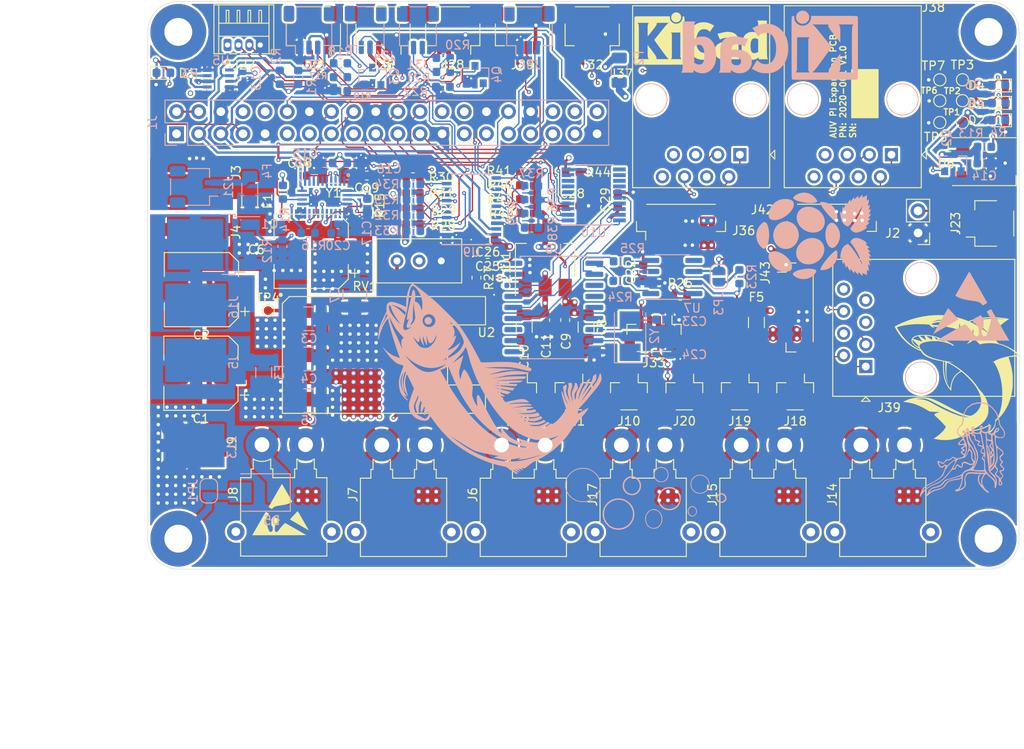
<source format=kicad_pcb>
(kicad_pcb (version 20171130) (host pcbnew "(5.1.4)-1")
  (title_block (title "PCB Project X") (date 2020-06-10) (rev V1.0) (comment 1 2020XXX) (comment 2 "Mitchell Stride"))
  (layers (0 F.Cu signal) (1 VCC.Cu power) (2 GND.Cu power) (31 B.Cu signal) (34 B.Paste user) (35 F.Paste user) (36 B.SilkS user) (37 F.SilkS user) (38 B.Mask user) (39 F.Mask user) (44 Edge.Cuts user))
  (net 0 "")
  (net 1 "Net-(D2-Pad2)")
  (net 2 GND)
  (net 3 "Net-(D3-Pad2)")
  (net 4 "Net-(D4-Pad2)")
  (net 5 CHASSIS)
  (net 6 "Net-(H2-Pad1)")
  (net 7 "Net-(H3-Pad1)")
  (net 8 "Net-(H4-Pad1)")
  (net 9 +5V)
  (net 10 +V)
  (net 11 +3V3)
  (net 12 /P3V3_HAT)
  (net 13 /P5V_HAT)
  (net 14 "Net-(D6-Pad4)")
  (net 15 /TXD\GPIO14)
  (net 16 /RXD\GPIO15)
  (net 17 /~CE1~\GPIO7)
  (net 18 /MISO1\GPIO19)
  (net 19 /MOSI1\GPIO20)
  (net 20 /SCLK1\GPIO21)
  (net 21 "Net-(RV1-Pad1)")
  (net 22 "Net-(C18-Pad2)")
  (net 23 "Net-(C19-Pad2)")
  (net 24 "Net-(C20-Pad1)")
  (net 25 "Net-(C23-Pad2)")
  (net 26 "Net-(C24-Pad2)")
  (net 27 /LED_USR1)
  (net 28 /Sensors/LED_DATA)
  (net 29 5V_PI)
  (net 30 3V3_Sensors)
  (net 31 LED_PWR)
  (net 32 5V_Router)
  (net 33 5V_EXT\POE)
  (net 34 /Power/SYS_ON\OFF)
  (net 35 /Sensors/LED_CTRL)
  (net 36 /Sensors/LEAK-_1)
  (net 37 /Sensors/LEAK+_1)
  (net 38 TCA_SDA0)
  (net 39 TCA_SCL0)
  (net 40 TCA_SDA3)
  (net 41 TCA_SCL3)
  (net 42 TCA_SCL5)
  (net 43 TCA_SDA5)
  (net 44 TCA_SCL1)
  (net 45 TCA_SDA1)
  (net 46 TCA_SCL4)
  (net 47 TCA_SDA4)
  (net 48 /Sensors/LEAK-_2)
  (net 49 /Sensors/LEAK+_2)
  (net 50 TCA_SCL2)
  (net 51 TCA_SDA2)
  (net 52 /POE/Pi1_Data_TP_1-1)
  (net 53 /POE/Pi1_Data_TP_1-2)
  (net 54 /POE/Pi1_Data_TP_2-1)
  (net 55 /POE/Pi1_Data_TP_2-2)
  (net 56 /POE/Pi2_Data_TP_1-1)
  (net 57 /POE/Pi2_Data_TP_1-2)
  (net 58 /POE/Pi2_Data_TP_2-1)
  (net 59 /POE/Pi2_Data_TP_2-2)
  (net 60 /POE/Pi3_Data_TP_1-1)
  (net 61 /POE/Pi3_Data_TP_1-2)
  (net 62 /POE/Pi3_Data_TP_2-1)
  (net 63 /POE/Pi3_Data_TP_2-2)
  (net 64 "Net-(J37-Pad8)")
  (net 65 "Net-(J37-Pad7)")
  (net 66 "Net-(J37-Pad5)")
  (net 67 "Net-(J38-Pad8)")
  (net 68 "Net-(J38-Pad7)")
  (net 69 "Net-(J38-Pad5)")
  (net 70 "Net-(J39-Pad8)")
  (net 71 "Net-(J39-Pad7)")
  (net 72 "Net-(J39-Pad5)")
  (net 73 "Net-(JP3-Pad1)")
  (net 74 /Sensors/BNO_ADDR_SEL)
  (net 75 "Net-(R15-Pad2)")
  (net 76 "Net-(R24-Pad2)")
  (net 77 /Interface/CAN_TX)
  (net 78 /Interface/CAN_RX)
  (net 79 "Net-(R25-Pad2)")
  (net 80 "Net-(R26-Pad1)")
  (net 81 /Interface/MCP_~RST)
  (net 82 /Interface/TCA_SCL6)
  (net 83 /Interface/TCA_SDA6)
  (net 84 /Interface/TCA_SCL7)
  (net 85 /Interface/TCA_SDA7)
  (net 86 "Net-(U2-Pad7)")
  (net 87 "Net-(U2-Pad6)")
  (net 88 "Net-(U6-Pad1)")
  (net 89 "Net-(U6-Pad24)")
  (net 90 "Net-(U6-Pad23)")
  (net 91 "Net-(U6-Pad22)")
  (net 92 "Net-(U6-Pad21)")
  (net 93 "Net-(U6-Pad7)")
  (net 94 "Net-(U6-Pad8)")
  (net 95 "Net-(U6-Pad12)")
  (net 96 "Net-(U6-Pad13)")
  (net 97 "Net-(U7-Pad5)")
  (net 98 "Net-(U8-Pad3)")
  (net 99 "Net-(U8-Pad4)")
  (net 100 "Net-(U8-Pad5)")
  (net 101 "Net-(U8-Pad6)")
  (net 102 "Net-(U8-Pad10)")
  (net 103 "Net-(U8-Pad11)")
  (net 104 SDA\GPIO2)
  (net 105 SCL\GPIO3)
  (net 106 LOAD0)
  (net 107 LED_USR2)
  (net 108 LOAD1)
  (net 109 LEAK_2)
  (net 110 BNO_INT)
  (net 111 BNO_BL_IND)
  (net 112 MOSI0\GPIO10)
  (net 113 MISO0\GPIO9)
  (net 114 BNO_~RST)
  (net 115 SCLK0\GPIO11)
  (net 116 ~CE0~\GPIO8)
  (net 117 GCLK1\GPIO5)
  (net 118 GCLK2\GPIO6)
  (net 119 G_DRV_LED)
  (net 120 EXT_TEMP)
  (net 121 LEAK_1)
  (net 122 ID_SD_EEPROM\GPIO0)
  (net 123 ID_SC_EEPROM)
  (net 124 PWM1\GPIO12)
  (net 125 "Net-(R44-Pad2)")
  (net 126 "Net-(U8-Pad12)")
  (net 127 "Net-(U10-Pad16)")
  (net 128 "Net-(U10-Pad20)")
  (net 129 "Net-(U10-Pad18)")
  (net 130 "Net-(U10-Pad17)")
  (net 131 "Net-(U10-Pad6)")
  (net 132 "Net-(U10-Pad7)")
  (net 133 "Net-(U10-Pad8)")
  (net 134 "Net-(U10-Pad9)")
  (net 135 "Net-(U10-Pad11)")
  (net 136 "Net-(U10-Pad12)")
  (net 137 "Net-(U10-Pad13)")
  (net 138 "Net-(U10-Pad14)")
  (net 139 "Net-(U10-Pad15)")
  (net 140 CANL)
  (net 141 CANH)
  (net 142 "Net-(D1-Pad2)")
  (net 143 "Net-(J1-Pad17)")
  (net 144 "Net-(J37-Pad4)")
  (net 145 "Net-(J38-Pad4)")
  (net 146 "Net-(J39-Pad4)")
  (module Jumper:SolderJumper-2_P1.3mm_Open_RoundedPad1.0x1.5mm (layer B.Cu) (at 57 141 270)
    (fp_text reference JP1 (at 0 1.8 90) (layer B.SilkS) (effects (justify mirror)))
    (fp_text value CGND)
    (pad 1 smd custom (at -0.65 0 270) (size 1 0.5) (layers B.Cu B.Mask) (net 2 GND) (options (clearance outline) (anchor rect)) (primitives (gr_circle (center 0 -0.25) (end 0.5 -0.25) (width 0)) (gr_circle (center 0 0.25) (end 0.5 0.25) (width 0)) (gr_poly (pts (xy 0 0.75) (xy 0.5 0.75) (xy 0.5 -0.75) (xy 0 -0.75)) (width 0))))
    (pad 2 smd custom (at 0.65 0 270) (size 1 0.5) (layers B.Cu B.Mask) (net 5 CHASSIS) (options (clearance outline) (anchor rect)) (primitives (gr_circle (center 0 -0.25) (end 0.5 -0.25) (width 0)) (gr_circle (center 0 0.25) (end 0.5 0.25) (width 0)) (gr_poly (pts (xy 0 0.75) (xy -0.5 0.75) (xy -0.5 -0.75) (xy 0 -0.75)) (width 0))))
  )
  (module LED_SMD:LED_0603_1608Metric (layer F.Cu) (at 147.6375 98.45 180)
    (fp_text reference D2 (at 2.5375 0) (layer F.SilkS))
    (fp_text value 3V3)
    (pad 2 smd roundrect (at 0.7875 0 180) (size 0.875 0.95) (layers F.Cu F.Paste F.Mask) (net 1 "Net-(D2-Pad2)"))
    (pad 1 smd roundrect (at -0.7875 0 180) (size 0.875 0.95) (layers F.Cu F.Paste F.Mask) (net 2 GND))
  )
  (module LED_SMD:LED_0603_1608Metric (layer F.Cu) (at 147.6375 96.45 180)
    (fp_text reference D3 (at 2.5375 0) (layer F.SilkS))
    (fp_text value 5V)
    (pad 1 smd roundrect (at -0.7875 0 180) (size 0.875 0.95) (layers F.Cu F.Paste F.Mask) (net 2 GND))
    (pad 2 smd roundrect (at 0.7875 0 180) (size 0.875 0.95) (layers F.Cu F.Paste F.Mask) (net 3 "Net-(D3-Pad2)"))
  )
  (module LED_SMD:LED_0603_1608Metric (layer F.Cu) (at 147.6375 94.45 180)
    (fp_text reference D4 (at 2.5375 0) (layer F.SilkS))
    (fp_text value +V)
    (pad 2 smd roundrect (at 0.7875 0 180) (size 0.875 0.95) (layers F.Cu F.Paste F.Mask) (net 4 "Net-(D4-Pad2)"))
    (pad 1 smd roundrect (at -0.7875 0 180) (size 0.875 0.95) (layers F.Cu F.Paste F.Mask) (net 2 GND))
  )
  (module µ104KiCAD:SN_BLOCK (layer F.Cu) (at 132.296 95.39 90)
    (fp_text reference Logo1 hide)
    (fp_text value SNBLOCK hide)
  )
  (module Symbol:ESD-Logo_6.6x6mm_SilkScreen (layer F.Cu) (at 65.24 143.142)
    (fp_text reference Logo6 hide)
    (fp_text value ESD1 hide)
  )
  (module Symbol:ESD-Logo_8.9x8mm_SilkScreen (layer B.Cu) (at 144.488 119.774 180)
    (fp_text reference Logo7 hide)
    (fp_text value ESD2 hide)
  )
  (module Symbol:KiCad-Logo_6mm_SilkScreen (layer F.Cu) (at 113.5 89.04)
    (fp_text reference Logo8 hide)
    (fp_text value KiCad hide)
  )
  (module Symbol:KiCad-Logo_8mm_SilkScreen (layer B.Cu) (at 121.374 89.802 180)
    (fp_text reference Logo9 hide)
    (fp_text value KiCad2 hide)
  )
  (module TestPoint:TestPoint_Pad_D1.0mm (layer F.Cu) (at 143.5 98.7)
    (fp_text reference TP1 (at -1.23 -1.19) (layer F.SilkS) (effects (font (size 0.7 0.7))))
    (fp_text value 3V3)
    (pad 1 smd circle (at 0 0) (size 1 1) (layers F.Cu F.Mask) (net 11 +3V3))
  )
  (module TestPoint:TestPoint_Pad_D1.0mm (layer F.Cu) (at 143.5 96.2)
    (fp_text reference TP2 (at -1.17 -1.12) (layer F.SilkS) (effects (font (size 0.7 0.7))))
    (fp_text value 5V)
    (pad 1 smd circle (at 0 0) (size 1 1) (layers F.Cu F.Mask) (net 9 +5V))
  )
  (module TestPoint:TestPoint_Pad_D1.0mm (layer F.Cu) (at 143.5 93.8)
    (fp_text reference TP3 (at -0.01 -1.71) (layer F.SilkS))
    (fp_text value +V)
    (pad 1 smd circle (at 0 0) (size 1 1) (layers F.Cu F.Mask) (net 10 +V))
  )
  (module TestPoint:TestPoint_Pad_D1.0mm (layer F.Cu) (at 140.9 98.7)
    (fp_text reference TP5 (at -0.47 1.68) (layer F.SilkS))
    (fp_text value GND)
    (pad 1 smd circle (at 0 0) (size 1 1) (layers F.Cu F.Mask) (net 2 GND))
  )
  (module TestPoint:TestPoint_Pad_D1.0mm (layer F.Cu) (at 140.9 96.2)
    (fp_text reference TP6 (at -1.23 -1.17) (layer F.SilkS) (effects (font (size 0.7 0.7))))
    (fp_text value GND)
    (pad 1 smd circle (at 0 0) (size 1 1) (layers F.Cu F.Mask) (net 2 GND))
  )
  (module TestPoint:TestPoint_Pad_D1.0mm (layer F.Cu) (at 140.9 93.8)
    (fp_text reference TP7 (at -0.74 -1.61) (layer F.SilkS))
    (fp_text value GND)
    (pad 1 smd circle (at 0 0) (size 1 1) (layers F.Cu F.Mask) (net 2 GND))
  )
  (module Connector_PinSocket_2.54mm:PinSocket_2x20_P2.54mm_Vertical (layer B.Cu) (at 53.3 100 270)
    (fp_text reference J1 (at -1.27 2.77 270) (layer B.SilkS) (effects (justify mirror)))
    (fp_text value 40HAT)
    (pad 1 thru_hole rect (at 0 0 270) (size 1.7 1.7) (drill 1) (layers *.Cu *.Mask) (net 12 /P3V3_HAT))
    (pad 2 thru_hole oval (at -2.54 0 270) (size 1.7 1.7) (drill 1) (layers *.Cu *.Mask) (net 13 /P5V_HAT))
    (pad 3 thru_hole oval (at 0 -2.54 270) (size 1.7 1.7) (drill 1) (layers *.Cu *.Mask) (net 104 SDA\GPIO2))
    (pad 4 thru_hole oval (at -2.54 -2.54 270) (size 1.7 1.7) (drill 1) (layers *.Cu *.Mask) (net 13 /P5V_HAT))
    (pad 5 thru_hole oval (at 0 -5.08 270) (size 1.7 1.7) (drill 1) (layers *.Cu *.Mask) (net 105 SCL\GPIO3))
    (pad 6 thru_hole oval (at -2.54 -5.08 270) (size 1.7 1.7) (drill 1) (layers *.Cu *.Mask) (net 2 GND))
    (pad 7 thru_hole oval (at 0 -7.62 270) (size 1.7 1.7) (drill 1) (layers *.Cu *.Mask) (net 27 /LED_USR1))
    (pad 8 thru_hole oval (at -2.54 -7.62 270) (size 1.7 1.7) (drill 1) (layers *.Cu *.Mask) (net 15 /TXD\GPIO14))
    (pad 9 thru_hole oval (at 0 -10.16 270) (size 1.7 1.7) (drill 1) (layers *.Cu *.Mask) (net 2 GND))
    (pad 10 thru_hole oval (at -2.54 -10.16 270) (size 1.7 1.7) (drill 1) (layers *.Cu *.Mask) (net 16 /RXD\GPIO15))
    (pad 11 thru_hole oval (at 0 -12.7 270) (size 1.7 1.7) (drill 1) (layers *.Cu *.Mask) (net 106 LOAD0))
    (pad 12 thru_hole oval (at -2.54 -12.7 270) (size 1.7 1.7) (drill 1) (layers *.Cu *.Mask) (net 107 LED_USR2))
    (pad 13 thru_hole oval (at 0 -15.24 270) (size 1.7 1.7) (drill 1) (layers *.Cu *.Mask) (net 108 LOAD1))
    (pad 14 thru_hole oval (at -2.54 -15.24 270) (size 1.7 1.7) (drill 1) (layers *.Cu *.Mask) (net 2 GND))
    (pad 15 thru_hole oval (at 0 -17.78 270) (size 1.7 1.7) (drill 1) (layers *.Cu *.Mask) (net 109 LEAK_2))
    (pad 16 thru_hole oval (at -2.54 -17.78 270) (size 1.7 1.7) (drill 1) (layers *.Cu *.Mask) (net 110 BNO_INT))
    (pad 17 thru_hole oval (at 0 -20.32 270) (size 1.7 1.7) (drill 1) (layers *.Cu *.Mask) (net 143 "Net-(J1-Pad17)"))
    (pad 18 thru_hole oval (at -2.54 -20.32 270) (size 1.7 1.7) (drill 1) (layers *.Cu *.Mask) (net 111 BNO_BL_IND))
    (pad 19 thru_hole oval (at 0 -22.86 270) (size 1.7 1.7) (drill 1) (layers *.Cu *.Mask) (net 112 MOSI0\GPIO10))
    (pad 20 thru_hole oval (at -2.54 -22.86 270) (size 1.7 1.7) (drill 1) (layers *.Cu *.Mask) (net 2 GND))
    (pad 21 thru_hole oval (at 0 -25.4 270) (size 1.7 1.7) (drill 1) (layers *.Cu *.Mask) (net 113 MISO0\GPIO9))
    (pad 22 thru_hole oval (at -2.54 -25.4 270) (size 1.7 1.7) (drill 1) (layers *.Cu *.Mask) (net 114 BNO_~RST))
    (pad 23 thru_hole oval (at 0 -27.94 270) (size 1.7 1.7) (drill 1) (layers *.Cu *.Mask) (net 115 SCLK0\GPIO11))
    (pad 24 thru_hole oval (at -2.54 -27.94 270) (size 1.7 1.7) (drill 1) (layers *.Cu *.Mask) (net 116 ~CE0~\GPIO8))
    (pad 25 thru_hole oval (at 0 -30.48 270) (size 1.7 1.7) (drill 1) (layers *.Cu *.Mask) (net 2 GND))
    (pad 26 thru_hole oval (at -2.54 -30.48 270) (size 1.7 1.7) (drill 1) (layers *.Cu *.Mask) (net 17 /~CE1~\GPIO7))
    (pad 27 thru_hole oval (at 0 -33.02 270) (size 1.7 1.7) (drill 1) (layers *.Cu *.Mask) (net 122 ID_SD_EEPROM\GPIO0))
    (pad 28 thru_hole oval (at -2.54 -33.02 270) (size 1.7 1.7) (drill 1) (layers *.Cu *.Mask) (net 123 ID_SC_EEPROM))
    (pad 29 thru_hole oval (at 0 -35.56 270) (size 1.7 1.7) (drill 1) (layers *.Cu *.Mask) (net 117 GCLK1\GPIO5))
    (pad 30 thru_hole oval (at -2.54 -35.56 270) (size 1.7 1.7) (drill 1) (layers *.Cu *.Mask) (net 2 GND))
    (pad 31 thru_hole oval (at 0 -38.1 270) (size 1.7 1.7) (drill 1) (layers *.Cu *.Mask) (net 118 GCLK2\GPIO6))
    (pad 32 thru_hole oval (at -2.54 -38.1 270) (size 1.7 1.7) (drill 1) (layers *.Cu *.Mask) (net 119 G_DRV_LED))
    (pad 33 thru_hole oval (at 0 -40.64 270) (size 1.7 1.7) (drill 1) (layers *.Cu *.Mask) (net 124 PWM1\GPIO12))
    (pad 34 thru_hole oval (at -2.54 -40.64 270) (size 1.7 1.7) (drill 1) (layers *.Cu *.Mask) (net 2 GND))
    (pad 35 thru_hole oval (at 0 -43.18 270) (size 1.7 1.7) (drill 1) (layers *.Cu *.Mask) (net 18 /MISO1\GPIO19))
    (pad 36 thru_hole oval (at -2.54 -43.18 270) (size 1.7 1.7) (drill 1) (layers *.Cu *.Mask) (net 120 EXT_TEMP))
    (pad 37 thru_hole oval (at 0 -45.72 270) (size 1.7 1.7) (drill 1) (layers *.Cu *.Mask) (net 121 LEAK_1))
    (pad 38 thru_hole oval (at -2.54 -45.72 270) (size 1.7 1.7) (drill 1) (layers *.Cu *.Mask) (net 19 /MOSI1\GPIO20))
    (pad 39 thru_hole oval (at 0 -48.26 270) (size 1.7 1.7) (drill 1) (layers *.Cu *.Mask) (net 2 GND))
    (pad 40 thru_hole oval (at -2.54 -48.26 270) (size 1.7 1.7) (drill 1) (layers *.Cu *.Mask) (net 20 /SCLK1\GPIO21))
  )
  (module silk:rasp_pi (layer B.Cu) (at 126.454 111.646 90)
    (fp_text reference Logo10 hide)
    (fp_text value RPI hide)
  )
  (module silk:shark_clip (layer F.Cu) (at 142.964 128.156)
    (fp_text reference Logo11 hide)
    (fp_text value Shark hide)
  )
  (module silk:jelly (layer B.Cu) (at 143.472 136.284 180)
    (fp_text reference Logo14 hide)
    (fp_text value Jelly hide)
  )
  (module silk:bubbles (layer B.Cu) (at 107.15 141.872 90)
    (fp_text reference Logo16 hide)
    (fp_text value Bubble hide)
  )
  (module MountingHole:MountingHole_3.2mm_M3_Pad (layer F.Cu) (at 53.5 146.5)
    (fp_text reference H1 hide)
    (fp_text value M3)
    (pad 1 thru_hole circle (at 0 0) (size 6.4 6.4) (drill 3.2) (layers *.Cu *.Mask) (net 5 CHASSIS))
  )
  (module MountingHole:MountingHole_3.2mm_M3_Pad (layer F.Cu) (at 53.5 88.3)
    (fp_text reference H2 hide)
    (fp_text value M3)
    (pad 1 thru_hole circle (at 0 0) (size 6.4 6.4) (drill 3.2) (layers *.Cu *.Mask) (net 6 "Net-(H2-Pad1)"))
  )
  (module MountingHole:MountingHole_3.2mm_M3_Pad (layer F.Cu) (at 146.5 88.3)
    (fp_text reference H3 hide)
    (fp_text value M3)
    (pad 1 thru_hole circle (at 0 0) (size 6.4 6.4) (drill 3.2) (layers *.Cu *.Mask) (net 7 "Net-(H3-Pad1)"))
  )
  (module MountingHole:MountingHole_3.2mm_M3_Pad (layer F.Cu) (at 146.5 146.5)
    (fp_text reference H4 hide)
    (fp_text value M3)
    (pad 1 thru_hole circle (at 0 0) (size 6.4 6.4) (drill 3.2) (layers *.Cu *.Mask) (net 8 "Net-(H4-Pad1)"))
  )
  (module µ104KiCAD_connectors:XT30PW-M (layer F.Cu) (at 95.6 135.75 180)
    (fp_text reference J6 (at 8.3 -5.7 90) (layer F.SilkS))
    (fp_text value ESC3P)
    (pad "" thru_hole circle (at 8 -10 180) (size 2 2) (drill 1) (layers *.Cu *.Mask))
    (pad "" thru_hole circle (at -3 -10 180) (size 2 2) (drill 1) (layers *.Cu *.Mask))
    (pad 2 thru_hole circle (at 5 0 180) (size 3.75 3.75) (drill 1.7) (layers *.Cu *.Mask) (net 10 +V))
    (pad 1 thru_hole circle (at 0 0 180) (size 3.75 3.75) (drill 1.7) (layers *.Cu *.Mask) (net 2 GND))
  )
  (module µ104KiCAD_connectors:XT30PW-M (layer F.Cu) (at 81.85 135.75 180)
    (fp_text reference J7 (at 8.3 -5.7 90) (layer F.SilkS))
    (fp_text value ESC2P)
    (pad 1 thru_hole circle (at 0 0 180) (size 3.75 3.75) (drill 1.7) (layers *.Cu *.Mask) (net 2 GND))
    (pad 2 thru_hole circle (at 5 0 180) (size 3.75 3.75) (drill 1.7) (layers *.Cu *.Mask) (net 10 +V))
    (pad "" thru_hole circle (at -3 -10 180) (size 2 2) (drill 1) (layers *.Cu *.Mask))
    (pad "" thru_hole circle (at 8 -10 180) (size 2 2) (drill 1) (layers *.Cu *.Mask))
  )
  (module µ104KiCAD_connectors:XT30PW-M (layer F.Cu) (at 68.1 135.7 180)
    (fp_text reference J8 (at 8.3 -5.7 90) (layer F.SilkS))
    (fp_text value ESC1P)
    (pad "" thru_hole circle (at 8 -10 180) (size 2 2) (drill 1) (layers *.Cu *.Mask))
    (pad "" thru_hole circle (at -3 -10 180) (size 2 2) (drill 1) (layers *.Cu *.Mask))
    (pad 2 thru_hole circle (at 5 0 180) (size 3.75 3.75) (drill 1.7) (layers *.Cu *.Mask) (net 10 +V))
    (pad 1 thru_hole circle (at 0 0 180) (size 3.75 3.75) (drill 1.7) (layers *.Cu *.Mask) (net 2 GND))
  )
  (module µ104KiCAD_connectors:XT30PW-M (layer F.Cu) (at 136.85 135.75 180)
    (fp_text reference J14 (at 8.3 -5.7 90) (layer F.SilkS))
    (fp_text value ESC6P)
    (pad 1 thru_hole circle (at 0 0 180) (size 3.75 3.75) (drill 1.7) (layers *.Cu *.Mask) (net 2 GND))
    (pad 2 thru_hole circle (at 5 0 180) (size 3.75 3.75) (drill 1.7) (layers *.Cu *.Mask) (net 10 +V))
    (pad "" thru_hole circle (at -3 -10 180) (size 2 2) (drill 1) (layers *.Cu *.Mask))
    (pad "" thru_hole circle (at 8 -10 180) (size 2 2) (drill 1) (layers *.Cu *.Mask))
  )
  (module µ104KiCAD_connectors:XT30PW-M (layer F.Cu) (at 123.1 135.75 180)
    (fp_text reference J15 (at 8.3 -5.7 90) (layer F.SilkS))
    (fp_text value ESC5P)
    (pad "" thru_hole circle (at 8 -10 180) (size 2 2) (drill 1) (layers *.Cu *.Mask))
    (pad "" thru_hole circle (at -3 -10 180) (size 2 2) (drill 1) (layers *.Cu *.Mask))
    (pad 2 thru_hole circle (at 5 0 180) (size 3.75 3.75) (drill 1.7) (layers *.Cu *.Mask) (net 10 +V))
    (pad 1 thru_hole circle (at 0 0 180) (size 3.75 3.75) (drill 1.7) (layers *.Cu *.Mask) (net 2 GND))
  )
  (module µ104KiCAD_connectors:XT30PW-M (layer F.Cu) (at 109.35 135.75 180)
    (fp_text reference J17 (at 8.3 -5.7 90) (layer F.SilkS))
    (fp_text value ESC4P)
    (pad 1 thru_hole circle (at 0 0 180) (size 3.75 3.75) (drill 1.7) (layers *.Cu *.Mask) (net 2 GND))
    (pad 2 thru_hole circle (at 5 0 180) (size 3.75 3.75) (drill 1.7) (layers *.Cu *.Mask) (net 10 +V))
    (pad "" thru_hole circle (at -3 -10 180) (size 2 2) (drill 1) (layers *.Cu *.Mask))
    (pad "" thru_hole circle (at 8 -10 180) (size 2 2) (drill 1) (layers *.Cu *.Mask))
  )
  (module silk:cod (layer B.Cu) (at 88.1 126.886 135)
    (fp_text reference Logo18 hide)
    (fp_text value Cod hide)
  )
  (module Capacitor_SMD:CP_Elec_8x10 (layer F.Cu) (at 56.1 127.5 180)
    (fp_text reference C1 (at 0 -5.2) (layer F.SilkS))
    (fp_text value 100u)
    (pad 2 smd roundrect (at 3.25 0 180) (size 3.5 2.5) (layers F.Cu F.Paste F.Mask) (roundrect_rratio 0.1) (net 2 GND))
    (pad 1 smd roundrect (at -3.25 0 180) (size 3.5 2.5) (layers F.Cu F.Paste F.Mask) (roundrect_rratio 0.1) (net 10 +V))
  )
  (module Capacitor_SMD:CP_Elec_8x10 (layer F.Cu) (at 56.15 117.9 180)
    (fp_text reference C2 (at 0 -5.2) (layer F.SilkS))
    (fp_text value 100u)
    (pad 1 smd roundrect (at -3.25 0 180) (size 3.5 2.5) (layers F.Cu F.Paste F.Mask) (roundrect_rratio 0.1) (net 10 +V))
    (pad 2 smd roundrect (at 3.25 0 180) (size 3.5 2.5) (layers F.Cu F.Paste F.Mask) (roundrect_rratio 0.1) (net 2 GND))
  )
  (module Capacitor_SMD:C_1210_3225Metric (layer B.Cu) (at 68.5 121.25)
    (fp_text reference C3 (at 0 2.28) (layer B.SilkS) (effects (justify mirror)))
    (fp_text value 4.7u)
    (pad 1 smd roundrect (at -1.4 0) (size 1.25 2.65) (layers B.Cu B.Paste B.Mask) (roundrect_rratio 0.2) (net 10 +V))
    (pad 2 smd roundrect (at 1.4 0) (size 1.25 2.65) (layers B.Cu B.Paste B.Mask) (roundrect_rratio 0.2) (net 2 GND))
  )
  (module Capacitor_SMD:C_1210_3225Metric (layer B.Cu) (at 68.5 125.85)
    (fp_text reference C4 (at 0 2.28) (layer B.SilkS) (effects (justify mirror)))
    (fp_text value 4.7u)
    (pad 2 smd roundrect (at 1.4 0) (size 1.25 2.65) (layers B.Cu B.Paste B.Mask) (roundrect_rratio 0.2) (net 2 GND))
    (pad 1 smd roundrect (at -1.4 0) (size 1.25 2.65) (layers B.Cu B.Paste B.Mask) (roundrect_rratio 0.2) (net 10 +V))
  )
  (module Capacitor_SMD:C_1210_3225Metric (layer B.Cu) (at 68.5 130.65)
    (fp_text reference C5 (at 0 2.28) (layer B.SilkS) (effects (justify mirror)))
    (fp_text value 4.7u)
    (pad 1 smd roundrect (at -1.4 0) (size 1.25 2.65) (layers B.Cu B.Paste B.Mask) (roundrect_rratio 0.2) (net 10 +V))
    (pad 2 smd roundrect (at 1.4 0) (size 1.25 2.65) (layers B.Cu B.Paste B.Mask) (roundrect_rratio 0.2) (net 2 GND))
  )
  (module Capacitor_SMD:CP_Elec_8x10 (layer F.Cu) (at 68.75 113.5 180)
    (fp_text reference C6 (at 6.3 0.19 180) (layer F.SilkS))
    (fp_text value 100u)
    (pad 1 smd roundrect (at -3.25 0 180) (size 3.5 2.5) (layers F.Cu F.Paste F.Mask) (roundrect_rratio 0.1) (net 9 +5V))
    (pad 2 smd roundrect (at 3.25 0 180) (size 3.5 2.5) (layers F.Cu F.Paste F.Mask) (roundrect_rratio 0.1) (net 2 GND))
  )
  (module Capacitor_SMD:C_1210_3225Metric (layer B.Cu) (at 73.75 118.5 270)
    (fp_text reference C7 (at 0 2.28 270) (layer B.SilkS) (effects (justify mirror)))
    (fp_text value 4.7u)
    (pad 1 smd roundrect (at -1.4 0 270) (size 1.25 2.65) (layers B.Cu B.Paste B.Mask) (roundrect_rratio 0.2) (net 9 +5V))
    (pad 2 smd roundrect (at 1.4 0 270) (size 1.25 2.65) (layers B.Cu B.Paste B.Mask) (roundrect_rratio 0.2) (net 2 GND))
  )
  (module Capacitor_SMD:C_1206_3216Metric (layer F.Cu) (at 100.3 122.2 270)
    (fp_text reference C8 (at 0 -1.82 90) (layer F.SilkS))
    (fp_text value 10u)
    (pad 1 smd roundrect (at -1.4 0 270) (size 1.25 1.75) (layers F.Cu F.Paste F.Mask) (roundrect_rratio 0.2) (net 9 +5V))
    (pad 2 smd roundrect (at 1.4 0 270) (size 1.25 1.75) (layers F.Cu F.Paste F.Mask) (roundrect_rratio 0.2) (net 2 GND))
  )
  (module Capacitor_SMD:C_0603_1608Metric (layer F.Cu) (at 97.9 121.3875 270)
    (fp_text reference C9 (at 2.4505 -0.106 90) (layer F.SilkS))
    (fp_text value 1u)
    (pad 1 smd roundrect (at -0.7875 0 270) (size 0.875 0.95) (layers F.Cu F.Paste F.Mask) (net 9 +5V))
    (pad 2 smd roundrect (at 0.7875 0 270) (size 0.875 0.95) (layers F.Cu F.Paste F.Mask) (net 2 GND))
  )
  (module Capacitor_SMD:C_1206_3216Metric (layer F.Cu) (at 93.2 122.2 270)
    (fp_text reference C10 (at 3.416 0.02 90) (layer F.SilkS))
    (fp_text value 10u)
    (pad 2 smd roundrect (at 1.4 0 270) (size 1.25 1.75) (layers F.Cu F.Paste F.Mask) (roundrect_rratio 0.2) (net 2 GND))
    (pad 1 smd roundrect (at -1.4 0 270) (size 1.25 1.75) (layers F.Cu F.Paste F.Mask) (roundrect_rratio 0.2) (net 11 +3V3))
  )
  (module Capacitor_SMD:C_0603_1608Metric (layer F.Cu) (at 95.6 121.3875 270)
    (fp_text reference C11 (at 2.9585 -0.12 90) (layer F.SilkS))
    (fp_text value 1u)
    (pad 2 smd roundrect (at 0.7875 0 270) (size 0.875 0.95) (layers F.Cu F.Paste F.Mask) (net 2 GND))
    (pad 1 smd roundrect (at -0.7875 0 270) (size 0.875 0.95) (layers F.Cu F.Paste F.Mask) (net 11 +3V3))
  )
  (module Capacitor_SMD:C_0603_1608Metric (layer B.Cu) (at 60.85 93.612499 270)
    (fp_text reference C13 (at 0 -1.596 270) (layer B.SilkS) (effects (justify mirror)))
    (fp_text value 0.1u)
    (pad 1 smd roundrect (at -0.7875 0 270) (size 0.875 0.95) (layers B.Cu B.Paste B.Mask) (net 11 +3V3))
    (pad 2 smd roundrect (at 0.7875 0 270) (size 0.875 0.95) (layers B.Cu B.Paste B.Mask) (net 2 GND))
  )
  (module Capacitor_SMD:C_0603_1608Metric (layer B.Cu) (at 145.987501 103.4)
    (fp_text reference C14 (at 0.024499 1.43 180) (layer B.SilkS) (effects (justify mirror)))
    (fp_text value 1u)
    (pad 1 smd roundrect (at -0.7875 0) (size 0.875 0.95) (layers B.Cu B.Paste B.Mask) (net 9 +5V))
    (pad 2 smd roundrect (at 0.7875 0) (size 0.875 0.95) (layers B.Cu B.Paste B.Mask) (net 2 GND))
  )
  (module Capacitor_SMD:C_0603_1608Metric (layer B.Cu) (at 70.4125 103.35 180)
    (fp_text reference C15 (at 2.3785 1.102) (layer B.SilkS) (effects (justify mirror)))
    (fp_text value 6.8n)
    (pad 2 smd roundrect (at 0.7875 0 180) (size 0.875 0.95) (layers B.Cu B.Paste B.Mask) (net 2 GND))
    (pad 1 smd roundrect (at -0.7875 0 180) (size 0.875 0.95) (layers B.Cu B.Paste B.Mask) (net 11 +3V3))
  )
  (module Capacitor_SMD:C_0603_1608Metric (layer B.Cu) (at 73.687501 103.35)
    (fp_text reference C16 (at 3.998499 0.676) (layer B.SilkS) (effects (justify mirror)))
    (fp_text value 120n)
    (pad 1 smd roundrect (at -0.7875 0) (size 0.875 0.95) (layers B.Cu B.Paste B.Mask) (net 11 +3V3))
    (pad 2 smd roundrect (at 0.7875 0) (size 0.875 0.95) (layers B.Cu B.Paste B.Mask) (net 2 GND))
  )
  (module Capacitor_SMD:C_0603_1608Metric (layer B.Cu) (at 75.2 108.2875 270)
    (fp_text reference C17 (at 3.1045 0.054 270) (layer B.SilkS) (effects (justify mirror)))
    (fp_text value 0.1u)
    (pad 2 smd roundrect (at 0.7875 0 270) (size 0.875 0.95) (layers B.Cu B.Paste B.Mask) (net 2 GND))
    (pad 1 smd roundrect (at -0.7875 0 270) (size 0.875 0.95) (layers B.Cu B.Paste B.Mask) (net 11 +3V3))
  )
  (module Capacitor_SMD:C_0603_1608Metric (layer F.Cu) (at 67.45 104.8)
    (fp_text reference C18 (at 0 -1.43) (layer F.SilkS))
    (fp_text value 22p)
    (pad 2 smd roundrect (at 0.7875 0) (size 0.875 0.95) (layers F.Cu F.Paste F.Mask) (net 22 "Net-(C18-Pad2)"))
    (pad 1 smd roundrect (at -0.7875 0) (size 0.875 0.95) (layers F.Cu F.Paste F.Mask) (net 2 GND))
  )
  (module Capacitor_SMD:C_0603_1608Metric (layer F.Cu) (at 75.1375 104.8 180)
    (fp_text reference C19 (at 0 -1.43) (layer F.SilkS))
    (fp_text value 22p)
    (pad 1 smd roundrect (at -0.7875 0 180) (size 0.875 0.95) (layers F.Cu F.Paste F.Mask) (net 2 GND))
    (pad 2 smd roundrect (at 0.7875 0 180) (size 0.875 0.95) (layers F.Cu F.Paste F.Mask) (net 23 "Net-(C19-Pad2)"))
  )
  (module Capacitor_SMD:C_0603_1608Metric (layer B.Cu) (at 71.8375 111.4)
    (fp_text reference C20 (at 0 1.43) (layer B.SilkS) (effects (justify mirror)))
    (fp_text value 0.1u)
    (pad 1 smd roundrect (at -0.7875 0) (size 0.875 0.95) (layers B.Cu B.Paste B.Mask) (net 24 "Net-(C20-Pad1)"))
    (pad 2 smd roundrect (at 0.7875 0) (size 0.875 0.95) (layers B.Cu B.Paste B.Mask) (net 2 GND))
  )
  (module Capacitor_SMD:C_0603_1608Metric (layer F.Cu) (at 89.69 116.587501 270)
    (fp_text reference C21 (at 0 -1.43 270) (layer F.SilkS))
    (fp_text value 0.1u)
    (pad 2 smd roundrect (at 0.7875 0 270) (size 0.875 0.95) (layers F.Cu F.Paste F.Mask) (net 2 GND))
    (pad 1 smd roundrect (at -0.7875 0 270) (size 0.875 0.95) (layers F.Cu F.Paste F.Mask) (net 9 +5V))
  )
  (module Capacitor_SMD:C_0603_1608Metric (layer F.Cu) (at 106.850001 115.887501 90)
    (fp_text reference C22 (at 0 -1.43 90) (layer F.SilkS))
    (fp_text value 0.1u)
    (pad 2 smd roundrect (at 0.7875 0 90) (size 0.875 0.95) (layers F.Cu F.Paste F.Mask) (net 2 GND))
    (pad 1 smd roundrect (at -0.7875 0 90) (size 0.875 0.95) (layers F.Cu F.Paste F.Mask) (net 9 +5V))
  )
  (module Capacitor_SMD:C_0603_1608Metric (layer B.Cu) (at 109.1375 121.35 180)
    (fp_text reference C23 (at -3.6005 -0.202) (layer B.SilkS) (effects (justify mirror)))
    (fp_text value 22p)
    (pad 2 smd roundrect (at 0.7875 0 180) (size 0.875 0.95) (layers B.Cu B.Paste B.Mask) (net 25 "Net-(C23-Pad2)"))
    (pad 1 smd roundrect (at -0.7875 0 180) (size 0.875 0.95) (layers B.Cu B.Paste B.Mask) (net 2 GND))
  )
  (module Capacitor_SMD:C_0603_1608Metric (layer B.Cu) (at 109.1375 125.3 180)
    (fp_text reference C24 (at -3.6005 -0.062) (layer B.SilkS) (effects (justify mirror)))
    (fp_text value 22p)
    (pad 1 smd roundrect (at -0.7875 0 180) (size 0.875 0.95) (layers B.Cu B.Paste B.Mask) (net 2 GND))
    (pad 2 smd roundrect (at 0.7875 0 180) (size 0.875 0.95) (layers B.Cu B.Paste B.Mask) (net 26 "Net-(C24-Pad2)"))
  )
  (module Capacitor_SMD:C_0603_1608Metric (layer F.Cu) (at 89 113.8 180)
    (fp_text reference C25 (at 0 -1.43) (layer F.SilkS))
    (fp_text value 1u)
    (pad 1 smd roundrect (at -0.7875 0 180) (size 0.875 0.95) (layers F.Cu F.Paste F.Mask) (net 11 +3V3))
    (pad 2 smd roundrect (at 0.7875 0 180) (size 0.875 0.95) (layers F.Cu F.Paste F.Mask) (net 2 GND))
  )
  (module Capacitor_SMD:C_0603_1608Metric (layer F.Cu) (at 89.0125 112.15 180)
    (fp_text reference C26 (at 0 -1.43) (layer F.SilkS))
    (fp_text value 0.1u)
    (pad 2 smd roundrect (at 0.7875 0 180) (size 0.875 0.95) (layers F.Cu F.Paste F.Mask) (net 2 GND))
    (pad 1 smd roundrect (at -0.7875 0 180) (size 0.875 0.95) (layers F.Cu F.Paste F.Mask) (net 11 +3V3))
  )
  (module LED_SMD:LED_0603_1608Metric (layer F.Cu) (at 51.7875 93)
    (fp_text reference D1 (at 2.7225 0.04) (layer F.SilkS))
    (fp_text value 3V3)
    (pad 1 smd roundrect (at -0.7875 0) (size 0.875 0.95) (layers F.Cu F.Paste F.Mask) (net 2 GND))
    (pad 2 smd roundrect (at 0.7875 0) (size 0.875 0.95) (layers F.Cu F.Paste F.Mask) (net 142 "Net-(D1-Pad2)"))
  )
  (module Diode_SMD:D_SMB (layer B.Cu) (at 62.8 141.2 180)
    (fp_text reference D5 (at -1.424 -3.212 180) (layer B.SilkS) (effects (justify mirror)))
    (fp_text value "26.7 Vb")
    (pad 1 smd rect (at -2.15 0 180) (size 2.5 2.3) (layers B.Cu B.Paste B.Mask) (net 10 +V))
    (pad 2 smd rect (at 2.15 0 180) (size 2.5 2.3) (layers B.Cu B.Paste B.Mask) (net 5 CHASSIS))
  )
  (module LED_SMD:LED_WS2812B_PLCC4_5.0x5.0mm_P3.2mm (layer F.Cu) (at 146 103.2)
    (fp_text reference D6 (at -4.36 0.25) (layer F.SilkS))
    (fp_text value WS2812B)
    (fp_text user 1 (at -4.15 -1.6) (layer F.SilkS))
    (pad 3 smd rect (at 2.45 1.6) (size 1.5 1) (layers F.Cu F.Paste F.Mask) (net 2 GND))
    (pad 4 smd rect (at 2.45 -1.6) (size 1.5 1) (layers F.Cu F.Paste F.Mask) (net 14 "Net-(D6-Pad4)"))
    (pad 2 smd rect (at -2.45 1.6) (size 1.5 1) (layers F.Cu F.Paste F.Mask) (net 28 /Sensors/LED_DATA))
    (pad 1 smd rect (at -2.45 -1.6) (size 1.5 1) (layers F.Cu F.Paste F.Mask) (net 9 +5V))
  )
  (module Connector_PinHeader_2.54mm:PinHeader_1x02_P2.54mm_Vertical (layer F.Cu) (at 138.4 111.39 180)
    (fp_text reference J2 (at 2.9 -0.03) (layer F.SilkS))
    (fp_text value FAN)
    (pad 1 thru_hole rect (at 0 0 180) (size 1.7 1.7) (drill 1) (layers *.Cu *.Mask) (net 2 GND))
    (pad 2 thru_hole oval (at 0 2.54 180) (size 1.7 1.7) (drill 1) (layers *.Cu *.Mask) (net 33 5V_EXT\POE))
  )
  (module µ104KiCAD_connectors:WtB_Solder_Pad_0.7x0.5 (layer F.Cu) (at 55.3 135.8)
    (fp_text reference J9 (at 4.35 -0.2 90) (layer F.SilkS))
    (fp_text value PWR+)
    (pad 1 smd rect (at 0 0) (size 7 5) (layers F.Cu F.Paste F.Mask) (net 10 +V))
  )
  (module µ104KiCAD_connectors:WtB_Solder_Pad_0.7x0.5 (layer B.Cu) (at 55.3 135.8)
    (fp_text reference J13 (at 4.35 0.2 -90) (layer B.SilkS) (effects (justify mirror)))
    (fp_text value PWR-)
    (pad 1 smd rect (at 0 0) (size 7 5) (layers B.Cu B.Paste B.Mask) (net 2 GND))
  )
  (module Connector_JST:JST_SH_SM03B-SRSS-TB_1x03-1MP_P1.00mm_Horizontal (layer F.Cu) (at 146.7 110.3 90)
    (fp_text reference J23 (at 0 -3.98 90) (layer F.SilkS))
    (fp_text value "RGB LED")
    (pad MP smd roundrect (at 2.3 1.875 90) (size 1.2 1.8) (layers F.Cu F.Paste F.Mask) (roundrect_rratio 0.208333))
    (pad MP smd roundrect (at -2.3 1.875 90) (size 1.2 1.8) (layers F.Cu F.Paste F.Mask) (roundrect_rratio 0.208333))
    (pad 3 smd roundrect (at 1 -2 90) (size 0.6 1.55) (layers F.Cu F.Paste F.Mask) (net 33 5V_EXT\POE))
    (pad 2 smd roundrect (at 0 -2 90) (size 0.6 1.55) (layers F.Cu F.Paste F.Mask) (net 28 /Sensors/LED_DATA))
    (pad 1 smd roundrect (at -1 -2 90) (size 0.6 1.55) (layers F.Cu F.Paste F.Mask) (net 2 GND))
  )
  (module Connector_JST:JST_SH_SM02B-SRSS-TB_1x02-1MP_P1.00mm_Horizontal (layer B.Cu) (at 75 88.075)
    (fp_text reference J24 (at 2.178 2.997) (layer B.SilkS) (effects (justify mirror)))
    (fp_text value LEAK1)
    (pad 1 smd roundrect (at -0.5 2) (size 0.6 1.55) (layers B.Cu B.Paste B.Mask) (net 36 /Sensors/LEAK-_1))
    (pad 2 smd roundrect (at 0.5 2) (size 0.6 1.55) (layers B.Cu B.Paste B.Mask) (net 37 /Sensors/LEAK+_1))
    (pad MP smd roundrect (at -1.8 -1.875) (size 1.2 1.8) (layers B.Cu B.Paste B.Mask) (roundrect_rratio 0.208333))
    (pad MP smd roundrect (at 1.8 -1.875) (size 1.2 1.8) (layers B.Cu B.Paste B.Mask) (roundrect_rratio 0.208333))
  )
  (module Connector_JST:JST_SH_SM04B-SRSS-TB_1x04-1MP_P1.00mm_Horizontal (layer F.Cu) (at 69 88.1 180)
    (fp_text reference J25 (at 0 -3.98) (layer F.SilkS))
    (fp_text value TOF1)
    (pad 1 smd roundrect (at -1.5 -2 180) (size 0.6 1.55) (layers F.Cu F.Paste F.Mask) (net 2 GND))
    (pad 2 smd roundrect (at -0.5 -2 180) (size 0.6 1.55) (layers F.Cu F.Paste F.Mask) (net 38 TCA_SDA0))
    (pad 3 smd roundrect (at 0.5 -2 180) (size 0.6 1.55) (layers F.Cu F.Paste F.Mask) (net 39 TCA_SCL0))
    (pad 4 smd roundrect (at 1.5 -2 180) (size 0.6 1.55) (layers F.Cu F.Paste F.Mask) (net 30 3V3_Sensors))
    (pad MP smd roundrect (at -2.8 1.875 180) (size 1.2 1.8) (layers F.Cu F.Paste F.Mask) (roundrect_rratio 0.208333))
    (pad MP smd roundrect (at 2.8 1.875 180) (size 1.2 1.8) (layers F.Cu F.Paste F.Mask) (roundrect_rratio 0.208333))
  )
  (module Connector_JST:JST_SH_SM04B-SRSS-TB_1x04-1MP_P1.00mm_Horizontal (layer F.Cu) (at 77 88.1 180)
    (fp_text reference J26 (at 0 -3.98) (layer F.SilkS))
    (fp_text value TOF2)
    (pad 1 smd roundrect (at -1.5 -2 180) (size 0.6 1.55) (layers F.Cu F.Paste F.Mask) (net 2 GND))
    (pad 2 smd roundrect (at -0.5 -2 180) (size 0.6 1.55) (layers F.Cu F.Paste F.Mask) (net 40 TCA_SDA3))
    (pad 3 smd roundrect (at 0.5 -2 180) (size 0.6 1.55) (layers F.Cu F.Paste F.Mask) (net 41 TCA_SCL3))
    (pad 4 smd roundrect (at 1.5 -2 180) (size 0.6 1.55) (layers F.Cu F.Paste F.Mask) (net 30 3V3_Sensors))
    (pad MP smd roundrect (at -2.8 1.875 180) (size 1.2 1.8) (layers F.Cu F.Paste F.Mask) (roundrect_rratio 0.208333))
    (pad MP smd roundrect (at 2.8 1.875 180) (size 1.2 1.8) (layers F.Cu F.Paste F.Mask) (roundrect_rratio 0.208333))
  )
  (module Connector_JST:JST_SH_SM04B-SRSS-TB_1x04-1MP_P1.00mm_Horizontal (layer F.Cu) (at 85 88.1 180)
    (fp_text reference J28 (at 0 -3.98) (layer F.SilkS))
    (fp_text value TOF3)
    (pad MP smd roundrect (at 2.8 1.875 180) (size 1.2 1.8) (layers F.Cu F.Paste F.Mask) (roundrect_rratio 0.208333))
    (pad MP smd roundrect (at -2.8 1.875 180) (size 1.2 1.8) (layers F.Cu F.Paste F.Mask) (roundrect_rratio 0.208333))
    (pad 4 smd roundrect (at 1.5 -2 180) (size 0.6 1.55) (layers F.Cu F.Paste F.Mask) (net 30 3V3_Sensors))
    (pad 3 smd roundrect (at 0.5 -2 180) (size 0.6 1.55) (layers F.Cu F.Paste F.Mask) (net 44 TCA_SCL1))
    (pad 2 smd roundrect (at -0.5 -2 180) (size 0.6 1.55) (layers F.Cu F.Paste F.Mask) (net 45 TCA_SDA1))
    (pad 1 smd roundrect (at -1.5 -2 180) (size 0.6 1.55) (layers F.Cu F.Paste F.Mask) (net 2 GND))
  )
  (module Connector_JST:JST_SH_SM04B-SRSS-TB_1x04-1MP_P1.00mm_Horizontal (layer F.Cu) (at 93 88.1 180)
    (fp_text reference J29 (at 0 -3.98) (layer F.SilkS))
    (fp_text value TOF4)
    (pad MP smd roundrect (at 2.8 1.875 180) (size 1.2 1.8) (layers F.Cu F.Paste F.Mask) (roundrect_rratio 0.208333))
    (pad MP smd roundrect (at -2.8 1.875 180) (size 1.2 1.8) (layers F.Cu F.Paste F.Mask) (roundrect_rratio 0.208333))
    (pad 4 smd roundrect (at 1.5 -2 180) (size 0.6 1.55) (layers F.Cu F.Paste F.Mask) (net 30 3V3_Sensors))
    (pad 3 smd roundrect (at 0.5 -2 180) (size 0.6 1.55) (layers F.Cu F.Paste F.Mask) (net 46 TCA_SCL4))
    (pad 2 smd roundrect (at -0.5 -2 180) (size 0.6 1.55) (layers F.Cu F.Paste F.Mask) (net 47 TCA_SDA4))
    (pad 1 smd roundrect (at -1.5 -2 180) (size 0.6 1.55) (layers F.Cu F.Paste F.Mask) (net 2 GND))
  )
  (module Connector_JST:JST_SH_SM02B-SRSS-TB_1x02-1MP_P1.00mm_Horizontal (layer B.Cu) (at 81 88.1)
    (fp_text reference J31 (at 0 3.98) (layer B.SilkS) (effects (justify mirror)))
    (fp_text value LEAK2)
    (pad 1 smd roundrect (at -0.5 2) (size 0.6 1.55) (layers B.Cu B.Paste B.Mask) (net 48 /Sensors/LEAK-_2))
    (pad 2 smd roundrect (at 0.5 2) (size 0.6 1.55) (layers B.Cu B.Paste B.Mask) (net 49 /Sensors/LEAK+_2))
    (pad MP smd roundrect (at -1.8 -1.875) (size 1.2 1.8) (layers B.Cu B.Paste B.Mask) (roundrect_rratio 0.208333))
    (pad MP smd roundrect (at 1.8 -1.875) (size 1.2 1.8) (layers B.Cu B.Paste B.Mask) (roundrect_rratio 0.208333))
  )
  (module Connector_JST:JST_SH_SM04B-SRSS-TB_1x04-1MP_P1.00mm_Horizontal (layer F.Cu) (at 101 88.1 180)
    (fp_text reference J32 (at 0 -3.98) (layer F.SilkS))
    (fp_text value TOF5)
    (pad MP smd roundrect (at 2.8 1.875 180) (size 1.2 1.8) (layers F.Cu F.Paste F.Mask) (roundrect_rratio 0.208333))
    (pad MP smd roundrect (at -2.8 1.875 180) (size 1.2 1.8) (layers F.Cu F.Paste F.Mask) (roundrect_rratio 0.208333))
    (pad 4 smd roundrect (at 1.5 -2 180) (size 0.6 1.55) (layers F.Cu F.Paste F.Mask) (net 30 3V3_Sensors))
    (pad 3 smd roundrect (at 0.5 -2 180) (size 0.6 1.55) (layers F.Cu F.Paste F.Mask) (net 50 TCA_SCL2))
    (pad 2 smd roundrect (at -0.5 -2 180) (size 0.6 1.55) (layers F.Cu F.Paste F.Mask) (net 51 TCA_SDA2))
    (pad 1 smd roundrect (at -1.5 -2 180) (size 0.6 1.55) (layers F.Cu F.Paste F.Mask) (net 2 GND))
  )
  (module µ104KiCAD_connectors:DS1128-05-S8B8P (layer F.Cu) (at 117.95 102.4 180)
    (fp_text reference J37 (at 13.594 9.296) (layer F.SilkS))
    (fp_text value "Rpi Z 1 - OUT SWITCH")
    (pad 8 thru_hole circle (at 8.89 -2.54 180) (size 1.5 1.5) (drill 0.9) (layers *.Cu *.Mask) (net 64 "Net-(J37-Pad8)"))
    (pad 7 thru_hole circle (at 7.62 0 180) (size 1.5 1.5) (drill 0.9) (layers *.Cu *.Mask) (net 65 "Net-(J37-Pad7)"))
    (pad 6 thru_hole circle (at 6.35 -2.54 180) (size 1.5 1.5) (drill 0.9) (layers *.Cu *.Mask) (net 55 /POE/Pi1_Data_TP_2-2))
    (pad 5 thru_hole circle (at 5.08 0 180) (size 1.5 1.5) (drill 0.9) (layers *.Cu *.Mask) (net 66 "Net-(J37-Pad5)"))
    (pad 4 thru_hole circle (at 3.81 -2.54 180) (size 1.5 1.5) (drill 0.9) (layers *.Cu *.Mask) (net 144 "Net-(J37-Pad4)"))
    (pad 3 thru_hole circle (at 2.54 0 180) (size 1.5 1.5) (drill 0.9) (layers *.Cu *.Mask) (net 54 /POE/Pi1_Data_TP_2-1))
    (pad 2 thru_hole circle (at 1.27 -2.54 180) (size 1.5 1.5) (drill 0.9) (layers *.Cu *.Mask) (net 53 /POE/Pi1_Data_TP_1-2))
    (pad 1 thru_hole rect (at 0 0 180) (size 1.5 1.5) (drill 0.9) (layers *.Cu *.Mask) (net 52 /POE/Pi1_Data_TP_1-1))
    (pad "" np_thru_hole circle (at -1.27 6.35 180) (size 3.65 3.65) (drill 3.45) (layers *.Cu *.SilkS *.Mask))
    (pad "" np_thru_hole circle (at 10.16 6.35 180) (size 3.65 3.65) (drill 3.45) (layers *.Cu *.SilkS *.Mask))
  )
  (module µ104KiCAD_connectors:DS1128-05-S8B8P (layer F.Cu) (at 135.35 102.400001 180)
    (fp_text reference J38 (at -4.82 16.916001) (layer F.SilkS))
    (fp_text value "Rpi Z 2 - OUT SWITCH")
    (pad 8 thru_hole circle (at 8.89 -2.54 180) (size 1.5 1.5) (drill 0.9) (layers *.Cu *.Mask) (net 67 "Net-(J38-Pad8)"))
    (pad 7 thru_hole circle (at 7.62 0 180) (size 1.5 1.5) (drill 0.9) (layers *.Cu *.Mask) (net 68 "Net-(J38-Pad7)"))
    (pad 6 thru_hole circle (at 6.35 -2.54 180) (size 1.5 1.5) (drill 0.9) (layers *.Cu *.Mask) (net 59 /POE/Pi2_Data_TP_2-2))
    (pad 5 thru_hole circle (at 5.08 0 180) (size 1.5 1.5) (drill 0.9) (layers *.Cu *.Mask) (net 69 "Net-(J38-Pad5)"))
    (pad 4 thru_hole circle (at 3.81 -2.54 180) (size 1.5 1.5) (drill 0.9) (layers *.Cu *.Mask) (net 145 "Net-(J38-Pad4)"))
    (pad 3 thru_hole circle (at 2.54 0 180) (size 1.5 1.5) (drill 0.9) (layers *.Cu *.Mask) (net 58 /POE/Pi2_Data_TP_2-1))
    (pad 2 thru_hole circle (at 1.27 -2.54 180) (size 1.5 1.5) (drill 0.9) (layers *.Cu *.Mask) (net 57 /POE/Pi2_Data_TP_1-2))
    (pad 1 thru_hole rect (at 0 0 180) (size 1.5 1.5) (drill 0.9) (layers *.Cu *.Mask) (net 56 /POE/Pi2_Data_TP_1-1))
    (pad "" np_thru_hole circle (at -1.27 6.35 180) (size 3.65 3.65) (drill 3.45) (layers *.Cu *.SilkS *.Mask))
    (pad "" np_thru_hole circle (at 10.16 6.35 180) (size 3.65 3.65) (drill 3.45) (layers *.Cu *.SilkS *.Mask))
  )
  (module µ104KiCAD_connectors:DS1128-05-S8B8P (layer F.Cu) (at 132.4 126.729999 90)
    (fp_text reference J39 (at -4.728001 2.69) (layer F.SilkS))
    (fp_text value "Rpi Z 3 - OUT SWITCH")
    (pad 8 thru_hole circle (at 8.89 -2.54 90) (size 1.5 1.5) (drill 0.9) (layers *.Cu *.Mask) (net 70 "Net-(J39-Pad8)"))
    (pad 7 thru_hole circle (at 7.62 0 90) (size 1.5 1.5) (drill 0.9) (layers *.Cu *.Mask) (net 71 "Net-(J39-Pad7)"))
    (pad 6 thru_hole circle (at 6.35 -2.54 90) (size 1.5 1.5) (drill 0.9) (layers *.Cu *.Mask) (net 63 /POE/Pi3_Data_TP_2-2))
    (pad 5 thru_hole circle (at 5.08 0 90) (size 1.5 1.5) (drill 0.9) (layers *.Cu *.Mask) (net 72 "Net-(J39-Pad5)"))
    (pad 4 thru_hole circle (at 3.81 -2.54 90) (size 1.5 1.5) (drill 0.9) (layers *.Cu *.Mask) (net 146 "Net-(J39-Pad4)"))
    (pad 3 thru_hole circle (at 2.54 0 90) (size 1.5 1.5) (drill 0.9) (layers *.Cu *.Mask) (net 62 /POE/Pi3_Data_TP_2-1))
    (pad 2 thru_hole circle (at 1.27 -2.54 90) (size 1.5 1.5) (drill 0.9) (layers *.Cu *.Mask) (net 61 /POE/Pi3_Data_TP_1-2))
    (pad 1 thru_hole rect (at 0 0 90) (size 1.5 1.5) (drill 0.9) (layers *.Cu *.Mask) (net 60 /POE/Pi3_Data_TP_1-1))
    (pad "" np_thru_hole circle (at -1.27 6.35 90) (size 3.65 3.65) (drill 3.45) (layers *.Cu *.SilkS *.Mask))
    (pad "" np_thru_hole circle (at 10.16 6.35 90) (size 3.65 3.65) (drill 3.45) (layers *.Cu *.SilkS *.Mask))
  )
  (module Jumper:SolderJumper-2_P1.3mm_Open_RoundedPad1.0x1.5mm (layer B.Cu) (at 115.55 116.4 90)
    (fp_text reference JP3 (at -3.12 -0.018 270) (layer B.SilkS) (effects (justify mirror)))
    (fp_text value C120)
    (pad 2 smd custom (at 0.65 0 90) (size 1 0.5) (layers B.Cu B.Mask) (net 140 CANL) (options (clearance outline) (anchor rect)) (primitives (gr_circle (center 0 -0.25) (end 0.5 -0.25) (width 0)) (gr_circle (center 0 0.25) (end 0.5 0.25) (width 0)) (gr_poly (pts (xy 0 0.75) (xy -0.5 0.75) (xy -0.5 -0.75) (xy 0 -0.75)) (width 0))))
    (pad 1 smd custom (at -0.65 0 90) (size 1 0.5) (layers B.Cu B.Mask) (net 73 "Net-(JP3-Pad1)") (options (clearance outline) (anchor rect)) (primitives (gr_circle (center 0 -0.25) (end 0.5 -0.25) (width 0)) (gr_circle (center 0 0.25) (end 0.5 0.25) (width 0)) (gr_poly (pts (xy 0 0.75) (xy 0.5 0.75) (xy 0.5 -0.75) (xy 0 -0.75)) (width 0))))
  )
  (module Package_TO_SOT_SMD:TO-252-2 (layer B.Cu) (at 57.550001 112.7 180)
    (fp_text reference Q1 (at -6.419999 2.324) (layer B.SilkS) (effects (justify mirror)))
    (fp_text value Q_NMOS_GDS)
    (pad 1 smd rect (at -4.2 2.28 180) (size 2.2 1.2) (layers B.Cu B.Paste B.Mask) (net 119 G_DRV_LED))
    (pad 3 smd rect (at -4.2 -2.28 180) (size 2.2 1.2) (layers B.Cu B.Paste B.Mask) (net 2 GND))
    (pad 2 smd rect (at 2.1 0 180) (size 6.4 5.8) (layers B.Cu B.Mask) (net 35 /Sensors/LED_CTRL))
  )
  (module Package_TO_SOT_SMD:SOT-23 (layer B.Cu) (at 142.4 103.3 90)
    (fp_text reference Q2 (at 2.83 -0.706 270) (layer B.SilkS) (effects (justify mirror)))
    (fp_text value MMBT3904)
    (pad 3 smd rect (at 1 0 90) (size 0.9 0.8) (layers B.Cu B.Paste B.Mask) (net 9 +5V))
    (pad 2 smd rect (at -1 -0.95 90) (size 0.9 0.8) (layers B.Cu B.Paste B.Mask) (net 107 LED_USR2))
    (pad 1 smd rect (at -1 0.95 90) (size 0.9 0.8) (layers B.Cu B.Paste B.Mask) (net 11 +3V3))
  )
  (module Package_TO_SOT_SMD:SOT-23 (layer B.Cu) (at 75.8 93.4 90)
    (fp_text reference Q3 (at 0 2.5 90) (layer B.SilkS) (effects (justify mirror)))
    (fp_text value MMBT3904)
    (pad 1 smd rect (at -1 0.95 90) (size 0.9 0.8) (layers B.Cu B.Paste B.Mask) (net 36 /Sensors/LEAK-_1))
    (pad 2 smd rect (at -1 -0.95 90) (size 0.9 0.8) (layers B.Cu B.Paste B.Mask) (net 2 GND))
    (pad 3 smd rect (at 1 0 90) (size 0.9 0.8) (layers B.Cu B.Paste B.Mask) (net 121 LEAK_1))
  )
  (module Package_TO_SOT_SMD:SOT-23 (layer B.Cu) (at 87.55 93.2 90)
    (fp_text reference Q4 (at 0 2.5 270) (layer B.SilkS) (effects (justify mirror)))
    (fp_text value MMBT3904)
    (pad 1 smd rect (at -1 0.95 90) (size 0.9 0.8) (layers B.Cu B.Paste B.Mask) (net 48 /Sensors/LEAK-_2))
    (pad 2 smd rect (at -1 -0.95 90) (size 0.9 0.8) (layers B.Cu B.Paste B.Mask) (net 2 GND))
    (pad 3 smd rect (at 1 0 90) (size 0.9 0.8) (layers B.Cu B.Paste B.Mask) (net 109 LEAK_2))
  )
  (module Resistor_SMD:R_0603_1608Metric (layer B.Cu) (at 67.264999 93.534999 90)
    (fp_text reference R1 (at -1.093001 1.531001 90) (layer B.SilkS) (effects (justify mirror)))
    (fp_text value 3.9k)
    (pad 1 smd roundrect (at -0.7875 0 90) (size 0.875 0.95) (layers B.Cu B.Paste B.Mask) (net 11 +3V3))
    (pad 2 smd roundrect (at 0.7875 0 90) (size 0.875 0.95) (layers B.Cu B.Paste B.Mask) (net 104 SDA\GPIO2))
  )
  (module Resistor_SMD:R_0603_1608Metric (layer B.Cu) (at 65.15 93.5125 90)
    (fp_text reference R2 (at 2.4405 -0.418 90) (layer B.SilkS) (effects (justify mirror)))
    (fp_text value 3.9k)
    (pad 1 smd roundrect (at -0.7875 0 90) (size 0.875 0.95) (layers B.Cu B.Paste B.Mask) (net 11 +3V3))
    (pad 2 smd roundrect (at 0.7875 0 90) (size 0.875 0.95) (layers B.Cu B.Paste B.Mask) (net 105 SCL\GPIO3))
  )
  (module Resistor_SMD:R_0603_1608Metric (layer B.Cu) (at 51.8 93 180)
    (fp_text reference R3 (at -3.026 -0.104) (layer B.SilkS) (effects (justify mirror)))
    (fp_text value 100)
    (pad 2 smd roundrect (at 0.7875 0 180) (size 0.875 0.95) (layers B.Cu B.Paste B.Mask) (net 142 "Net-(D1-Pad2)"))
    (pad 1 smd roundrect (at -0.7875 0 180) (size 0.875 0.95) (layers B.Cu B.Paste B.Mask) (net 27 /LED_USR1))
  )
  (module Resistor_SMD:R_0603_1608Metric (layer B.Cu) (at 147.612499 98.4)
    (fp_text reference R4 (at 0 1.43) (layer B.SilkS) (effects (justify mirror)))
    (fp_text value 100)
    (pad 1 smd roundrect (at -0.7875 0) (size 0.875 0.95) (layers B.Cu B.Paste B.Mask) (net 11 +3V3))
    (pad 2 smd roundrect (at 0.7875 0) (size 0.875 0.95) (layers B.Cu B.Paste B.Mask) (net 1 "Net-(D2-Pad2)"))
  )
  (module Resistor_SMD:R_0603_1608Metric (layer B.Cu) (at 147.687501 96.5)
    (fp_text reference R5 (at -2.691501 0.16) (layer B.SilkS) (effects (justify mirror)))
    (fp_text value 1k)
    (pad 2 smd roundrect (at 0.7875 0) (size 0.875 0.95) (layers B.Cu B.Paste B.Mask) (net 3 "Net-(D3-Pad2)"))
    (pad 1 smd roundrect (at -0.7875 0) (size 0.875 0.95) (layers B.Cu B.Paste B.Mask) (net 9 +5V))
  )
  (module Resistor_SMD:R_0603_1608Metric (layer B.Cu) (at 147.612499 94.4)
    (fp_text reference R6 (at -2.870499 -0.026) (layer B.SilkS) (effects (justify mirror)))
    (fp_text value 4.7k)
    (pad 2 smd roundrect (at 0.7875 0) (size 0.875 0.95) (layers B.Cu B.Paste B.Mask) (net 4 "Net-(D4-Pad2)"))
    (pad 1 smd roundrect (at -0.7875 0) (size 0.875 0.95) (layers B.Cu B.Paste B.Mask) (net 10 +V))
  )
  (module Resistor_SMD:R_0603_1608Metric (layer B.Cu) (at 65.45 112.95 90)
    (fp_text reference R12 (at -0.474 -1.734 270) (layer B.SilkS) (effects (justify mirror)))
    (fp_text value 100k)
    (pad 2 smd roundrect (at 0.7875 0 90) (size 0.875 0.95) (layers B.Cu B.Paste B.Mask) (net 119 G_DRV_LED))
    (pad 1 smd roundrect (at -0.7875 0 90) (size 0.875 0.95) (layers B.Cu B.Paste B.Mask) (net 2 GND))
  )
  (module Resistor_SMD:R_0603_1608Metric (layer B.Cu) (at 146.012499 101.5 180)
    (fp_text reference R13 (at 1.524499 1.538) (layer B.SilkS) (effects (justify mirror)))
    (fp_text value 470)
    (pad 2 smd roundrect (at 0.7875 0 180) (size 0.875 0.95) (layers B.Cu B.Paste B.Mask) (net 9 +5V))
    (pad 1 smd roundrect (at -0.7875 0 180) (size 0.875 0.95) (layers B.Cu B.Paste B.Mask) (net 14 "Net-(D6-Pad4)"))
  )
  (module Resistor_SMD:R_0603_1608Metric (layer B.Cu) (at 65.5 106.712499 270)
    (fp_text reference R14 (at 3.155501 -0.248 270) (layer B.SilkS) (effects (justify mirror)))
    (fp_text value 10k)
    (pad 2 smd roundrect (at 0.7875 0 270) (size 0.875 0.95) (layers B.Cu B.Paste B.Mask) (net 74 /Sensors/BNO_ADDR_SEL))
    (pad 1 smd roundrect (at -0.7875 0 270) (size 0.875 0.95) (layers B.Cu B.Paste B.Mask) (net 11 +3V3))
  )
  (module Resistor_SMD:R_0603_1608Metric (layer F.Cu) (at 75.2 108.25 270)
    (fp_text reference R15 (at 0 -1.43 270) (layer F.SilkS))
    (fp_text value 10k)
    (pad 1 smd roundrect (at -0.7875 0 270) (size 0.875 0.95) (layers F.Cu F.Paste F.Mask) (net 11 +3V3))
    (pad 2 smd roundrect (at 0.7875 0 270) (size 0.875 0.95) (layers F.Cu F.Paste F.Mask) (net 75 "Net-(R15-Pad2)"))
  )
  (module Resistor_SMD:R_0603_1608Metric (layer B.Cu) (at 68.387501 111.4)
    (fp_text reference R16 (at 0.662499 1.43 180) (layer B.SilkS) (effects (justify mirror)))
    (fp_text value 10k)
    (pad 1 smd roundrect (at -0.7875 0) (size 0.875 0.95) (layers B.Cu B.Paste B.Mask) (net 11 +3V3))
    (pad 2 smd roundrect (at 0.7875 0) (size 0.875 0.95) (layers B.Cu B.Paste B.Mask) (net 114 BNO_~RST))
  )
  (module Resistor_SMD:R_0603_1608Metric (layer B.Cu) (at 72.1125 93.5)
    (fp_text reference R17 (at -2.5545 -0.142 180) (layer B.SilkS) (effects (font (size 0.7 0.7)) (justify mirror)))
    (fp_text value 1k)
    (pad 2 smd roundrect (at 0.7875 0) (size 0.875 0.95) (layers B.Cu B.Paste B.Mask) (net 30 3V3_Sensors))
    (pad 1 smd roundrect (at -0.7875 0) (size 0.875 0.95) (layers B.Cu B.Paste B.Mask) (net 37 /Sensors/LEAK+_1))
  )
  (module Resistor_SMD:R_0603_1608Metric (layer B.Cu) (at 72.1125 91.9)
    (fp_text reference R18 (at -0.0145 -1.336 180) (layer B.SilkS) (effects (justify mirror)))
    (fp_text value 1k)
    (pad 1 smd roundrect (at -0.7875 0) (size 0.875 0.95) (layers B.Cu B.Paste B.Mask) (net 30 3V3_Sensors))
    (pad 2 smd roundrect (at 0.7875 0) (size 0.875 0.95) (layers B.Cu B.Paste B.Mask) (net 121 LEAK_1))
  )
  (module Resistor_SMD:R_0603_1608Metric (layer B.Cu) (at 72.1 95.1)
    (fp_text reference R19 (at 2.538 0.544 180) (layer B.SilkS) (effects (font (size 0.7 0.7)) (justify mirror)))
    (fp_text value 100k)
    (pad 1 smd roundrect (at -0.7875 0) (size 0.875 0.95) (layers B.Cu B.Paste B.Mask) (net 2 GND))
    (pad 2 smd roundrect (at 0.7875 0) (size 0.875 0.95) (layers B.Cu B.Paste B.Mask) (net 36 /Sensors/LEAK-_1))
  )
  (module Resistor_SMD:R_0603_1608Metric (layer B.Cu) (at 83.9125 91.285786)
    (fp_text reference R20 (at 1.6475 -1.483786) (layer B.SilkS) (effects (justify mirror)))
    (fp_text value 1k)
    (pad 2 smd roundrect (at 0.7875 0) (size 0.875 0.95) (layers B.Cu B.Paste B.Mask) (net 30 3V3_Sensors))
    (pad 1 smd roundrect (at -0.7875 0) (size 0.875 0.95) (layers B.Cu B.Paste B.Mask) (net 49 /Sensors/LEAK+_2))
  )
  (module Resistor_SMD:R_0603_1608Metric (layer B.Cu) (at 83.9125 92.9)
    (fp_text reference R21 (at -2.9245 0.712) (layer B.SilkS) (effects (justify mirror)))
    (fp_text value 1k)
    (pad 2 smd roundrect (at 0.7875 0) (size 0.875 0.95) (layers B.Cu B.Paste B.Mask) (net 109 LEAK_2))
    (pad 1 smd roundrect (at -0.7875 0) (size 0.875 0.95) (layers B.Cu B.Paste B.Mask) (net 30 3V3_Sensors))
  )
  (module Resistor_SMD:R_0603_1608Metric (layer B.Cu) (at 83.8875 94.6)
    (fp_text reference R22 (at -3.1535 0.536) (layer B.SilkS) (effects (justify mirror)))
    (fp_text value 100k)
    (pad 1 smd roundrect (at -0.7875 0) (size 0.875 0.95) (layers B.Cu B.Paste B.Mask) (net 2 GND))
    (pad 2 smd roundrect (at 0.7875 0) (size 0.875 0.95) (layers B.Cu B.Paste B.Mask) (net 48 /Sensors/LEAK-_2))
  )
  (module Resistor_SMD:R_0603_1608Metric (layer B.Cu) (at 117.9 116.4125 90)
    (fp_text reference R23 (at 0 1.43 270) (layer B.SilkS) (effects (justify mirror)))
    (fp_text value 120)
    (pad 2 smd roundrect (at 0.7875 0 90) (size 0.875 0.95) (layers B.Cu B.Paste B.Mask) (net 73 "Net-(JP3-Pad1)"))
    (pad 1 smd roundrect (at -0.7875 0 90) (size 0.875 0.95) (layers B.Cu B.Paste B.Mask) (net 141 CANH))
  )
  (module Resistor_SMD:R_0603_1608Metric (layer B.Cu) (at 104.2125 116.9)
    (fp_text reference R24 (at 0 1.858) (layer B.SilkS) (effects (justify mirror)))
    (fp_text value 0)
    (pad 2 smd roundrect (at 0.7875 0) (size 0.875 0.95) (layers B.Cu B.Paste B.Mask) (net 76 "Net-(R24-Pad2)"))
    (pad 1 smd roundrect (at -0.7875 0) (size 0.875 0.95) (layers B.Cu B.Paste B.Mask) (net 77 /Interface/CAN_TX))
  )
  (module Resistor_SMD:R_0603_1608Metric (layer B.Cu) (at 104.25 114.65)
    (fp_text reference R25 (at 1.376 -1.48) (layer B.SilkS) (effects (justify mirror)))
    (fp_text value 0)
    (pad 1 smd roundrect (at -0.7875 0) (size 0.875 0.95) (layers B.Cu B.Paste B.Mask) (net 78 /Interface/CAN_RX))
    (pad 2 smd roundrect (at 0.7875 0) (size 0.875 0.95) (layers B.Cu B.Paste B.Mask) (net 79 "Net-(R25-Pad2)"))
  )
  (module Resistor_SMD:R_0603_1608Metric (layer F.Cu) (at 111.1 118.6)
    (fp_text reference R26 (at 0 -1.43) (layer F.SilkS))
    (fp_text value 1k)
    (pad 2 smd roundrect (at 0.7875 0) (size 0.875 0.95) (layers F.Cu F.Paste F.Mask) (net 2 GND))
    (pad 1 smd roundrect (at -0.7875 0) (size 0.875 0.95) (layers F.Cu F.Paste F.Mask) (net 80 "Net-(R26-Pad1)"))
  )
  (module Resistor_SMD:R_0603_1608Metric (layer F.Cu) (at 87.72 116.5275 270)
    (fp_text reference R27 (at 0 -1.43 90) (layer F.SilkS))
    (fp_text value 10k)
    (pad 1 smd roundrect (at -0.7875 0 270) (size 0.875 0.95) (layers F.Cu F.Paste F.Mask) (net 9 +5V))
    (pad 2 smd roundrect (at 0.7875 0 270) (size 0.875 0.95) (layers F.Cu F.Paste F.Mask) (net 81 /Interface/MCP_~RST))
  )
  (module Resistor_SMD:R_0603_1608Metric (layer F.Cu) (at 80.437501 108.55)
    (fp_text reference R28 (at 3.462499 2) (layer F.SilkS))
    (fp_text value 3.9k)
    (pad 2 smd roundrect (at 0.7875 0) (size 0.875 0.95) (layers F.Cu F.Paste F.Mask) (net 39 TCA_SCL0))
    (pad 1 smd roundrect (at -0.7875 0) (size 0.875 0.95) (layers F.Cu F.Paste F.Mask) (net 11 +3V3))
  )
  (module Resistor_SMD:R_0603_1608Metric (layer F.Cu) (at 80.4375 110.35)
    (fp_text reference R29 (at 3.5425 -1.57) (layer F.SilkS))
    (fp_text value 3.9k)
    (pad 1 smd roundrect (at -0.7875 0) (size 0.875 0.95) (layers F.Cu F.Paste F.Mask) (net 11 +3V3))
    (pad 2 smd roundrect (at 0.7875 0) (size 0.875 0.95) (layers F.Cu F.Paste F.Mask) (net 38 TCA_SDA0))
  )
  (module Resistor_SMD:R_0603_1608Metric (layer F.Cu) (at 80.437501 105)
    (fp_text reference R30 (at 3.252499 0) (layer F.SilkS))
    (fp_text value 3.9k)
    (pad 1 smd roundrect (at -0.7875 0) (size 0.875 0.95) (layers F.Cu F.Paste F.Mask) (net 11 +3V3))
    (pad 2 smd roundrect (at 0.7875 0) (size 0.875 0.95) (layers F.Cu F.Paste F.Mask) (net 44 TCA_SCL1))
  )
  (module Resistor_SMD:R_0603_1608Metric (layer F.Cu) (at 80.437501 106.8)
    (fp_text reference R31 (at 3.292499 0.07) (layer F.SilkS))
    (fp_text value 3.9k)
    (pad 2 smd roundrect (at 0.7875 0) (size 0.875 0.95) (layers F.Cu F.Paste F.Mask) (net 45 TCA_SDA1))
    (pad 1 smd roundrect (at -0.7875 0) (size 0.875 0.95) (layers F.Cu F.Paste F.Mask) (net 11 +3V3))
  )
  (module Resistor_SMD:R_0603_1608Metric (layer B.Cu) (at 80.485964 109.371428)
    (fp_text reference R32 (at -3.053964 -0.011428) (layer B.SilkS) (effects (justify mirror)))
    (fp_text value 3.9k)
    (pad 1 smd roundrect (at -0.7875 0) (size 0.875 0.95) (layers B.Cu B.Paste B.Mask) (net 11 +3V3))
    (pad 2 smd roundrect (at 0.7875 0) (size 0.875 0.95) (layers B.Cu B.Paste B.Mask) (net 50 TCA_SCL2))
  )
  (module Resistor_SMD:R_0603_1608Metric (layer B.Cu) (at 80.484434 111.157142)
    (fp_text reference R33 (at -3.052434 -0.019142) (layer B.SilkS) (effects (justify mirror)))
    (fp_text value 3.9k)
    (pad 1 smd roundrect (at -0.7875 0) (size 0.875 0.95) (layers B.Cu B.Paste B.Mask) (net 11 +3V3))
    (pad 2 smd roundrect (at 0.7875 0) (size 0.875 0.95) (layers B.Cu B.Paste B.Mask) (net 51 TCA_SDA2))
  )
  (module Resistor_SMD:R_0603_1608Metric (layer B.Cu) (at 80.476784 105.8)
    (fp_text reference R34 (at -3.044784 0.004) (layer B.SilkS) (effects (justify mirror)))
    (fp_text value 3.9k)
    (pad 1 smd roundrect (at -0.7875 0) (size 0.875 0.95) (layers B.Cu B.Paste B.Mask) (net 11 +3V3))
    (pad 2 smd roundrect (at 0.7875 0) (size 0.875 0.95) (layers B.Cu B.Paste B.Mask) (net 41 TCA_SCL3))
  )
  (module Resistor_SMD:R_0603_1608Metric (layer B.Cu) (at 80.482904 107.585714)
    (fp_text reference R35 (at -3.050904 -0.003714) (layer B.SilkS) (effects (justify mirror)))
    (fp_text value 3.9k)
    (pad 2 smd roundrect (at 0.7875 0) (size 0.875 0.95) (layers B.Cu B.Paste B.Mask) (net 40 TCA_SDA3))
    (pad 1 smd roundrect (at -0.7875 0) (size 0.875 0.95) (layers B.Cu B.Paste B.Mask) (net 11 +3V3))
  )
  (module Resistor_SMD:R_0603_1608Metric (layer B.Cu) (at 94.037501 107.592857 180)
    (fp_text reference R36 (at -2.444499 0.010857 90) (layer B.SilkS) (effects (justify mirror)))
    (fp_text value 3.9k)
    (pad 2 smd roundrect (at 0.7875 0 180) (size 0.875 0.95) (layers B.Cu B.Paste B.Mask) (net 46 TCA_SCL4))
    (pad 1 smd roundrect (at -0.7875 0 180) (size 0.875 0.95) (layers B.Cu B.Paste B.Mask) (net 11 +3V3))
  )
  (module Resistor_SMD:R_0603_1608Metric (layer B.Cu) (at 94.037501 106 180)
    (fp_text reference R37 (at 0 1.43) (layer B.SilkS) (effects (justify mirror)))
    (fp_text value 3.9k)
    (pad 1 smd roundrect (at -0.7875 0 180) (size 0.875 0.95) (layers B.Cu B.Paste B.Mask) (net 11 +3V3))
    (pad 2 smd roundrect (at 0.7875 0 180) (size 0.875 0.95) (layers B.Cu B.Paste B.Mask) (net 47 TCA_SDA4))
  )
  (module Resistor_SMD:R_0603_1608Metric (layer B.Cu) (at 94.037501 110.778571 180)
    (fp_text reference R38 (at -2.444499 -0.105429 90) (layer B.SilkS) (effects (justify mirror)))
    (fp_text value 3.9k)
    (pad 2 smd roundrect (at 0.7875 0 180) (size 0.875 0.95) (layers B.Cu B.Paste B.Mask) (net 42 TCA_SCL5))
    (pad 1 smd roundrect (at -0.7875 0 180) (size 0.875 0.95) (layers B.Cu B.Paste B.Mask) (net 11 +3V3))
  )
  (module Resistor_SMD:R_0603_1608Metric (layer B.Cu) (at 94.037501 109.185714 180)
    (fp_text reference R39 (at 2.127501 0.079714 90) (layer B.SilkS) (effects (justify mirror)))
    (fp_text value 3.9k)
    (pad 1 smd roundrect (at -0.7875 0 180) (size 0.875 0.95) (layers B.Cu B.Paste B.Mask) (net 11 +3V3))
    (pad 2 smd roundrect (at 0.7875 0 180) (size 0.875 0.95) (layers B.Cu B.Paste B.Mask) (net 43 TCA_SDA5))
  )
  (module Resistor_SMD:R_0603_1608Metric (layer F.Cu) (at 93.487501 105.9 180)
    (fp_text reference R40 (at 3.027501 0.03) (layer F.SilkS))
    (fp_text value 3.9k)
    (pad 2 smd roundrect (at 0.7875 0 180) (size 0.875 0.95) (layers F.Cu F.Paste F.Mask) (net 82 /Interface/TCA_SCL6))
    (pad 1 smd roundrect (at -0.7875 0 180) (size 0.875 0.95) (layers F.Cu F.Paste F.Mask) (net 11 +3V3))
  )
  (module Resistor_SMD:R_0603_1608Metric (layer F.Cu) (at 93.487501 104.3 180)
    (fp_text reference R41 (at 3.167501 0.05) (layer F.SilkS))
    (fp_text value 3.9k)
    (pad 1 smd roundrect (at -0.7875 0 180) (size 0.875 0.95) (layers F.Cu F.Paste F.Mask) (net 11 +3V3))
    (pad 2 smd roundrect (at 0.7875 0 180) (size 0.875 0.95) (layers F.Cu F.Paste F.Mask) (net 83 /Interface/TCA_SDA6))
  )
  (module Resistor_SMD:R_0603_1608Metric (layer F.Cu) (at 93.487501 109.1 180)
    (fp_text reference R42 (at 2.927501 -0.05) (layer F.SilkS))
    (fp_text value 3.9k)
    (pad 2 smd roundrect (at 0.7875 0 180) (size 0.875 0.95) (layers F.Cu F.Paste F.Mask) (net 84 /Interface/TCA_SCL7))
    (pad 1 smd roundrect (at -0.7875 0 180) (size 0.875 0.95) (layers F.Cu F.Paste F.Mask) (net 11 +3V3))
  )
  (module Resistor_SMD:R_0603_1608Metric (layer F.Cu) (at 93.487501 107.5 180)
    (fp_text reference R43 (at 3.097501 -0.03) (layer F.SilkS))
    (fp_text value 3.9k)
    (pad 1 smd roundrect (at -0.7875 0 180) (size 0.875 0.95) (layers F.Cu F.Paste F.Mask) (net 11 +3V3))
    (pad 2 smd roundrect (at 0.7875 0 180) (size 0.875 0.95) (layers F.Cu F.Paste F.Mask) (net 85 /Interface/TCA_SDA7))
  )
  (module Potentiometer_THT:Potentiometer_Bourns_3296W_Vertical (layer F.Cu) (at 78.6 114.6 180)
    (fp_text reference RV1 (at 3.68 -2.91) (layer F.SilkS))
    (fp_text value R_POT)
    (pad 1 thru_hole circle (at 0 0 180) (size 1.44 1.44) (drill 0.8) (layers *.Cu *.Mask) (net 21 "Net-(RV1-Pad1)"))
    (pad 2 thru_hole circle (at -2.54 0 180) (size 1.44 1.44) (drill 0.8) (layers *.Cu *.Mask) (net 21 "Net-(RV1-Pad1)"))
    (pad 3 thru_hole circle (at -5.08 0 180) (size 1.44 1.44) (drill 0.8) (layers *.Cu *.Mask) (net 2 GND))
  )
  (module TestPoint:TestPoint_Pad_D1.0mm (layer F.Cu) (at 63.8 120.3)
    (fp_text reference TP4 (at 0 -1.448) (layer F.SilkS))
    (fp_text value SYS_ON/OFF)
    (pad 1 smd circle (at 0 0) (size 1 1) (layers F.Cu F.Mask) (net 34 /Power/SYS_ON\OFF))
  )
  (module Package_TO_SOT_SMD:SOT-223-3_TabPin2 (layer F.Cu) (at 95.6 114.5 90)
    (fp_text reference U1 (at 0 -4.5 90) (layer F.SilkS))
    (fp_text value AZ1117-3.3)
    (pad 2 smd rect (at 3.15 0 90) (size 2 3.8) (layers F.Cu F.Paste F.Mask) (net 11 +3V3))
    (pad 2 smd rect (at -3.15 0 90) (size 2 1.5) (layers F.Cu F.Paste F.Mask) (net 11 +3V3))
    (pad 3 smd rect (at -3.15 2.3 90) (size 2 1.5) (layers F.Cu F.Paste F.Mask) (net 9 +5V))
    (pad 1 smd rect (at -3.15 -2.3 90) (size 2 1.5) (layers F.Cu F.Paste F.Mask) (net 2 GND))
  )
  (module µ104KiCAD_DCDC:SRBH-06H1A1G (layer F.Cu) (at 77.1 125.4 270)
    (fp_text reference U2 (at -2.578 -11.762) (layer F.SilkS))
    (fp_text value SRBH-06H1A1G)
    (pad 7 smd rect (at -5.08 -9.465 270) (size 1.65 2.79) (layers F.Cu F.Paste F.Mask) (net 86 "Net-(U2-Pad7)"))
    (pad 1 smd rect (at -5.08 9.465 270) (size 1.65 2.79) (layers F.Cu F.Paste F.Mask) (net 34 /Power/SYS_ON\OFF))
    (pad 2 smd rect (at -2.54 9.465 270) (size 1.65 2.79) (layers F.Cu F.Paste F.Mask) (net 10 +V))
    (pad 3 smd rect (at 0 9.465 270) (size 1.65 2.79) (layers F.Cu F.Paste F.Mask) (net 2 GND))
    (pad 4 smd rect (at 2.54 9.465 270) (size 1.65 2.79) (layers F.Cu F.Paste F.Mask) (net 9 +5V))
    (pad 6 smd rect (at 5.08 -9.465 270) (size 1.65 2.79) (layers F.Cu F.Paste F.Mask) (net 87 "Net-(U2-Pad6)"))
    (pad 5 smd rect (at 5.08 9.465 270) (size 1.65 2.79) (layers F.Cu F.Paste F.Mask) (net 21 "Net-(RV1-Pad1)"))
  )
  (module Package_SO:SOIC-8_3.9x4.9mm_P1.27mm (layer B.Cu) (at 110.2 116.45)
    (fp_text reference U7 (at 2.284 3.578) (layer B.SilkS) (effects (justify mirror)))
    (fp_text value SN65HVD230)
    (pad 1 smd roundrect (at -2.475 1.905) (size 1.95 0.6) (layers B.Cu B.Paste B.Mask) (net 76 "Net-(R24-Pad2)"))
    (pad 2 smd roundrect (at -2.475 0.635) (size 1.95 0.6) (layers B.Cu B.Paste B.Mask) (net 2 GND))
    (pad 3 smd roundrect (at -2.475 -0.635) (size 1.95 0.6) (layers B.Cu B.Paste B.Mask) (net 9 +5V))
    (pad 4 smd roundrect (at -2.475 -1.905) (size 1.95 0.6) (layers B.Cu B.Paste B.Mask) (net 79 "Net-(R25-Pad2)"))
    (pad 5 smd roundrect (at 2.475 -1.905) (size 1.95 0.6) (layers B.Cu B.Paste B.Mask) (net 97 "Net-(U7-Pad5)"))
    (pad 6 smd roundrect (at 2.475 -0.635) (size 1.95 0.6) (layers B.Cu B.Paste B.Mask) (net 140 CANL))
    (pad 7 smd roundrect (at 2.475 0.635) (size 1.95 0.6) (layers B.Cu B.Paste B.Mask) (net 141 CANH))
    (pad 8 smd roundrect (at 2.475 1.905) (size 1.95 0.6) (layers B.Cu B.Paste B.Mask) (net 80 "Net-(R26-Pad1)"))
  )
  (module Package_SO:SOIC-18W_7.5x11.6mm_P1.27mm (layer B.Cu) (at 96.6 119.949999 180)
    (fp_text reference U8 (at 0 6.72) (layer B.SilkS) (effects (justify mirror)))
    (fp_text value MCP2515-xSO)
    (pad 1 smd roundrect (at -4.65 5.08 180) (size 2.05 0.6) (layers B.Cu B.Paste B.Mask) (net 77 /Interface/CAN_TX))
    (pad 2 smd roundrect (at -4.65 3.81 180) (size 2.05 0.6) (layers B.Cu B.Paste B.Mask) (net 78 /Interface/CAN_RX))
    (pad 3 smd roundrect (at -4.65 2.54 180) (size 2.05 0.6) (layers B.Cu B.Paste B.Mask) (net 98 "Net-(U8-Pad3)"))
    (pad 4 smd roundrect (at -4.65 1.27 180) (size 2.05 0.6) (layers B.Cu B.Paste B.Mask) (net 99 "Net-(U8-Pad4)"))
    (pad 5 smd roundrect (at -4.65 0 180) (size 2.05 0.6) (layers B.Cu B.Paste B.Mask) (net 100 "Net-(U8-Pad5)"))
    (pad 6 smd roundrect (at -4.65 -1.27 180) (size 2.05 0.6) (layers B.Cu B.Paste B.Mask) (net 101 "Net-(U8-Pad6)"))
    (pad 7 smd roundrect (at -4.65 -2.54 180) (size 2.05 0.6) (layers B.Cu B.Paste B.Mask) (net 25 "Net-(C23-Pad2)"))
    (pad 8 smd roundrect (at -4.65 -3.81 180) (size 2.05 0.6) (layers B.Cu B.Paste B.Mask) (net 26 "Net-(C24-Pad2)"))
    (pad 9 smd roundrect (at -4.65 -5.08 180) (size 2.05 0.6) (layers B.Cu B.Paste B.Mask) (net 2 GND))
    (pad 10 smd roundrect (at 4.65 -5.08 180) (size 2.05 0.6) (layers B.Cu B.Paste B.Mask) (net 102 "Net-(U8-Pad10)"))
    (pad 11 smd roundrect (at 4.65 -3.81 180) (size 2.05 0.6) (layers B.Cu B.Paste B.Mask) (net 103 "Net-(U8-Pad11)"))
    (pad 12 smd roundrect (at 4.65 -2.54 180) (size 2.05 0.6) (layers B.Cu B.Paste B.Mask) (net 126 "Net-(U8-Pad12)"))
    (pad 13 smd roundrect (at 4.65 -1.27 180) (size 2.05 0.6) (layers B.Cu B.Paste B.Mask) (net 127 "Net-(U10-Pad16)"))
    (pad 14 smd roundrect (at 4.65 0 180) (size 2.05 0.6) (layers B.Cu B.Paste B.Mask) (net 128 "Net-(U10-Pad20)"))
    (pad 15 smd roundrect (at 4.65 1.27 180) (size 2.05 0.6) (layers B.Cu B.Paste B.Mask) (net 129 "Net-(U10-Pad18)"))
    (pad 16 smd roundrect (at 4.65 2.54 180) (size 2.05 0.6) (layers B.Cu B.Paste B.Mask) (net 130 "Net-(U10-Pad17)"))
    (pad 17 smd roundrect (at 4.65 3.81 180) (size 2.05 0.6) (layers B.Cu B.Paste B.Mask) (net 81 /Interface/MCP_~RST))
    (pad 18 smd roundrect (at 4.65 5.08 180) (size 2.05 0.6) (layers B.Cu B.Paste B.Mask) (net 9 +5V))
  )
  (module Package_SO:TSSOP-24_4.4x7.8mm_P0.65mm (layer B.Cu) (at 87.15 108.65)
    (fp_text reference U9 (at 0 4.95) (layer B.SilkS) (effects (justify mirror)))
    (fp_text value TCA9548APWR)
    (pad 1 smd rect (at -2.85 3.575) (size 1.1 0.4) (layers B.Cu B.Paste B.Mask) (net 2 GND))
    (pad 2 smd rect (at -2.85 2.925) (size 1.1 0.4) (layers B.Cu B.Paste B.Mask) (net 2 GND))
    (pad 3 smd rect (at -2.85 2.275) (size 1.1 0.4) (layers B.Cu B.Paste B.Mask) (net 117 GCLK1\GPIO5))
    (pad 4 smd rect (at -2.85 1.625) (size 1.1 0.4) (layers B.Cu B.Paste B.Mask) (net 38 TCA_SDA0))
    (pad 5 smd rect (at -2.85 0.975) (size 1.1 0.4) (layers B.Cu B.Paste B.Mask) (net 39 TCA_SCL0))
    (pad 6 smd rect (at -2.85 0.325) (size 1.1 0.4) (layers B.Cu B.Paste B.Mask) (net 45 TCA_SDA1))
    (pad 7 smd rect (at -2.85 -0.325) (size 1.1 0.4) (layers B.Cu B.Paste B.Mask) (net 44 TCA_SCL1))
    (pad 8 smd rect (at -2.85 -0.975) (size 1.1 0.4) (layers B.Cu B.Paste B.Mask) (net 51 TCA_SDA2))
    (pad 9 smd rect (at -2.85 -1.625) (size 1.1 0.4) (layers B.Cu B.Paste B.Mask) (net 50 TCA_SCL2))
    (pad 10 smd rect (at -2.85 -2.275) (size 1.1 0.4) (layers B.Cu B.Paste B.Mask) (net 40 TCA_SDA3))
    (pad 11 smd rect (at -2.85 -2.925) (size 1.1 0.4) (layers B.Cu B.Paste B.Mask) (net 41 TCA_SCL3))
    (pad 12 smd rect (at -2.85 -3.575) (size 1.1 0.4) (layers B.Cu B.Paste B.Mask) (net 2 GND))
    (pad 13 smd rect (at 2.85 -3.575) (size 1.1 0.4) (layers B.Cu B.Paste B.Mask) (net 47 TCA_SDA4))
    (pad 14 smd rect (at 2.85 -2.925) (size 1.1 0.4) (layers B.Cu B.Paste B.Mask) (net 46 TCA_SCL4))
    (pad 15 smd rect (at 2.85 -2.275) (size 1.1 0.4) (layers B.Cu B.Paste B.Mask) (net 43 TCA_SDA5))
    (pad 16 smd rect (at 2.85 -1.625) (size 1.1 0.4) (layers B.Cu B.Paste B.Mask) (net 42 TCA_SCL5))
    (pad 17 smd rect (at 2.85 -0.975) (size 1.1 0.4) (layers B.Cu B.Paste B.Mask) (net 83 /Interface/TCA_SDA6))
    (pad 18 smd rect (at 2.85 -0.325) (size 1.1 0.4) (layers B.Cu B.Paste B.Mask) (net 82 /Interface/TCA_SCL6))
    (pad 19 smd rect (at 2.85 0.325) (size 1.1 0.4) (layers B.Cu B.Paste B.Mask) (net 85 /Interface/TCA_SDA7))
    (pad 20 smd rect (at 2.85 0.975) (size 1.1 0.4) (layers B.Cu B.Paste B.Mask) (net 84 /Interface/TCA_SCL7))
    (pad 21 smd rect (at 2.85 1.625) (size 1.1 0.4) (layers B.Cu B.Paste B.Mask) (net 2 GND))
    (pad 22 smd rect (at 2.85 2.275) (size 1.1 0.4) (layers B.Cu B.Paste B.Mask) (net 105 SCL\GPIO3))
    (pad 23 smd rect (at 2.85 2.925) (size 1.1 0.4) (layers B.Cu B.Paste B.Mask) (net 104 SDA\GPIO2))
    (pad 24 smd rect (at 2.85 3.575) (size 1.1 0.4) (layers B.Cu B.Paste B.Mask) (net 11 +3V3))
  )
  (module Crystal:Crystal_SMD_3215-2Pin_3.2x1.5mm (layer F.Cu) (at 71.3 104.8 180)
    (fp_text reference Y1 (at 0 -2) (layer F.SilkS))
    (fp_text value 32.768kHz)
    (pad 1 smd rect (at 1.25 0 180) (size 1 1.8) (layers F.Cu F.Paste F.Mask) (net 22 "Net-(C18-Pad2)"))
    (pad 2 smd rect (at -1.25 0 180) (size 1 1.8) (layers F.Cu F.Paste F.Mask) (net 23 "Net-(C19-Pad2)"))
  )
  (module Crystal:Crystal_SMD_5032-2Pin_5.0x3.2mm (layer B.Cu) (at 105.35 123.25 90)
    (fp_text reference Y2 (at 0 2.8 270) (layer B.SilkS) (effects (justify mirror)))
    (fp_text value 8MHz)
    (pad 1 smd rect (at -1.85 0 90) (size 2 2.4) (layers B.Cu B.Paste B.Mask) (net 26 "Net-(C24-Pad2)"))
    (pad 2 smd rect (at 1.85 0 90) (size 2 2.4) (layers B.Cu B.Paste B.Mask) (net 25 "Net-(C23-Pad2)"))
  )
  (module Connector_Hirose:Hirose_DF13-04P-1.25DS_1x04_P1.25mm_Horizontal (layer F.Cu) (at 59.150001 89.8)
    (fp_text reference J27 (at 1.889999 2.31) (layer F.SilkS))
    (fp_text value "BlueRobotics Pressure Sense")
    (pad 1 thru_hole roundrect (at 0 0) (size 0.9 1.4) (drill 0.6) (layers *.Cu *.Mask) (net 30 3V3_Sensors))
    (pad 2 thru_hole oval (at 1.25 0) (size 0.9 1.4) (drill 0.6) (layers *.Cu *.Mask) (net 42 TCA_SCL5))
    (pad 3 thru_hole oval (at 2.5 0) (size 0.9 1.4) (drill 0.6) (layers *.Cu *.Mask) (net 43 TCA_SDA5))
    (pad 4 thru_hole oval (at 3.75 0) (size 0.9 1.4) (drill 0.6) (layers *.Cu *.Mask) (net 2 GND))
  )
  (module µ104KiCAD_IC:BME280_Mod_Bosch_LGA-8_2.5x2.5mm_P0.65mm_ClockwisePinNumbering (layer B.Cu) (at 58.1 93.65 90)
    (fp_text reference U5 (at 2.07 0.282 180) (layer B.SilkS) (effects (justify mirror)))
    (fp_text value BME280)
    (pad 1 smd rect (at -0.975 1.275) (size 1 0.35) (layers B.Cu B.Paste B.Mask) (net 2 GND))
    (pad 5 smd rect (at 0.975 -1.275) (size 1 0.35) (layers B.Cu B.Paste B.Mask) (net 2 GND))
    (pad 2 smd rect (at -0.325 1.275) (size 1 0.35) (layers B.Cu B.Paste B.Mask) (net 11 +3V3))
    (pad 3 smd rect (at 0.325 1.275) (size 1 0.35) (layers B.Cu B.Paste B.Mask) (net 104 SDA\GPIO2))
    (pad 4 smd rect (at 0.975 1.275) (size 1 0.35) (layers B.Cu B.Paste B.Mask) (net 105 SCL\GPIO3))
    (pad 6 smd rect (at 0.325 -1.275) (size 1 0.35) (layers B.Cu B.Paste B.Mask) (net 11 +3V3))
    (pad 7 smd rect (at -0.325 -1.275) (size 1 0.35) (layers B.Cu B.Paste B.Mask) (net 2 GND))
    (pad 8 smd rect (at -0.975 -1.275) (size 1 0.35) (layers B.Cu B.Paste B.Mask) (net 11 +3V3))
  )
  (module µ104KiCAD_IC:BNO055_MOD_LGA-28_5.2x3.8mm_P0.5mm (layer B.Cu) (at 70.3 107.3 180)
    (fp_text reference U6 (at 2.52 4.036) (layer B.SilkS) (effects (justify mirror)))
    (fp_text value BNO055)
    (pad 15 smd rect (at 2.25 -1.8625 180) (size 0.254 1.075) (layers B.Cu B.Paste B.Mask) (net 2 GND))
    (pad 14 smd rect (at 1.75 -1.8625 180) (size 0.254 1.075) (layers B.Cu B.Paste B.Mask) (net 110 BNO_INT))
    (pad 13 smd rect (at 1.25 -1.8625 180) (size 0.254 1.075) (layers B.Cu B.Paste B.Mask) (net 96 "Net-(U6-Pad13)"))
    (pad 12 smd rect (at 0.75 -1.8625 180) (size 0.254 1.075) (layers B.Cu B.Paste B.Mask) (net 95 "Net-(U6-Pad12)"))
    (pad 11 smd rect (at 0.25 -1.8625 180) (size 0.254 1.075) (layers B.Cu B.Paste B.Mask) (net 114 BNO_~RST))
    (pad 10 smd rect (at -0.25 -1.8625 180) (size 0.254 1.075) (layers B.Cu B.Paste B.Mask) (net 111 BNO_BL_IND))
    (pad 9 smd rect (at -0.75 -1.8625 180) (size 0.254 1.075) (layers B.Cu B.Paste B.Mask) (net 24 "Net-(C20-Pad1)"))
    (pad 8 smd rect (at -1.25 -1.8625 180) (size 0.254 1.075) (layers B.Cu B.Paste B.Mask) (net 94 "Net-(U6-Pad8)"))
    (pad 7 smd rect (at -1.75 -1.8625 180) (size 0.254 1.075) (layers B.Cu B.Paste B.Mask) (net 93 "Net-(U6-Pad7)"))
    (pad 19 smd rect (at 2.5875 0.75 90) (size 0.254 1.075) (layers B.Cu B.Paste B.Mask) (net 105 SCL\GPIO3))
    (pad 6 smd rect (at -2.25 -1.8625 180) (size 0.254 1.075) (layers B.Cu B.Paste B.Mask) (net 2 GND))
    (pad 2 smd rect (at -2.5875 0.75 90) (size 0.254 1.075) (layers B.Cu B.Paste B.Mask) (net 2 GND))
    (pad 20 smd rect (at 2.25 1.8625 180) (size 0.254 1.075) (layers B.Cu B.Paste B.Mask) (net 104 SDA\GPIO2))
    (pad 21 smd rect (at 1.75 1.8625 180) (size 0.254 1.075) (layers B.Cu B.Paste B.Mask) (net 92 "Net-(U6-Pad21)"))
    (pad 22 smd rect (at 1.25 1.8625 180) (size 0.254 1.075) (layers B.Cu B.Paste B.Mask) (net 91 "Net-(U6-Pad22)"))
    (pad 23 smd rect (at 0.75 1.8625 180) (size 0.254 1.075) (layers B.Cu B.Paste B.Mask) (net 90 "Net-(U6-Pad23)"))
    (pad 24 smd rect (at 0.25 1.8625 180) (size 0.254 1.075) (layers B.Cu B.Paste B.Mask) (net 89 "Net-(U6-Pad24)"))
    (pad 25 smd rect (at -0.25 1.8625 180) (size 0.254 1.075) (layers B.Cu B.Paste B.Mask) (net 2 GND))
    (pad 26 smd rect (at -0.75 1.8625 180) (size 0.254 1.075) (layers B.Cu B.Paste B.Mask) (net 22 "Net-(C18-Pad2)"))
    (pad 27 smd rect (at -1.25 1.8625 180) (size 0.254 1.075) (layers B.Cu B.Paste B.Mask) (net 23 "Net-(C19-Pad2)"))
    (pad 28 smd rect (at -1.75 1.8625 180) (size 0.254 1.075) (layers B.Cu B.Paste B.Mask) (net 11 +3V3))
    (pad 1 smd rect (at -2.25 1.8625 180) (size 0.254 1.075) (layers B.Cu B.Paste B.Mask) (net 88 "Net-(U6-Pad1)"))
    (pad 3 smd rect (at -2.5875 0.25 90) (size 0.254 1.075) (layers B.Cu B.Paste B.Mask) (net 11 +3V3))
    (pad 4 smd rect (at -2.5875 -0.25 90) (size 0.254 1.075) (layers B.Cu B.Paste B.Mask) (net 75 "Net-(R15-Pad2)"))
    (pad 5 smd rect (at -2.5875 -0.75 90) (size 0.254 1.075) (layers B.Cu B.Paste B.Mask) (net 2 GND))
    (pad 18 smd rect (at 2.5875 0.25 90) (size 0.254 1.075) (layers B.Cu B.Paste B.Mask) (net 2 GND))
    (pad 17 smd rect (at 2.5875 -0.25 90) (size 0.254 1.075) (layers B.Cu B.Paste B.Mask) (net 74 /Sensors/BNO_ADDR_SEL))
    (pad 16 smd rect (at 2.5875 -0.75 90) (size 0.254 1.075) (layers B.Cu B.Paste B.Mask) (net 2 GND))
  )
  (module Capacitor_SMD:C_0603_1608Metric (layer F.Cu) (at 98.7125 108.3)
    (fp_text reference C28 (at 0 -1.43) (layer F.SilkS))
    (fp_text value 0.1u)
    (pad 1 smd roundrect (at -0.7875 0) (size 0.875 0.95) (layers F.Cu F.Paste F.Mask) (net 11 +3V3))
    (pad 2 smd roundrect (at 0.7875 0) (size 0.875 0.95) (layers F.Cu F.Paste F.Mask) (net 2 GND))
  )
  (module Capacitor_SMD:C_0603_1608Metric (layer F.Cu) (at 103.95 107.6 90)
    (fp_text reference C29 (at 0 -1.43 90) (layer F.SilkS))
    (fp_text value 0.1u)
    (pad 2 smd roundrect (at 0.7875 0 90) (size 0.875 0.95) (layers F.Cu F.Paste F.Mask) (net 2 GND))
    (pad 1 smd roundrect (at -0.7875 0 90) (size 0.875 0.95) (layers F.Cu F.Paste F.Mask) (net 9 +5V))
  )
  (module Connector_JST:JST_SH_BM02B-SRSS-TB_1x02-1MP_P1.00mm_Vertical (layer F.Cu) (at 105.22 129.7 180)
    (fp_text reference J10 (at 0 -3.3) (layer F.SilkS))
    (fp_text value ESC3C)
    (pad 1 smd roundrect (at -0.5 1.325 180) (size 0.6 1.55) (layers F.Cu F.Paste F.Mask) (net 140 CANL))
    (pad 2 smd roundrect (at 0.5 1.325 180) (size 0.6 1.55) (layers F.Cu F.Paste F.Mask) (net 141 CANH))
    (pad MP smd roundrect (at -1.8 -1.2 180) (size 1.2 1.8) (layers F.Cu F.Paste F.Mask) (roundrect_rratio 0.208333))
    (pad MP smd roundrect (at 1.8 -1.2 180) (size 1.2 1.8) (layers F.Cu F.Paste F.Mask) (roundrect_rratio 0.208333))
  )
  (module Connector_JST:JST_SH_BM02B-SRSS-TB_1x02-1MP_P1.00mm_Vertical (layer F.Cu) (at 98.86 129.7 180)
    (fp_text reference J11 (at 0 -3.3) (layer F.SilkS))
    (fp_text value ESC2C)
    (pad MP smd roundrect (at 1.8 -1.2 180) (size 1.2 1.8) (layers F.Cu F.Paste F.Mask) (roundrect_rratio 0.208333))
    (pad MP smd roundrect (at -1.8 -1.2 180) (size 1.2 1.8) (layers F.Cu F.Paste F.Mask) (roundrect_rratio 0.208333))
    (pad 2 smd roundrect (at 0.5 1.325 180) (size 0.6 1.55) (layers F.Cu F.Paste F.Mask) (net 141 CANH))
    (pad 1 smd roundrect (at -0.5 1.325 180) (size 0.6 1.55) (layers F.Cu F.Paste F.Mask) (net 140 CANL))
  )
  (module Connector_JST:JST_SH_BM02B-SRSS-TB_1x02-1MP_P1.00mm_Vertical (layer F.Cu) (at 92.5 129.71 180)
    (fp_text reference J12 (at 0 -3.3) (layer F.SilkS))
    (fp_text value ESC1C)
    (pad 1 smd roundrect (at -0.5 1.325 180) (size 0.6 1.55) (layers F.Cu F.Paste F.Mask) (net 140 CANL))
    (pad 2 smd roundrect (at 0.5 1.325 180) (size 0.6 1.55) (layers F.Cu F.Paste F.Mask) (net 141 CANH))
    (pad MP smd roundrect (at -1.8 -1.2 180) (size 1.2 1.8) (layers F.Cu F.Paste F.Mask) (roundrect_rratio 0.208333))
    (pad MP smd roundrect (at 1.8 -1.2 180) (size 1.2 1.8) (layers F.Cu F.Paste F.Mask) (roundrect_rratio 0.208333))
  )
  (module Connector_JST:JST_SH_BM02B-SRSS-TB_1x02-1MP_P1.00mm_Vertical (layer F.Cu) (at 124.3 129.7 180)
    (fp_text reference J18 (at 0 -3.3) (layer F.SilkS))
    (fp_text value ESC6C)
    (pad MP smd roundrect (at 1.8 -1.2 180) (size 1.2 1.8) (layers F.Cu F.Paste F.Mask) (roundrect_rratio 0.208333))
    (pad MP smd roundrect (at -1.8 -1.2 180) (size 1.2 1.8) (layers F.Cu F.Paste F.Mask) (roundrect_rratio 0.208333))
    (pad 2 smd roundrect (at 0.5 1.325 180) (size 0.6 1.55) (layers F.Cu F.Paste F.Mask) (net 141 CANH))
    (pad 1 smd roundrect (at -0.5 1.325 180) (size 0.6 1.55) (layers F.Cu F.Paste F.Mask) (net 140 CANL))
  )
  (module Connector_JST:JST_SH_BM02B-SRSS-TB_1x02-1MP_P1.00mm_Vertical (layer F.Cu) (at 117.94 129.7 180)
    (fp_text reference J19 (at 0 -3.3) (layer F.SilkS))
    (fp_text value ESC5C)
    (pad 1 smd roundrect (at -0.5 1.325 180) (size 0.6 1.55) (layers F.Cu F.Paste F.Mask) (net 140 CANL))
    (pad 2 smd roundrect (at 0.5 1.325 180) (size 0.6 1.55) (layers F.Cu F.Paste F.Mask) (net 141 CANH))
    (pad MP smd roundrect (at -1.8 -1.2 180) (size 1.2 1.8) (layers F.Cu F.Paste F.Mask) (roundrect_rratio 0.208333))
    (pad MP smd roundrect (at 1.8 -1.2 180) (size 1.2 1.8) (layers F.Cu F.Paste F.Mask) (roundrect_rratio 0.208333))
  )
  (module Connector_JST:JST_SH_BM02B-SRSS-TB_1x02-1MP_P1.00mm_Vertical (layer F.Cu) (at 111.58 129.7 180)
    (fp_text reference J20 (at 0 -3.3) (layer F.SilkS))
    (fp_text value ESC4C)
    (pad MP smd roundrect (at 1.8 -1.2 180) (size 1.2 1.8) (layers F.Cu F.Paste F.Mask) (roundrect_rratio 0.208333))
    (pad MP smd roundrect (at -1.8 -1.2 180) (size 1.2 1.8) (layers F.Cu F.Paste F.Mask) (roundrect_rratio 0.208333))
    (pad 2 smd roundrect (at 0.5 1.325 180) (size 0.6 1.55) (layers F.Cu F.Paste F.Mask) (net 141 CANH))
    (pad 1 smd roundrect (at -0.5 1.325 180) (size 0.6 1.55) (layers F.Cu F.Paste F.Mask) (net 140 CANL))
  )
  (module Connector_JST:JST_SH_SM02B-SRSS-TB_1x02-1MP_P1.00mm_Horizontal (layer B.Cu) (at 55.3 106.1 90)
    (fp_text reference J21 (at 0 3.98 -90) (layer B.SilkS) (effects (justify mirror)))
    (fp_text value N_SWITCH)
    (pad 1 smd roundrect (at -0.5 2 90) (size 0.6 1.55) (layers B.Cu B.Paste B.Mask) (net 2 GND))
    (pad 2 smd roundrect (at 0.5 2 90) (size 0.6 1.55) (layers B.Cu B.Paste B.Mask) (net 32 5V_Router))
    (pad MP smd roundrect (at -1.8 -1.875 90) (size 1.2 1.8) (layers B.Cu B.Paste B.Mask) (roundrect_rratio 0.208333))
    (pad MP smd roundrect (at 1.8 -1.875 90) (size 1.2 1.8) (layers B.Cu B.Paste B.Mask) (roundrect_rratio 0.208333))
  )
  (module Connector_JST:JST_SH_SM03B-SRSS-TB_1x03-1MP_P1.00mm_Horizontal (layer B.Cu) (at 93.8 88.1)
    (fp_text reference J34 (at 0 3.98) (layer B.SilkS) (effects (justify mirror)))
    (fp_text value GPIO)
    (pad MP smd roundrect (at 2.3 -1.875) (size 1.2 1.8) (layers B.Cu B.Paste B.Mask) (roundrect_rratio 0.208333))
    (pad MP smd roundrect (at -2.3 -1.875) (size 1.2 1.8) (layers B.Cu B.Paste B.Mask) (roundrect_rratio 0.208333))
    (pad 3 smd roundrect (at 1 2) (size 0.6 1.55) (layers B.Cu B.Paste B.Mask) (net 118 GCLK2\GPIO6))
    (pad 2 smd roundrect (at 0 2) (size 0.6 1.55) (layers B.Cu B.Paste B.Mask) (net 124 PWM1\GPIO12))
    (pad 1 smd roundrect (at -1 2) (size 0.6 1.55) (layers B.Cu B.Paste B.Mask) (net 2 GND))
  )
  (module Connector_JST:JST_SH_SM03B-SRSS-TB_1x03-1MP_P1.00mm_Horizontal (layer B.Cu) (at 68.5 88.075)
    (fp_text reference J35 (at 0.804 4.013) (layer B.SilkS) (effects (justify mirror)))
    (fp_text value I2C)
    (pad 1 smd roundrect (at -1 2) (size 0.6 1.55) (layers B.Cu B.Paste B.Mask) (net 2 GND))
    (pad 2 smd roundrect (at 0 2) (size 0.6 1.55) (layers B.Cu B.Paste B.Mask) (net 105 SCL\GPIO3))
    (pad 3 smd roundrect (at 1 2) (size 0.6 1.55) (layers B.Cu B.Paste B.Mask) (net 104 SDA\GPIO2))
    (pad MP smd roundrect (at -2.3 -1.875) (size 1.2 1.8) (layers B.Cu B.Paste B.Mask) (roundrect_rratio 0.208333))
    (pad MP smd roundrect (at 2.3 -1.875) (size 1.2 1.8) (layers B.Cu B.Paste B.Mask) (roundrect_rratio 0.208333))
  )
  (module Connector_JST:JST_SH_BM08B-SRSS-TB_1x08-1MP_P1.00mm_Vertical (layer F.Cu) (at 111.2 110.11)
    (fp_text reference J36 (at 7.19 1.02) (layer F.SilkS))
    (fp_text value "Rpi Z 1 - IN")
    (pad MP smd roundrect (at 4.8 -1.2) (size 1.2 1.8) (layers F.Cu F.Paste F.Mask) (roundrect_rratio 0.208333))
    (pad MP smd roundrect (at -4.8 -1.2) (size 1.2 1.8) (layers F.Cu F.Paste F.Mask) (roundrect_rratio 0.208333))
    (pad 8 smd roundrect (at 3.5 1.325) (size 0.6 1.55) (layers F.Cu F.Paste F.Mask) (net 33 5V_EXT\POE))
    (pad 7 smd roundrect (at 2.5 1.325) (size 0.6 1.55) (layers F.Cu F.Paste F.Mask) (net 33 5V_EXT\POE))
    (pad 6 smd roundrect (at 1.5 1.325) (size 0.6 1.55) (layers F.Cu F.Paste F.Mask) (net 2 GND))
    (pad 5 smd roundrect (at 0.5 1.325) (size 0.6 1.55) (layers F.Cu F.Paste F.Mask) (net 2 GND))
    (pad 4 smd roundrect (at -0.5 1.325) (size 0.6 1.55) (layers F.Cu F.Paste F.Mask) (net 52 /POE/Pi1_Data_TP_1-1))
    (pad 3 smd roundrect (at -1.5 1.325) (size 0.6 1.55) (layers F.Cu F.Paste F.Mask) (net 53 /POE/Pi1_Data_TP_1-2))
    (pad 2 smd roundrect (at -2.5 1.325) (size 0.6 1.55) (layers F.Cu F.Paste F.Mask) (net 55 /POE/Pi1_Data_TP_2-2))
    (pad 1 smd roundrect (at -3.5 1.325) (size 0.6 1.55) (layers F.Cu F.Paste F.Mask) (net 54 /POE/Pi1_Data_TP_2-1))
  )
  (module Connector_JST:JST_SH_BM08B-SRSS-TB_1x08-1MP_P1.00mm_Vertical (layer F.Cu) (at 128.5 110.1)
    (fp_text reference J42 (at -7.96 -1.37) (layer F.SilkS))
    (fp_text value "Rpi Z 2 - IN")
    (pad 1 smd roundrect (at -3.5 1.325) (size 0.6 1.55) (layers F.Cu F.Paste F.Mask) (net 58 /POE/Pi2_Data_TP_2-1))
    (pad 2 smd roundrect (at -2.5 1.325) (size 0.6 1.55) (layers F.Cu F.Paste F.Mask) (net 59 /POE/Pi2_Data_TP_2-2))
    (pad 3 smd roundrect (at -1.5 1.325) (size 0.6 1.55) (layers F.Cu F.Paste F.Mask) (net 57 /POE/Pi2_Data_TP_1-2))
    (pad 4 smd roundrect (at -0.5 1.325) (size 0.6 1.55) (layers F.Cu F.Paste F.Mask) (net 56 /POE/Pi2_Data_TP_1-1))
    (pad 5 smd roundrect (at 0.5 1.325) (size 0.6 1.55) (layers F.Cu F.Paste F.Mask) (net 2 GND))
    (pad 6 smd roundrect (at 1.5 1.325) (size 0.6 1.55) (layers F.Cu F.Paste F.Mask) (net 2 GND))
    (pad 7 smd roundrect (at 2.5 1.325) (size 0.6 1.55) (layers F.Cu F.Paste F.Mask) (net 33 5V_EXT\POE))
    (pad 8 smd roundrect (at 3.5 1.325) (size 0.6 1.55) (layers F.Cu F.Paste F.Mask) (net 33 5V_EXT\POE))
    (pad MP smd roundrect (at -4.8 -1.2) (size 1.2 1.8) (layers F.Cu F.Paste F.Mask) (roundrect_rratio 0.208333))
    (pad MP smd roundrect (at 4.8 -1.2) (size 1.2 1.8) (layers F.Cu F.Paste F.Mask) (roundrect_rratio 0.208333))
  )
  (module Connector_JST:JST_SH_BM08B-SRSS-TB_1x08-1MP_P1.00mm_Vertical (layer F.Cu) (at 124.355 119.95 270)
    (fp_text reference J43 (at -3.986 3.489 90) (layer F.SilkS))
    (fp_text value "Rpi Z 3 - IN")
    (pad MP smd roundrect (at 4.8 -1.2 270) (size 1.2 1.8) (layers F.Cu F.Paste F.Mask) (roundrect_rratio 0.208333))
    (pad MP smd roundrect (at -4.8 -1.2 270) (size 1.2 1.8) (layers F.Cu F.Paste F.Mask) (roundrect_rratio 0.208333))
    (pad 8 smd roundrect (at 3.5 1.325 270) (size 0.6 1.55) (layers F.Cu F.Paste F.Mask) (net 33 5V_EXT\POE))
    (pad 7 smd roundrect (at 2.5 1.325 270) (size 0.6 1.55) (layers F.Cu F.Paste F.Mask) (net 33 5V_EXT\POE))
    (pad 6 smd roundrect (at 1.5 1.325 270) (size 0.6 1.55) (layers F.Cu F.Paste F.Mask) (net 2 GND))
    (pad 5 smd roundrect (at 0.5 1.325 270) (size 0.6 1.55) (layers F.Cu F.Paste F.Mask) (net 2 GND))
    (pad 4 smd roundrect (at -0.5 1.325 270) (size 0.6 1.55) (layers F.Cu F.Paste F.Mask) (net 60 /POE/Pi3_Data_TP_1-1))
    (pad 3 smd roundrect (at -1.5 1.325 270) (size 0.6 1.55) (layers F.Cu F.Paste F.Mask) (net 61 /POE/Pi3_Data_TP_1-2))
    (pad 2 smd roundrect (at -2.5 1.325 270) (size 0.6 1.55) (layers F.Cu F.Paste F.Mask) (net 63 /POE/Pi3_Data_TP_2-2))
    (pad 1 smd roundrect (at -3.5 1.325 270) (size 0.6 1.55) (layers F.Cu F.Paste F.Mask) (net 62 /POE/Pi3_Data_TP_2-1))
  )
  (module Resistor_SMD:R_0603_1608Metric (layer F.Cu) (at 98.737501 104.4)
    (fp_text reference R44 (at 2.962499 0.04) (layer F.SilkS))
    (fp_text value 10k)
    (pad 1 smd roundrect (at -0.7875 0) (size 0.875 0.95) (layers F.Cu F.Paste F.Mask) (net 11 +3V3))
    (pad 2 smd roundrect (at 0.7875 0) (size 0.875 0.95) (layers F.Cu F.Paste F.Mask) (net 125 "Net-(R44-Pad2)"))
  )
  (module Package_SO:TSSOP-20_4.4x6.5mm_P0.65mm (layer B.Cu) (at 101.175001 107.025)
    (fp_text reference U10 (at 0 4.3) (layer B.SilkS) (effects (justify mirror)))
    (fp_text value TXS0108EPW)
    (pad 1 smd rect (at -2.95 2.925) (size 1.45 0.45) (layers B.Cu B.Paste B.Mask) (net 112 MOSI0\GPIO10))
    (pad 2 smd rect (at -2.95 2.275) (size 1.45 0.45) (layers B.Cu B.Paste B.Mask) (net 11 +3V3))
    (pad 3 smd rect (at -2.95 1.625) (size 1.45 0.45) (layers B.Cu B.Paste B.Mask) (net 113 MISO0\GPIO9))
    (pad 4 smd rect (at -2.95 0.975) (size 1.45 0.45) (layers B.Cu B.Paste B.Mask) (net 116 ~CE0~\GPIO8))
    (pad 5 smd rect (at -2.95 0.325) (size 1.45 0.45) (layers B.Cu B.Paste B.Mask) (net 115 SCLK0\GPIO11))
    (pad 6 smd rect (at -2.95 -0.325) (size 1.45 0.45) (layers B.Cu B.Paste B.Mask) (net 131 "Net-(U10-Pad6)"))
    (pad 7 smd rect (at -2.95 -0.975) (size 1.45 0.45) (layers B.Cu B.Paste B.Mask) (net 132 "Net-(U10-Pad7)"))
    (pad 8 smd rect (at -2.95 -1.625) (size 1.45 0.45) (layers B.Cu B.Paste B.Mask) (net 133 "Net-(U10-Pad8)"))
    (pad 9 smd rect (at -2.95 -2.275) (size 1.45 0.45) (layers B.Cu B.Paste B.Mask) (net 134 "Net-(U10-Pad9)"))
    (pad 10 smd rect (at -2.95 -2.925) (size 1.45 0.45) (layers B.Cu B.Paste B.Mask) (net 125 "Net-(R44-Pad2)"))
    (pad 11 smd rect (at 2.95 -2.925) (size 1.45 0.45) (layers B.Cu B.Paste B.Mask) (net 135 "Net-(U10-Pad11)"))
    (pad 12 smd rect (at 2.95 -2.275) (size 1.45 0.45) (layers B.Cu B.Paste B.Mask) (net 136 "Net-(U10-Pad12)"))
    (pad 13 smd rect (at 2.95 -1.625) (size 1.45 0.45) (layers B.Cu B.Paste B.Mask) (net 137 "Net-(U10-Pad13)"))
    (pad 14 smd rect (at 2.95 -0.975) (size 1.45 0.45) (layers B.Cu B.Paste B.Mask) (net 138 "Net-(U10-Pad14)"))
    (pad 15 smd rect (at 2.95 -0.325) (size 1.45 0.45) (layers B.Cu B.Paste B.Mask) (net 139 "Net-(U10-Pad15)"))
    (pad 16 smd rect (at 2.95 0.325) (size 1.45 0.45) (layers B.Cu B.Paste B.Mask) (net 127 "Net-(U10-Pad16)"))
    (pad 17 smd rect (at 2.95 0.975) (size 1.45 0.45) (layers B.Cu B.Paste B.Mask) (net 130 "Net-(U10-Pad17)"))
    (pad 18 smd rect (at 2.95 1.625) (size 1.45 0.45) (layers B.Cu B.Paste B.Mask) (net 129 "Net-(U10-Pad18)"))
    (pad 19 smd rect (at 2.95 2.275) (size 1.45 0.45) (layers B.Cu B.Paste B.Mask) (net 9 +5V))
    (pad 20 smd rect (at 2.95 2.925) (size 1.45 0.45) (layers B.Cu B.Paste B.Mask) (net 128 "Net-(U10-Pad20)"))
  )
  (module Fuse:Fuse_1206_3216Metric (layer F.Cu) (at 61.7 107.8 90)
    (fp_text reference F1 (at 0.06 2.08 90) (layer F.SilkS))
    (fp_text value 5A)
    (pad 2 smd roundrect (at 1.4 0 90) (size 1.25 1.75) (layers F.Cu F.Paste F.Mask) (roundrect_rratio 0.2) (net 29 5V_PI))
    (pad 1 smd roundrect (at -1.4 0 90) (size 1.25 1.75) (layers F.Cu F.Paste F.Mask) (roundrect_rratio 0.2) (net 9 +5V))
  )
  (module Fuse:Fuse_1206_3216Metric (layer B.Cu) (at 104.1 92.7 90)
    (fp_text reference F2 (at 1.374 2.288 90) (layer B.SilkS) (effects (justify mirror)))
    (fp_text value 1A)
    (pad 1 smd roundrect (at -1.4 0 90) (size 1.25 1.75) (layers B.Cu B.Paste B.Mask) (roundrect_rratio 0.2) (net 11 +3V3))
    (pad 2 smd roundrect (at 1.4 0 90) (size 1.25 1.75) (layers B.Cu B.Paste B.Mask) (roundrect_rratio 0.2) (net 30 3V3_Sensors))
  )
  (module Fuse:Fuse_1206_3216Metric (layer B.Cu) (at 63.3 127.399999 90)
    (fp_text reference F3 (at 0 1.82 270) (layer B.SilkS) (effects (justify mirror)))
    (fp_text value 5A)
    (pad 1 smd roundrect (at -1.4 0 90) (size 1.25 1.75) (layers B.Cu B.Paste B.Mask) (roundrect_rratio 0.2) (net 10 +V))
    (pad 2 smd roundrect (at 1.4 0 90) (size 1.25 1.75) (layers B.Cu B.Paste B.Mask) (roundrect_rratio 0.2) (net 31 LED_PWR))
  )
  (module Fuse:Fuse_1206_3216Metric (layer B.Cu) (at 61.7 106.300001 90)
    (fp_text reference F4 (at 2.020001 2.016 270) (layer B.SilkS) (effects (justify mirror)))
    (fp_text value 1A)
    (pad 2 smd roundrect (at 1.4 0 90) (size 1.25 1.75) (layers B.Cu B.Paste B.Mask) (roundrect_rratio 0.2) (net 32 5V_Router))
    (pad 1 smd roundrect (at -1.4 0 90) (size 1.25 1.75) (layers B.Cu B.Paste B.Mask) (roundrect_rratio 0.2) (net 9 +5V))
  )
  (module Fuse:Fuse_1206_3216Metric (layer F.Cu) (at 119.85 121.676001 270)
    (fp_text reference F5 (at -2.918001 0 180) (layer F.SilkS))
    (fp_text value 5A)
    (pad 2 smd roundrect (at 1.4 0 270) (size 1.25 1.75) (layers F.Cu F.Paste F.Mask) (roundrect_rratio 0.2) (net 33 5V_EXT\POE))
    (pad 1 smd roundrect (at -1.4 0 270) (size 1.25 1.75) (layers F.Cu F.Paste F.Mask) (roundrect_rratio 0.2) (net 9 +5V))
  )
  (module µ104KiCAD_connectors:WtB_Solder_Pad_0.7x0.5 (layer B.Cu) (at 55.500001 126)
    (fp_text reference J5 (at 4.35 0.2 270) (layer B.SilkS) (effects (justify mirror)))
    (fp_text value PWR+)
    (pad 1 smd rect (at 0 0) (size 7 5) (layers B.Cu B.Paste B.Mask) (net 31 LED_PWR))
  )
  (module µ104KiCAD_connectors:WtB_Solder_Pad_0.7x0.5 (layer B.Cu) (at 55.5 119.7)
    (fp_text reference J16 (at 4.35 0.2 270) (layer B.SilkS) (effects (justify mirror)))
    (fp_text value PWR-)
    (pad 1 smd rect (at 0 0) (size 7 5) (layers B.Cu B.Paste B.Mask) (net 35 /Sensors/LED_CTRL))
  )
  (module µ104KiCAD_connectors:WtB_Solder_Pad_7x3.5 (layer F.Cu) (at 55.6 106.4)
    (fp_text reference J3 (at 4.54 -1.95 90) (layer F.SilkS))
    (fp_text value PWR+)
    (pad 1 smd rect (at 0 0) (size 7 3.5) (layers F.Cu F.Paste F.Mask) (net 29 5V_PI))
  )
  (module µ104KiCAD_connectors:WtB_Solder_Pad_7x3.5 (layer F.Cu) (at 55.7 111)
    (fp_text reference J4 (at 4.41 0.3 90) (layer F.SilkS))
    (fp_text value PWR-)
    (pad 1 smd rect (at 0 0) (size 7 3.5) (layers F.Cu F.Paste F.Mask) (net 2 GND))
  )
  (module Connector_JST:JST_SH_BM04B-SRSS-TB_1x04-1MP_P1.00mm_Vertical (layer F.Cu) (at 108.1 123 180)
    (fp_text reference J33 (at 0 -3.3) (layer F.SilkS))
    (fp_text value CAN)
    (pad 1 smd roundrect (at -1.5 1.325 180) (size 0.6 1.55) (layers F.Cu F.Paste F.Mask) (net 2 GND))
    (pad 2 smd roundrect (at -0.5 1.325 180) (size 0.6 1.55) (layers F.Cu F.Paste F.Mask) (net 140 CANL))
    (pad 3 smd roundrect (at 0.5 1.325 180) (size 0.6 1.55) (layers F.Cu F.Paste F.Mask) (net 141 CANH))
    (pad 4 smd roundrect (at 1.5 1.325 180) (size 0.6 1.55) (layers F.Cu F.Paste F.Mask) (net 9 +5V))
    (pad MP smd roundrect (at -2.8 -1.2 180) (size 1.2 1.8) (layers F.Cu F.Paste F.Mask) (roundrect_rratio 0.208333))
    (pad MP smd roundrect (at 2.8 -1.2 180) (size 1.2 1.8) (layers F.Cu F.Paste F.Mask) (roundrect_rratio 0.208333))
  )
  (gr_line (start 150 143.75) (end 150 88.3) (layer Edge.Cuts) (width 0.05))
  (gr_arc (start 53.5 88.3) (end 53.5 84.8) (angle -90) (layer Edge.Cuts) (width 0.05))
  (gr_arc (start 146.5 88.3) (end 150 88.3) (angle -90) (layer Edge.Cuts) (width 0.05))
  (gr_arc (start 146.5 146.5) (end 146.5 150) (angle -90) (layer Edge.Cuts) (width 0.05))
  (gr_arc (start 53.5 146.5) (end 50 146.5) (angle -90) (layer Edge.Cuts) (width 0.05))
  (gr_text "AUV PI Expansion PCB\nPN: 2020-001 V1.0  \nSN:" (at 129.794 100.586 90) (layer F.SilkS) (effects (font (size 0.7 0.7)) (justify left)))
  (gr_line (start 50 88.3) (end 50 146.5) (layer Edge.Cuts) (width 0.05))
  (gr_line (start 146.5 84.8) (end 53.5 84.8) (layer Edge.Cuts) (width 0.05))
  (gr_line (start 150 146.5) (end 150 143.75) (layer Edge.Cuts) (width 0.05))
  (gr_line (start 53.5 150) (end 146.5 150) (layer Edge.Cuts) (width 0.05))
  (via (at 147.61 97.62) (size 0.45) (drill 0.2) (layers F.Cu B.Cu) (net 1))
  (segment (start 148.399999 98.4) (end 148.39 98.4) (width 0.1524) (layer B.Cu) (net 1))
  (segment (start 148.39 98.4) (end 147.61 97.62) (width 0.1524) (layer B.Cu) (net 1))
  (segment (start 147.61 97.69) (end 146.85 98.45) (width 0.1524) (layer F.Cu) (net 1))
  (segment (start 147.61 97.62) (end 147.61 97.69) (width 0.1524) (layer F.Cu) (net 1))
  (via (at 60.5 112.7) (size 0.6) (drill 0.4) (layers F.Cu B.Cu) (net 2))
  (via (at 71.2 126) (size 0.6) (drill 0.4) (layers F.Cu B.Cu) (net 2))
  (via (at 71.2 129.5) (size 0.6) (drill 0.4) (layers F.Cu B.Cu) (net 2))
  (via (at 51.2 142.4) (size 0.6) (drill 0.4) (layers F.Cu B.Cu) (net 2))
  (via (at 52.2 142.4) (size 0.6) (drill 0.4) (layers F.Cu B.Cu) (net 2))
  (via (at 53.2 142.4) (size 0.6) (drill 0.4) (layers F.Cu B.Cu) (net 2))
  (via (at 54.2 142.4) (size 0.6) (drill 0.4) (layers F.Cu B.Cu) (net 2))
  (via (at 55.2 142.4) (size 0.6) (drill 0.4) (layers F.Cu B.Cu) (net 2))
  (via (at 51.2 141.4) (size 0.6) (drill 0.4) (layers F.Cu B.Cu) (net 2))
  (via (at 52.2 141.4) (size 0.6) (drill 0.4) (layers F.Cu B.Cu) (net 2))
  (via (at 53.2 141.4) (size 0.6) (drill 0.4) (layers F.Cu B.Cu) (net 2))
  (via (at 54.2 141.4) (size 0.6) (drill 0.4) (layers F.Cu B.Cu) (net 2))
  (via (at 55.2 141.4) (size 0.6) (drill 0.4) (layers F.Cu B.Cu) (net 2))
  (via (at 51.2 140.4) (size 0.6) (drill 0.4) (layers F.Cu B.Cu) (net 2))
  (via (at 52.2 140.4) (size 0.6) (drill 0.4) (layers F.Cu B.Cu) (net 2))
  (via (at 53.2 140.4) (size 0.6) (drill 0.4) (layers F.Cu B.Cu) (net 2))
  (via (at 54.2 140.4) (size 0.6) (drill 0.4) (layers F.Cu B.Cu) (net 2))
  (via (at 55.2 140.4) (size 0.6) (drill 0.4) (layers F.Cu B.Cu) (net 2))
  (via (at 51.2 139.4) (size 0.6) (drill 0.4) (layers F.Cu B.Cu) (net 2))
  (via (at 52.2 139.4) (size 0.6) (drill 0.4) (layers F.Cu B.Cu) (net 2))
  (via (at 53.2 139.4) (size 0.6) (drill 0.4) (layers F.Cu B.Cu) (net 2))
  (via (at 54.2 139.4) (size 0.6) (drill 0.4) (layers F.Cu B.Cu) (net 2))
  (via (at 55.2 139.4) (size 0.6) (drill 0.4) (layers F.Cu B.Cu) (net 2))
  (via (at 56.2 139.4) (size 0.6) (drill 0.4) (layers F.Cu B.Cu) (net 2))
  (via (at 57.2 139.4) (size 0.6) (drill 0.4) (layers F.Cu B.Cu) (net 2))
  (via (at 58.2 139.4) (size 0.6) (drill 0.4) (layers F.Cu B.Cu) (net 2))
  (via (at 51.2 138.4) (size 0.6) (drill 0.4) (layers F.Cu B.Cu) (net 2))
  (via (at 51.2 137.4) (size 0.6) (drill 0.4) (layers F.Cu B.Cu) (net 2))
  (via (at 51.2 136.4) (size 0.6) (drill 0.4) (layers F.Cu B.Cu) (net 2))
  (via (at 51.2 135.4) (size 0.6) (drill 0.4) (layers F.Cu B.Cu) (net 2))
  (via (at 51.2 134.4) (size 0.6) (drill 0.4) (layers F.Cu B.Cu) (net 2))
  (via (at 51.2 133.4) (size 0.6) (drill 0.4) (layers F.Cu B.Cu) (net 2))
  (via (at 51.2 132.4) (size 0.6) (drill 0.4) (layers F.Cu B.Cu) (net 2))
  (via (at 52.2 132.4) (size 0.6) (drill 0.4) (layers F.Cu B.Cu) (net 2))
  (via (at 53.2 132.4) (size 0.6) (drill 0.4) (layers F.Cu B.Cu) (net 2))
  (via (at 54.2 132.4) (size 0.6) (drill 0.4) (layers F.Cu B.Cu) (net 2))
  (via (at 55.2 132.4) (size 0.6) (drill 0.4) (layers F.Cu B.Cu) (net 2))
  (via (at 51.2 131.4) (size 0.6) (drill 0.4) (layers F.Cu B.Cu) (net 2))
  (via (at 52.2 131.4) (size 0.6) (drill 0.4) (layers F.Cu B.Cu) (net 2))
  (via (at 53.2 131.4) (size 0.6) (drill 0.4) (layers F.Cu B.Cu) (net 2))
  (via (at 54.2 131.4) (size 0.6) (drill 0.4) (layers F.Cu B.Cu) (net 2))
  (via (at 55.2 131.4) (size 0.6) (drill 0.4) (layers F.Cu B.Cu) (net 2))
  (segment (start 52.2 138.9) (end 52.2 139.4) (width 2.54) (layer B.Cu) (net 2))
  (segment (start 54.8 136.3) (end 52.2 138.9) (width 2.54) (layer B.Cu) (net 2))
  (segment (start 55.3 135.8) (end 54.8 135.8) (width 2.54) (layer B.Cu) (net 2))
  (segment (start 54.8 135.8) (end 54.8 136.3) (width 2.54) (layer B.Cu) (net 2))
  (segment (start 52.8 133) (end 52.2 132.4) (width 2.54) (layer B.Cu) (net 2))
  (segment (start 52.8 133.7) (end 52.8 133) (width 2.54) (layer B.Cu) (net 2))
  (segment (start 55.3 135.8) (end 54.9 135.8) (width 2.54) (layer B.Cu) (net 2))
  (segment (start 54.9 135.8) (end 52.8 133.7) (width 2.54) (layer B.Cu) (net 2))
  (via (at 71.2 130.5) (size 0.6) (drill 0.4) (layers F.Cu B.Cu) (net 2))
  (via (at 71.2 131.4) (size 0.6) (drill 0.4) (layers F.Cu B.Cu) (net 2))
  (via (at 71.2 132.3) (size 0.6) (drill 0.4) (layers F.Cu B.Cu) (net 2))
  (via (at 72.2 126) (size 0.6) (drill 0.4) (layers F.Cu B.Cu) (net 2))
  (via (at 73.2 126) (size 0.6) (drill 0.4) (layers F.Cu B.Cu) (net 2))
  (via (at 74.2 126) (size 0.6) (drill 0.4) (layers F.Cu B.Cu) (net 2))
  (via (at 75.2 126) (size 0.6) (drill 0.4) (layers F.Cu B.Cu) (net 2))
  (via (at 76.2 126) (size 0.6) (drill 0.4) (layers F.Cu B.Cu) (net 2))
  (via (at 72.2 125) (size 0.6) (drill 0.4) (layers F.Cu B.Cu) (net 2))
  (via (at 73.2 125) (size 0.6) (drill 0.4) (layers F.Cu B.Cu) (net 2))
  (via (at 74.2 125) (size 0.6) (drill 0.4) (layers F.Cu B.Cu) (net 2))
  (via (at 75.2 125) (size 0.6) (drill 0.4) (layers F.Cu B.Cu) (net 2))
  (via (at 76.2 125) (size 0.6) (drill 0.4) (layers F.Cu B.Cu) (net 2))
  (via (at 72.2 124) (size 0.6) (drill 0.4) (layers F.Cu B.Cu) (net 2))
  (via (at 73.2 124) (size 0.6) (drill 0.4) (layers F.Cu B.Cu) (net 2))
  (via (at 74.2 124) (size 0.6) (drill 0.4) (layers F.Cu B.Cu) (net 2))
  (via (at 75.2 124) (size 0.6) (drill 0.4) (layers F.Cu B.Cu) (net 2))
  (via (at 76.2 124) (size 0.6) (drill 0.4) (layers F.Cu B.Cu) (net 2))
  (via (at 72.2 123) (size 0.6) (drill 0.4) (layers F.Cu B.Cu) (net 2))
  (via (at 73.2 123) (size 0.6) (drill 0.4) (layers F.Cu B.Cu) (net 2))
  (via (at 74.2 123) (size 0.6) (drill 0.4) (layers F.Cu B.Cu) (net 2))
  (via (at 75.2 123) (size 0.6) (drill 0.4) (layers F.Cu B.Cu) (net 2))
  (via (at 76.2 123) (size 0.6) (drill 0.4) (layers F.Cu B.Cu) (net 2))
  (via (at 72.2 122) (size 0.6) (drill 0.4) (layers F.Cu B.Cu) (net 2))
  (via (at 73.2 122) (size 0.6) (drill 0.4) (layers F.Cu B.Cu) (net 2))
  (via (at 74.2 122) (size 0.6) (drill 0.4) (layers F.Cu B.Cu) (net 2))
  (via (at 75.2 122) (size 0.6) (drill 0.4) (layers F.Cu B.Cu) (net 2))
  (via (at 76.2 122) (size 0.6) (drill 0.4) (layers F.Cu B.Cu) (net 2))
  (via (at 61.5 112.7) (size 0.6) (drill 0.4) (layers F.Cu B.Cu) (net 2))
  (via (at 62.5 112.7) (size 0.6) (drill 0.4) (layers F.Cu B.Cu) (net 2))
  (via (at 60.5 113.7) (size 0.6) (drill 0.4) (layers F.Cu B.Cu) (net 2))
  (via (at 61.5 113.7) (size 0.6) (drill 0.4) (layers F.Cu B.Cu) (net 2))
  (via (at 62.5 113.7) (size 0.6) (drill 0.4) (layers F.Cu B.Cu) (net 2))
  (via (at 64.5 115.7) (size 0.6) (drill 0.4) (layers F.Cu B.Cu) (net 2))
  (via (at 65.5 115.7) (size 0.6) (drill 0.4) (layers F.Cu B.Cu) (net 2))
  (via (at 66.5 115.7) (size 0.6) (drill 0.4) (layers F.Cu B.Cu) (net 2))
  (via (at 67.5 115.7) (size 0.6) (drill 0.4) (layers F.Cu B.Cu) (net 2))
  (via (at 63.5 116.7) (size 0.6) (drill 0.4) (layers F.Cu B.Cu) (net 2))
  (via (at 63.5 117.7) (size 0.6) (drill 0.4) (layers F.Cu B.Cu) (net 2))
  (via (at 63.5 118.7) (size 0.6) (drill 0.4) (layers F.Cu B.Cu) (net 2))
  (via (at 50.95 94.35) (size 0.6) (drill 0.4) (layers F.Cu B.Cu) (net 2))
  (segment (start 51 93) (end 51 94.3) (width 0.254) (layer F.Cu) (net 2))
  (segment (start 51 94.3) (end 50.95 94.35) (width 0.254) (layer F.Cu) (net 2))
  (via (at 100.3 125.99) (size 0.6) (drill 0.4) (layers F.Cu B.Cu) (net 2))
  (via (at 101.22 125.98) (size 0.6) (drill 0.4) (layers F.Cu B.Cu) (net 2))
  (segment (start 101.25 125.029999) (end 101.25 125.95) (width 0.4064) (layer B.Cu) (net 2))
  (segment (start 101.25 125.95) (end 101.22 125.98) (width 0.4064) (layer B.Cu) (net 2))
  (segment (start 100.31 125.98) (end 100.3 125.99) (width 0.4064) (layer F.Cu) (net 2))
  (via (at 95.59 123.35) (size 0.6) (drill 0.4) (layers F.Cu B.Cu) (net 2))
  (via (at 96.36 123.33) (size 0.6) (drill 0.4) (layers F.Cu B.Cu) (net 2))
  (segment (start 96.905 122.360736) (end 96.905 122.175) (width 0.4064) (layer F.Cu) (net 2))
  (segment (start 96.36 122.905736) (end 96.905 122.360736) (width 0.4064) (layer F.Cu) (net 2))
  (segment (start 96.36 123.33) (end 96.36 122.905736) (width 0.4064) (layer F.Cu) (net 2))
  (segment (start 97.9 122.175) (end 96.905 122.175) (width 0.4064) (layer F.Cu) (net 2))
  (segment (start 96.905 122.175) (end 95.6 122.175) (width 0.4064) (layer F.Cu) (net 2))
  (via (at 94.61 123.31) (size 0.6) (drill 0.4) (layers F.Cu B.Cu) (net 2))
  (segment (start 94.32 123.6) (end 94.61 123.31) (width 0.4064) (layer F.Cu) (net 2))
  (segment (start 95.61 123.33) (end 95.59 123.35) (width 0.4064) (layer F.Cu) (net 2))
  (segment (start 96.36 123.33) (end 95.61 123.33) (width 0.4064) (layer F.Cu) (net 2))
  (segment (start 94.65 123.35) (end 94.61 123.31) (width 0.4064) (layer F.Cu) (net 2))
  (segment (start 95.59 123.35) (end 94.65 123.35) (width 0.4064) (layer F.Cu) (net 2))
  (segment (start 94.32 123.6) (end 93.2 123.6) (width 0.635) (layer F.Cu) (net 2))
  (segment (start 96.34 123.31) (end 96.36 123.33) (width 0.635) (layer F.Cu) (net 2))
  (segment (start 94.61 123.31) (end 96.34 123.31) (width 0.635) (layer F.Cu) (net 2))
  (segment (start 95.59 122.185) (end 95.6 122.175) (width 0.635) (layer F.Cu) (net 2))
  (segment (start 95.59 123.35) (end 95.59 122.185) (width 0.635) (layer F.Cu) (net 2))
  (segment (start 95.6 122.175) (end 97.9 122.175) (width 0.635) (layer F.Cu) (net 2))
  (segment (start 96.765 122.175) (end 95.59 123.35) (width 0.635) (layer F.Cu) (net 2))
  (segment (start 97.9 122.175) (end 96.765 122.175) (width 0.635) (layer F.Cu) (net 2))
  (segment (start 100.3 125.59) (end 100.69 125.98) (width 0.635) (layer F.Cu) (net 2))
  (segment (start 100.3 123.6) (end 100.3 125.59) (width 0.635) (layer F.Cu) (net 2))
  (segment (start 101.22 125.98) (end 100.69 125.98) (width 0.4064) (layer F.Cu) (net 2))
  (segment (start 100.69 125.98) (end 100.31 125.98) (width 0.4064) (layer F.Cu) (net 2))
  (segment (start 101.21 125.99) (end 101.22 125.98) (width 0.635) (layer F.Cu) (net 2))
  (segment (start 100.3 125.99) (end 101.21 125.99) (width 0.635) (layer F.Cu) (net 2))
  (segment (start 100.3 123.6) (end 100.3 125.99) (width 0.635) (layer F.Cu) (net 2))
  (segment (start 93.3 116.015) (end 93.365 115.95) (width 0.635) (layer F.Cu) (net 2))
  (segment (start 93.3 117.65) (end 93.3 116.015) (width 0.635) (layer F.Cu) (net 2))
  (via (at 93.86 115.95) (size 0.6) (drill 0.4) (layers F.Cu B.Cu) (net 2))
  (segment (start 93.365 115.95) (end 93.86 115.95) (width 0.635) (layer F.Cu) (net 2))
  (via (at 93.83 115.12) (size 0.6) (drill 0.4) (layers F.Cu B.Cu) (net 2))
  (segment (start 93.81 115.9) (end 93.86 115.95) (width 0.635) (layer F.Cu) (net 2))
  (segment (start 93.81 115.31) (end 93.81 115.9) (width 0.635) (layer F.Cu) (net 2))
  (segment (start 93.3 115.82) (end 93.81 115.31) (width 0.635) (layer F.Cu) (net 2))
  (segment (start 93.3 117.65) (end 93.3 115.82) (width 0.635) (layer F.Cu) (net 2))
  (segment (start 123.375 121.5) (end 123.375 120.5) (width 0.762) (layer F.Cu) (net 2))
  (via (at 124.71 120.47) (size 0.6) (drill 0.4) (layers F.Cu B.Cu) (net 2))
  (segment (start 123.375 120.5) (end 124.68 120.5) (width 0.762) (layer F.Cu) (net 2))
  (segment (start 124.68 120.5) (end 124.71 120.47) (width 0.762) (layer F.Cu) (net 2))
  (via (at 124.68 121.49) (size 0.6) (drill 0.4) (layers F.Cu B.Cu) (net 2))
  (segment (start 123.375 121.5) (end 124.67 121.5) (width 0.762) (layer F.Cu) (net 2))
  (segment (start 124.67 121.5) (end 124.68 121.49) (width 0.762) (layer F.Cu) (net 2))
  (via (at 125.63 120.46) (size 0.6) (drill 0.4) (layers F.Cu B.Cu) (net 2))
  (segment (start 124.71 120.47) (end 125.62 120.47) (width 0.762) (layer F.Cu) (net 2))
  (segment (start 125.62 120.47) (end 125.63 120.46) (width 0.762) (layer F.Cu) (net 2))
  (via (at 125.68 121.42) (size 0.6) (drill 0.4) (layers F.Cu B.Cu) (net 2))
  (segment (start 125.63 120.46) (end 125.63 121.37) (width 0.762) (layer B.Cu) (net 2))
  (segment (start 125.63 121.37) (end 125.68 121.42) (width 0.762) (layer B.Cu) (net 2))
  (segment (start 124.75 121.42) (end 124.68 121.49) (width 0.762) (layer F.Cu) (net 2))
  (segment (start 125.68 121.42) (end 124.75 121.42) (width 0.762) (layer F.Cu) (net 2))
  (via (at 111.67 112.8) (size 0.6) (drill 0.4) (layers F.Cu B.Cu) (net 2))
  (segment (start 111.7 111.435) (end 111.7 112.77) (width 0.762) (layer F.Cu) (net 2))
  (segment (start 111.7 112.77) (end 111.67 112.8) (width 0.762) (layer F.Cu) (net 2))
  (via (at 112.5 112.79) (size 0.6) (drill 0.4) (layers F.Cu B.Cu) (net 2))
  (segment (start 111.67 112.8) (end 112.49 112.8) (width 0.762) (layer B.Cu) (net 2))
  (segment (start 112.49 112.8) (end 112.5 112.79) (width 0.762) (layer B.Cu) (net 2))
  (via (at 111.75 110.02) (size 0.6) (drill 0.4) (layers F.Cu B.Cu) (net 2))
  (segment (start 111.7 111.435) (end 111.7 110.07) (width 0.762) (layer F.Cu) (net 2))
  (segment (start 111.7 110.07) (end 111.75 110.02) (width 0.762) (layer F.Cu) (net 2))
  (via (at 112.51 110.04) (size 0.6) (drill 0.4) (layers F.Cu B.Cu) (net 2))
  (segment (start 111.75 110.02) (end 112.49 110.02) (width 0.762) (layer B.Cu) (net 2))
  (segment (start 112.49 110.02) (end 112.51 110.04) (width 0.762) (layer B.Cu) (net 2))
  (via (at 129.96 109.91) (size 0.6) (drill 0.4) (layers F.Cu B.Cu) (net 2))
  (segment (start 130 111.425) (end 130 109.95) (width 0.762) (layer F.Cu) (net 2))
  (segment (start 130 109.95) (end 129.96 109.91) (width 0.762) (layer F.Cu) (net 2))
  (via (at 129.04 109.94) (size 0.6) (drill 0.4) (layers F.Cu B.Cu) (net 2))
  (segment (start 129.96 109.91) (end 129.23 109.91) (width 0.762) (layer B.Cu) (net 2))
  (segment (start 129.23 109.91) (end 129.18 109.86) (width 0.762) (layer B.Cu) (net 2))
  (via (at 129.03 108.95) (size 0.6) (drill 0.4) (layers F.Cu B.Cu) (net 2))
  (segment (start 129.18 109.86) (end 129.18 109.23) (width 0.762) (layer F.Cu) (net 2))
  (segment (start 129.18 109.23) (end 129.04 109.09) (width 0.762) (layer F.Cu) (net 2))
  (via (at 129.94 109.01) (size 0.6) (drill 0.4) (layers F.Cu B.Cu) (net 2))
  (segment (start 129.04 109.09) (end 129.86 109.09) (width 0.762) (layer B.Cu) (net 2))
  (segment (start 129.86 109.09) (end 129.94 109.01) (width 0.762) (layer B.Cu) (net 2))
  (via (at 148.4 103.37) (size 0.6) (drill 0.4) (layers F.Cu B.Cu) (net 2))
  (segment (start 146.775001 103.4) (end 148.37 103.4) (width 0.762) (layer B.Cu) (net 2))
  (segment (start 148.37 103.4) (end 148.4 103.37) (width 0.762) (layer B.Cu) (net 2))
  (segment (start 148.4 104.75) (end 148.45 104.8) (width 0.762) (layer F.Cu) (net 2))
  (segment (start 148.4 103.37) (end 148.4 104.75) (width 0.762) (layer F.Cu) (net 2))
  (via (at 146.69 104.87) (size 0.6) (drill 0.4) (layers F.Cu B.Cu) (net 2))
  (segment (start 148.45 104.8) (end 146.76 104.8) (width 0.762) (layer F.Cu) (net 2))
  (segment (start 146.76 104.8) (end 146.69 104.87) (width 0.762) (layer F.Cu) (net 2))
  (segment (start 146.69 103.485001) (end 146.775001 103.4) (width 0.762) (layer B.Cu) (net 2))
  (segment (start 146.69 104.87) (end 146.69 103.485001) (width 0.762) (layer B.Cu) (net 2))
  (via (at 139.68 96.22) (size 0.6) (drill 0.4) (layers F.Cu B.Cu) (net 2))
  (segment (start 140.9 96.2) (end 139.7 96.2) (width 0.762) (layer F.Cu) (net 2))
  (segment (start 139.7 96.2) (end 139.68 96.22) (width 0.762) (layer F.Cu) (net 2))
  (via (at 139.63 98.74) (size 0.6) (drill 0.4) (layers F.Cu B.Cu) (net 2))
  (segment (start 140.9 98.7) (end 139.67 98.7) (width 0.762) (layer F.Cu) (net 2))
  (segment (start 139.67 98.7) (end 139.63 98.74) (width 0.762) (layer F.Cu) (net 2))
  (via (at 139.63 93.81) (size 0.6) (drill 0.4) (layers F.Cu B.Cu) (net 2))
  (segment (start 140.9 93.8) (end 139.64 93.8) (width 0.762) (layer F.Cu) (net 2))
  (segment (start 139.64 93.8) (end 139.63 93.81) (width 0.762) (layer F.Cu) (net 2))
  (segment (start 148.425 94.45) (end 148.425 96.45) (width 0.762) (layer F.Cu) (net 2))
  (segment (start 148.425 96.45) (end 148.425 98.45) (width 0.762) (layer F.Cu) (net 2))
  (via (at 148.45 99.79) (size 0.6) (drill 0.4) (layers F.Cu B.Cu) (net 2))
  (segment (start 148.425 98.45) (end 148.425 99.765) (width 0.762) (layer F.Cu) (net 2))
  (segment (start 148.425 99.765) (end 148.45 99.79) (width 0.762) (layer F.Cu) (net 2))
  (via (at 148.38 92.93) (size 0.6) (drill 0.4) (layers F.Cu B.Cu) (net 2))
  (segment (start 148.425 94.45) (end 148.425 92.975) (width 0.762) (layer F.Cu) (net 2))
  (segment (start 148.425 92.975) (end 148.38 92.93) (width 0.762) (layer F.Cu) (net 2))
  (via (at 102.52 88.55) (size 0.6) (drill 0.4) (layers F.Cu B.Cu) (net 2))
  (segment (start 102.5 90.1) (end 102.5 88.57) (width 0.4064) (layer F.Cu) (net 2))
  (segment (start 102.5 88.57) (end 102.52 88.55) (width 0.4064) (layer F.Cu) (net 2))
  (via (at 70.52 88.64) (size 0.6) (drill 0.4) (layers F.Cu B.Cu) (net 2))
  (segment (start 70.5 90.1) (end 70.5 88.66) (width 0.4064) (layer F.Cu) (net 2))
  (segment (start 70.5 88.66) (end 70.52 88.64) (width 0.4064) (layer F.Cu) (net 2))
  (via (at 70.56 106.4) (size 0.45) (drill 0.2) (layers F.Cu B.Cu) (net 2))
  (segment (start 70.55 105.4375) (end 70.55 106.39) (width 0.1524) (layer B.Cu) (net 2))
  (segment (start 70.55 106.39) (end 70.56 106.4) (width 0.1524) (layer B.Cu) (net 2))
  (via (at 72 106.55) (size 0.45) (drill 0.2) (layers F.Cu B.Cu) (net 2))
  (segment (start 72.8875 106.55) (end 72 106.55) (width 0.1524) (layer B.Cu) (net 2))
  (via (at 72.05 108.02) (size 0.45) (drill 0.2) (layers F.Cu B.Cu) (net 2))
  (segment (start 72.8875 108.05) (end 72.08 108.05) (width 0.254) (layer B.Cu) (net 2))
  (segment (start 72.08 108.05) (end 72.05 108.02) (width 0.254) (layer B.Cu) (net 2))
  (via (at 73.08 109.19) (size 0.45) (drill 0.2) (layers F.Cu B.Cu) (net 2))
  (segment (start 72.55 109.1625) (end 73.0525 109.1625) (width 0.254) (layer B.Cu) (net 2))
  (segment (start 73.0525 109.1625) (end 73.08 109.19) (width 0.254) (layer B.Cu) (net 2))
  (segment (start 72.625 109.645) (end 73.08 109.19) (width 0.254) (layer B.Cu) (net 2))
  (segment (start 72.625 111.4) (end 72.625 109.645) (width 0.254) (layer B.Cu) (net 2))
  (via (at 67.4 109.19) (size 0.45) (drill 0.2) (layers F.Cu B.Cu) (net 2))
  (segment (start 68.05 109.1625) (end 67.4275 109.1625) (width 0.254) (layer B.Cu) (net 2))
  (segment (start 67.4275 109.1625) (end 67.4 109.19) (width 0.254) (layer B.Cu) (net 2))
  (via (at 68.75 108.07) (size 0.45) (drill 0.2) (layers F.Cu B.Cu) (net 2))
  (segment (start 67.7125 108.05) (end 68.73 108.05) (width 0.254) (layer B.Cu) (net 2))
  (segment (start 68.73 108.05) (end 68.75 108.07) (width 0.254) (layer B.Cu) (net 2))
  (via (at 68.71 107.06) (size 0.45) (drill 0.2) (layers F.Cu B.Cu) (net 2))
  (segment (start 67.7125 107.05) (end 68.7 107.05) (width 0.254) (layer B.Cu) (net 2))
  (segment (start 68.7 107.05) (end 68.71 107.06) (width 0.254) (layer B.Cu) (net 2))
  (via (at 66.9 103.98) (size 0.45) (drill 0.2) (layers F.Cu B.Cu) (net 2))
  (segment (start 66.6625 104.8) (end 66.6625 104.2175) (width 0.254) (layer F.Cu) (net 2))
  (segment (start 66.6625 104.2175) (end 66.9 103.98) (width 0.254) (layer F.Cu) (net 2))
  (via (at 77.05 104.82) (size 0.45) (drill 0.2) (layers F.Cu B.Cu) (net 2))
  (segment (start 75.925 104.8) (end 77.03 104.8) (width 0.254) (layer F.Cu) (net 2))
  (segment (start 77.03 104.8) (end 77.05 104.82) (width 0.254) (layer F.Cu) (net 2))
  (segment (start 56.92929 106.97071) (end 56.05071 106.97071) (width 0.762) (layer B.Cu) (net 2))
  (segment (start 57.3 106.6) (end 56.92929 106.97071) (width 0.762) (layer B.Cu) (net 2))
  (segment (start 56.05071 106.97071) (end 55.62 106.54) (width 0.762) (layer B.Cu) (net 2))
  (segment (start 55.62 106.54) (end 55.62 103.39) (width 0.762) (layer B.Cu) (net 2))
  (segment (start 55.62 103.39) (end 55.59 103.36) (width 0.762) (layer B.Cu) (net 2))
  (via (at 55.59 102.78) (size 0.6) (drill 0.4) (layers F.Cu B.Cu) (net 2))
  (segment (start 55.59 103.36) (end 55.59 102.78) (width 0.762) (layer B.Cu) (net 2))
  (via (at 56.35 102.86) (size 0.6) (drill 0.4) (layers F.Cu B.Cu) (net 2))
  (segment (start 55.59 102.78) (end 56.27 102.78) (width 0.762) (layer B.Cu) (net 2))
  (segment (start 56.27 102.78) (end 56.35 102.86) (width 0.762) (layer B.Cu) (net 2))
  (segment (start 56.35 102.86) (end 54.8 102.86) (width 0.762) (layer B.Cu) (net 2))
  (via (at 54.8 102.86) (size 0.6) (drill 0.4) (layers F.Cu B.Cu) (net 2))
  (via (at 55.588 92.596) (size 0.45) (drill 0.2) (layers F.Cu B.Cu) (net 2))
  (segment (start 56.825 92.675) (end 55.667 92.675) (width 0.254) (layer B.Cu) (net 2))
  (segment (start 55.667 92.675) (end 55.588 92.596) (width 0.254) (layer B.Cu) (net 2))
  (via (at 55.842 94.12) (size 0.45) (drill 0.2) (layers F.Cu B.Cu) (net 2))
  (segment (start 56.825 93.975) (end 55.987 93.975) (width 0.254) (layer B.Cu) (net 2))
  (segment (start 55.987 93.975) (end 55.842 94.12) (width 0.254) (layer B.Cu) (net 2))
  (segment (start 60.624999 94.625) (end 60.85 94.399999) (width 0.254) (layer B.Cu) (net 2))
  (segment (start 59.375 94.625) (end 60.624999 94.625) (width 0.254) (layer B.Cu) (net 2))
  (via (at 61.43 93.612) (size 0.45) (drill 0.2) (layers F.Cu B.Cu) (net 2))
  (segment (start 60.85 94.399999) (end 60.85 94.192) (width 0.254) (layer B.Cu) (net 2))
  (segment (start 60.85 94.192) (end 61.43 93.612) (width 0.254) (layer B.Cu) (net 2))
  (segment (start 74.475001 102.47068) (end 74.458731 102.45441) (width 0.254) (layer B.Cu) (net 2))
  (segment (start 74.475001 103.35) (end 74.475001 102.47068) (width 0.254) (layer B.Cu) (net 2))
  (via (at 74.458731 102.45441) (size 0.45) (drill 0.2) (layers F.Cu B.Cu) (net 2))
  (segment (start 69.625 103.35) (end 69.625 102.28941) (width 0.254) (layer B.Cu) (net 2))
  (segment (start 69.625 102.28941) (end 69.63 102.28441) (width 0.254) (layer B.Cu) (net 2))
  (via (at 69.63 102.28441) (size 0.45) (drill 0.2) (layers F.Cu B.Cu) (net 2))
  (segment (start 74.738388 109.536612) (end 74.335502 109.536612) (width 0.254) (layer B.Cu) (net 2))
  (segment (start 74.335502 109.536612) (end 74.29 109.49111) (width 0.254) (layer B.Cu) (net 2))
  (segment (start 75.2 109.075) (end 74.738388 109.536612) (width 0.254) (layer B.Cu) (net 2))
  (via (at 74.29 109.49111) (size 0.45) (drill 0.2) (layers F.Cu B.Cu) (net 2))
  (via (at 83.2 105.08) (size 0.45) (drill 0.2) (layers F.Cu B.Cu) (net 2))
  (segment (start 84.3 105.075) (end 83.205 105.075) (width 0.1524) (layer B.Cu) (net 2))
  (segment (start 83.205 105.075) (end 83.2 105.08) (width 0.1524) (layer B.Cu) (net 2))
  (via (at 85.41 111.61) (size 0.45) (drill 0.2) (layers F.Cu B.Cu) (net 2))
  (segment (start 84.3 111.575) (end 85.375 111.575) (width 0.1524) (layer B.Cu) (net 2))
  (segment (start 85.375 111.575) (end 85.41 111.61) (width 0.1524) (layer B.Cu) (net 2))
  (segment (start 84.3 111.575) (end 84.3 112.225) (width 0.1524) (layer B.Cu) (net 2))
  (segment (start 88.225 113.7875) (end 88.2125 113.8) (width 0.254) (layer F.Cu) (net 2))
  (segment (start 88.225 112.15) (end 88.225 113.7875) (width 0.254) (layer F.Cu) (net 2))
  (via (at 87.11 112.15) (size 0.45) (drill 0.2) (layers F.Cu B.Cu) (net 2))
  (segment (start 88.225 112.15) (end 87.11 112.15) (width 0.254) (layer F.Cu) (net 2))
  (via (at 87.3 114.1) (size 0.45) (drill 0.2) (layers F.Cu B.Cu) (net 2))
  (segment (start 88.2125 113.8) (end 87.6 113.8) (width 0.254) (layer F.Cu) (net 2))
  (segment (start 87.6 113.8) (end 87.3 114.1) (width 0.254) (layer F.Cu) (net 2))
  (via (at 90.948213 110.389268) (size 0.45) (drill 0.2) (layers F.Cu B.Cu) (net 2))
  (segment (start 90.833945 110.275) (end 90.948213 110.389268) (width 0.1524) (layer B.Cu) (net 2))
  (segment (start 90 110.275) (end 90.833945 110.275) (width 0.1524) (layer B.Cu) (net 2))
  (via (at 111.11 125.85) (size 0.45) (drill 0.2) (layers F.Cu B.Cu) (net 2))
  (segment (start 109.925 125.3) (end 110.56 125.3) (width 0.1524) (layer B.Cu) (net 2))
  (segment (start 110.56 125.3) (end 111.11 125.85) (width 0.1524) (layer B.Cu) (net 2))
  (via (at 110.97 121.37) (size 0.45) (drill 0.2) (layers F.Cu B.Cu) (net 2))
  (segment (start 109.925 121.35) (end 110.95 121.35) (width 0.1524) (layer B.Cu) (net 2))
  (segment (start 110.95 121.35) (end 110.97 121.37) (width 0.1524) (layer B.Cu) (net 2))
  (via (at 110.97 121.37) (size 0.6) (drill 0.4) (layers F.Cu B.Cu) (net 2))
  (segment (start 109.6 121.675) (end 110.665 121.675) (width 0.3048) (layer F.Cu) (net 2))
  (segment (start 110.665 121.675) (end 110.97 121.37) (width 0.3048) (layer F.Cu) (net 2))
  (via (at 93.845679 114.44481) (size 0.6) (drill 0.4) (layers F.Cu B.Cu) (net 2))
  (segment (start 93.83 114.460489) (end 93.845679 114.44481) (width 0.635) (layer F.Cu) (net 2))
  (segment (start 93.83 115.12) (end 93.83 114.460489) (width 0.635) (layer F.Cu) (net 2))
  (via (at 106.79 113.55) (size 0.6) (drill 0.4) (layers F.Cu B.Cu) (net 2))
  (segment (start 106.850001 115.100001) (end 106.850001 113.610001) (width 0.3048) (layer F.Cu) (net 2))
  (segment (start 106.850001 113.610001) (end 106.79 113.55) (width 0.3048) (layer F.Cu) (net 2))
  (via (at 109.35 117.13) (size 0.6) (drill 0.4) (layers F.Cu B.Cu) (net 2))
  (segment (start 107.725 117.085) (end 109.305 117.085) (width 0.3048) (layer B.Cu) (net 2))
  (segment (start 109.305 117.085) (end 109.35 117.13) (width 0.3048) (layer B.Cu) (net 2))
  (via (at 111.3 117.7) (size 0.6) (drill 0.4) (layers F.Cu B.Cu) (net 2))
  (segment (start 111.8875 118.6) (end 111.8875 118.2875) (width 0.3048) (layer F.Cu) (net 2))
  (segment (start 111.8875 118.2875) (end 111.3 117.7) (width 0.3048) (layer F.Cu) (net 2))
  (via (at 100.58 108.27) (size 0.6) (drill 0.4) (layers F.Cu B.Cu) (net 2))
  (segment (start 99.5 108.3) (end 100.55 108.3) (width 0.3048) (layer F.Cu) (net 2))
  (segment (start 100.55 108.3) (end 100.58 108.27) (width 0.3048) (layer F.Cu) (net 2))
  (via (at 105.71 106.71) (size 0.6) (drill 0.4) (layers F.Cu B.Cu) (net 2))
  (segment (start 103.95 106.8125) (end 105.6075 106.8125) (width 0.3048) (layer F.Cu) (net 2))
  (segment (start 105.6075 106.8125) (end 105.71 106.71) (width 0.3048) (layer F.Cu) (net 2))
  (via (at 75.79 94.38) (size 0.45) (drill 0.2) (layers F.Cu B.Cu) (net 2))
  (segment (start 74.85 94.4) (end 75.77 94.4) (width 0.1524) (layer B.Cu) (net 2))
  (segment (start 75.77 94.4) (end 75.79 94.38) (width 0.1524) (layer B.Cu) (net 2))
  (via (at 70.33 94.73) (size 0.45) (drill 0.2) (layers F.Cu B.Cu) (net 2))
  (segment (start 71.3125 95.1) (end 70.7 95.1) (width 0.1524) (layer B.Cu) (net 2))
  (segment (start 70.7 95.1) (end 70.33 94.73) (width 0.1524) (layer B.Cu) (net 2))
  (via (at 94.54 87.54139) (size 0.6) (drill 0.4) (layers F.Cu B.Cu) (net 2))
  (via (at 86.45 88.65861) (size 0.6) (drill 0.4) (layers F.Cu B.Cu) (net 2))
  (via (at 78.55 88.65861) (size 0.6) (drill 0.4) (layers F.Cu B.Cu) (net 2))
  (segment (start 78.5 90.1) (end 78.5 88.70861) (width 0.4064) (layer F.Cu) (net 2))
  (segment (start 78.5 88.70861) (end 78.55 88.65861) (width 0.4064) (layer F.Cu) (net 2))
  (segment (start 86.5 88.70861) (end 86.45 88.65861) (width 0.4064) (layer F.Cu) (net 2))
  (segment (start 86.5 90.1) (end 86.5 88.70861) (width 0.4064) (layer F.Cu) (net 2))
  (segment (start 94.5 90.1) (end 94.5 87.58139) (width 0.4064) (layer F.Cu) (net 2))
  (segment (start 94.5 87.58139) (end 94.54 87.54139) (width 0.4064) (layer F.Cu) (net 2))
  (segment (start 83.1 94.6) (end 82.486212 94.6) (width 0.1524) (layer B.Cu) (net 2))
  (via (at 81.861624 94.29361) (size 0.45) (drill 0.2) (layers F.Cu B.Cu) (net 2))
  (segment (start 82.179822 94.29361) (end 81.861624 94.29361) (width 0.1524) (layer B.Cu) (net 2))
  (segment (start 82.486212 94.6) (end 82.179822 94.29361) (width 0.1524) (layer B.Cu) (net 2))
  (via (at 92.79 88.83) (size 0.45) (drill 0.2) (layers F.Cu B.Cu) (net 2))
  (segment (start 92.8 90.1) (end 92.8 88.84) (width 0.1524) (layer B.Cu) (net 2))
  (segment (start 92.8 88.84) (end 92.79 88.83) (width 0.1524) (layer B.Cu) (net 2))
  (via (at 86.68361 93.455311) (size 0.45) (drill 0.2) (layers F.Cu B.Cu) (net 2))
  (segment (start 86.6 93.538921) (end 86.68361 93.455311) (width 0.1524) (layer B.Cu) (net 2))
  (segment (start 86.6 94.2) (end 86.6 93.538921) (width 0.1524) (layer B.Cu) (net 2))
  (via (at 142.93 111.25) (size 0.45) (drill 0.2) (layers F.Cu B.Cu) (net 2))
  (segment (start 144.7 111.3) (end 142.98 111.3) (width 0.254) (layer F.Cu) (net 2))
  (segment (start 142.98 111.3) (end 142.93 111.25) (width 0.254) (layer F.Cu) (net 2))
  (via (at 89.74 118.49) (size 0.45) (drill 0.2) (layers F.Cu B.Cu) (net 2))
  (segment (start 89.69 117.375001) (end 89.69 118.44) (width 0.1524) (layer F.Cu) (net 2))
  (segment (start 89.69 118.44) (end 89.74 118.49) (width 0.1524) (layer F.Cu) (net 2))
  (via (at 147.64 95.55) (size 0.45) (drill 0.2) (layers F.Cu B.Cu) (net 3))
  (segment (start 146.85 96.45) (end 146.85 96.34) (width 0.1524) (layer F.Cu) (net 3))
  (segment (start 146.85 96.34) (end 147.64 95.55) (width 0.1524) (layer F.Cu) (net 3))
  (segment (start 147.64 95.664999) (end 148.475001 96.5) (width 0.1524) (layer B.Cu) (net 3))
  (segment (start 147.64 95.55) (end 147.64 95.664999) (width 0.1524) (layer B.Cu) (net 3))
  (via (at 147.56 93.51) (size 0.45) (drill 0.2) (layers F.Cu B.Cu) (net 4))
  (segment (start 148.399999 94.4) (end 148.399999 94.349999) (width 0.1524) (layer B.Cu) (net 4))
  (segment (start 148.399999 94.349999) (end 147.56 93.51) (width 0.1524) (layer B.Cu) (net 4))
  (segment (start 147.56 93.74) (end 146.85 94.45) (width 0.1524) (layer F.Cu) (net 4))
  (segment (start 147.56 93.51) (end 147.56 93.74) (width 0.1524) (layer F.Cu) (net 4))
  (segment (start 60.2 141.65) (end 57 141.65) (width 0.762) (layer B.Cu) (net 5))
  (segment (start 60.65 141.2) (end 60.2 141.65) (width 0.762) (layer B.Cu) (net 5))
  (segment (start 57 143) (end 53.5 146.5) (width 0.762) (layer B.Cu) (net 5))
  (segment (start 57 141.65) (end 57 143) (width 0.762) (layer B.Cu) (net 5))
  (via (at 69.2 117.8) (size 0.6) (drill 0.4) (layers F.Cu B.Cu) (net 9))
  (via (at 71.6 127.5) (size 0.6) (drill 0.4) (layers F.Cu B.Cu) (net 9))
  (via (at 72.6 127.5) (size 0.6) (drill 0.4) (layers F.Cu B.Cu) (net 9))
  (via (at 73.6 127.5) (size 0.6) (drill 0.4) (layers F.Cu B.Cu) (net 9))
  (via (at 74.6 127.5) (size 0.6) (drill 0.4) (layers F.Cu B.Cu) (net 9))
  (via (at 75.6 127.5) (size 0.6) (drill 0.4) (layers F.Cu B.Cu) (net 9))
  (via (at 76.6 127.5) (size 0.6) (drill 0.4) (layers F.Cu B.Cu) (net 9))
  (via (at 71.6 128.5) (size 0.6) (drill 0.4) (layers F.Cu B.Cu) (net 9))
  (via (at 72.6 128.5) (size 0.6) (drill 0.4) (layers F.Cu B.Cu) (net 9))
  (via (at 73.6 128.5) (size 0.6) (drill 0.4) (layers F.Cu B.Cu) (net 9))
  (via (at 74.6 128.5) (size 0.6) (drill 0.4) (layers F.Cu B.Cu) (net 9))
  (via (at 75.6 128.5) (size 0.6) (drill 0.4) (layers F.Cu B.Cu) (net 9))
  (via (at 76.6 128.5) (size 0.6) (drill 0.4) (layers F.Cu B.Cu) (net 9))
  (via (at 72.6 129.5) (size 0.6) (drill 0.4) (layers F.Cu B.Cu) (net 9))
  (via (at 73.6 129.5) (size 0.6) (drill 0.4) (layers F.Cu B.Cu) (net 9))
  (via (at 74.6 129.5) (size 0.6) (drill 0.4) (layers F.Cu B.Cu) (net 9))
  (via (at 75.6 129.5) (size 0.6) (drill 0.4) (layers F.Cu B.Cu) (net 9))
  (via (at 76.6 129.5) (size 0.6) (drill 0.4) (layers F.Cu B.Cu) (net 9))
  (via (at 72.6 130.5) (size 0.6) (drill 0.4) (layers F.Cu B.Cu) (net 9))
  (via (at 73.6 130.5) (size 0.6) (drill 0.4) (layers F.Cu B.Cu) (net 9))
  (via (at 74.6 130.5) (size 0.6) (drill 0.4) (layers F.Cu B.Cu) (net 9))
  (via (at 75.6 130.5) (size 0.6) (drill 0.4) (layers F.Cu B.Cu) (net 9))
  (via (at 76.6 130.5) (size 0.6) (drill 0.4) (layers F.Cu B.Cu) (net 9))
  (via (at 72.6 131.5) (size 0.6) (drill 0.4) (layers F.Cu B.Cu) (net 9))
  (via (at 73.6 131.5) (size 0.6) (drill 0.4) (layers F.Cu B.Cu) (net 9))
  (via (at 74.6 131.5) (size 0.6) (drill 0.4) (layers F.Cu B.Cu) (net 9))
  (via (at 75.6 131.5) (size 0.6) (drill 0.4) (layers F.Cu B.Cu) (net 9))
  (via (at 76.6 131.5) (size 0.6) (drill 0.4) (layers F.Cu B.Cu) (net 9))
  (via (at 72.6 132.5) (size 0.6) (drill 0.4) (layers F.Cu B.Cu) (net 9))
  (via (at 73.6 132.5) (size 0.6) (drill 0.4) (layers F.Cu B.Cu) (net 9))
  (via (at 74.6 132.5) (size 0.6) (drill 0.4) (layers F.Cu B.Cu) (net 9))
  (via (at 75.6 132.5) (size 0.6) (drill 0.4) (layers F.Cu B.Cu) (net 9))
  (via (at 76.6 132.5) (size 0.6) (drill 0.4) (layers F.Cu B.Cu) (net 9))
  (via (at 70.2 117.8) (size 0.6) (drill 0.4) (layers F.Cu B.Cu) (net 9))
  (via (at 71.2 117.8) (size 0.6) (drill 0.4) (layers F.Cu B.Cu) (net 9))
  (via (at 69.2 116.8) (size 0.6) (drill 0.4) (layers F.Cu B.Cu) (net 9))
  (via (at 70.2 116.8) (size 0.6) (drill 0.4) (layers F.Cu B.Cu) (net 9))
  (via (at 71.2 116.8) (size 0.6) (drill 0.4) (layers F.Cu B.Cu) (net 9))
  (via (at 69.2 115.8) (size 0.6) (drill 0.4) (layers F.Cu B.Cu) (net 9))
  (via (at 70.2 115.8) (size 0.6) (drill 0.4) (layers F.Cu B.Cu) (net 9))
  (via (at 71.2 115.8) (size 0.6) (drill 0.4) (layers F.Cu B.Cu) (net 9))
  (via (at 72.2 115.8) (size 0.6) (drill 0.4) (layers F.Cu B.Cu) (net 9))
  (via (at 73.2 115.8) (size 0.6) (drill 0.4) (layers F.Cu B.Cu) (net 9))
  (via (at 74.2 115.8) (size 0.6) (drill 0.4) (layers F.Cu B.Cu) (net 9))
  (via (at 75.2 115.8) (size 0.6) (drill 0.4) (layers F.Cu B.Cu) (net 9))
  (via (at 69.2 114.8) (size 0.6) (drill 0.4) (layers F.Cu B.Cu) (net 9))
  (via (at 75.2 114.8) (size 0.6) (drill 0.4) (layers F.Cu B.Cu) (net 9))
  (via (at 69.2 113.8) (size 0.6) (drill 0.4) (layers F.Cu B.Cu) (net 9))
  (via (at 75.2 113.8) (size 0.6) (drill 0.4) (layers F.Cu B.Cu) (net 9))
  (via (at 69.2 112.8) (size 0.6) (drill 0.4) (layers F.Cu B.Cu) (net 9))
  (via (at 75.2 112.8) (size 0.6) (drill 0.4) (layers F.Cu B.Cu) (net 9))
  (via (at 63.2 108.2) (size 0.6) (drill 0.4) (layers F.Cu B.Cu) (net 9))
  (via (at 64.02 108.2) (size 0.6) (drill 0.4) (layers F.Cu B.Cu) (net 9))
  (via (at 64.02 109.2) (size 0.6) (drill 0.4) (layers F.Cu B.Cu) (net 9))
  (via (at 64.02 110.2) (size 0.6) (drill 0.4) (layers F.Cu B.Cu) (net 9))
  (via (at 64.02 111.2) (size 0.6) (drill 0.4) (layers F.Cu B.Cu) (net 9))
  (segment (start 100.1 120.6) (end 100.3 120.8) (width 0.635) (layer F.Cu) (net 9))
  (via (at 97.9 119.27) (size 0.6) (drill 0.4) (layers F.Cu B.Cu) (net 9))
  (segment (start 97.9 120.6) (end 97.9 119.27) (width 0.635) (layer F.Cu) (net 9))
  (segment (start 97.9 117.65) (end 97.9 119.27) (width 0.635) (layer F.Cu) (net 9))
  (via (at 98.96 120.6) (size 0.6) (drill 0.4) (layers F.Cu B.Cu) (net 9))
  (segment (start 97.9 120.6) (end 98.96 120.6) (width 0.635) (layer F.Cu) (net 9))
  (segment (start 98.96 120.6) (end 100.1 120.6) (width 0.635) (layer F.Cu) (net 9))
  (via (at 99 119.34) (size 0.6) (drill 0.4) (layers F.Cu B.Cu) (net 9))
  (segment (start 98.96 120.6) (end 98.96 119.38) (width 0.635) (layer F.Cu) (net 9))
  (segment (start 98.96 119.38) (end 99 119.34) (width 0.635) (layer F.Cu) (net 9))
  (segment (start 97.97 119.34) (end 97.9 119.27) (width 0.635) (layer F.Cu) (net 9))
  (segment (start 99 119.34) (end 97.97 119.34) (width 0.635) (layer F.Cu) (net 9))
  (segment (start 98.361612 120.138388) (end 98.361612 119.968388) (width 0.635) (layer F.Cu) (net 9))
  (segment (start 97.9 120.6) (end 98.361612 120.138388) (width 0.635) (layer F.Cu) (net 9))
  (segment (start 98.371612 119.968388) (end 99 119.34) (width 0.635) (layer F.Cu) (net 9))
  (segment (start 98.361612 119.968388) (end 98.371612 119.968388) (width 0.635) (layer F.Cu) (net 9))
  (via (at 121.47 120.32) (size 0.6) (drill 0.4) (layers F.Cu B.Cu) (net 9))
  (via (at 141.15 102.39) (size 0.6) (drill 0.4) (layers F.Cu B.Cu) (net 9))
  (segment (start 141.15 102.39) (end 141.99 102.39) (width 0.762) (layer B.Cu) (net 9))
  (segment (start 142.08 102.3) (end 142.4 102.3) (width 0.762) (layer B.Cu) (net 9))
  (segment (start 141.99 102.39) (end 142.08 102.3) (width 0.762) (layer B.Cu) (net 9))
  (segment (start 119.893999 120.32) (end 119.85 120.276001) (width 0.762) (layer F.Cu) (net 9))
  (segment (start 121.47 120.32) (end 119.893999 120.32) (width 0.762) (layer F.Cu) (net 9))
  (segment (start 145.200001 101.524998) (end 145.224999 101.5) (width 0.762) (layer B.Cu) (net 9))
  (segment (start 145.200001 103.4) (end 145.200001 101.524998) (width 0.762) (layer B.Cu) (net 9))
  (segment (start 144.424999 102.3) (end 145.224999 101.5) (width 0.762) (layer B.Cu) (net 9))
  (segment (start 142.4 102.3) (end 144.424999 102.3) (width 0.762) (layer B.Cu) (net 9))
  (segment (start 143.55 101.6) (end 143.49 101.6) (width 0.762) (layer F.Cu) (net 9))
  (segment (start 142.7 102.39) (end 141.15 102.39) (width 0.762) (layer F.Cu) (net 9))
  (segment (start 143.49 101.6) (end 142.7 102.39) (width 0.762) (layer F.Cu) (net 9))
  (via (at 145.26 96.45) (size 0.6) (drill 0.4) (layers F.Cu B.Cu) (net 9))
  (segment (start 145.01 96.2) (end 145.26 96.45) (width 0.762) (layer F.Cu) (net 9))
  (segment (start 143.5 96.2) (end 145.01 96.2) (width 0.762) (layer F.Cu) (net 9))
  (segment (start 145.31 96.5) (end 145.26 96.45) (width 0.762) (layer B.Cu) (net 9))
  (segment (start 146.900001 96.5) (end 145.31 96.5) (width 0.762) (layer B.Cu) (net 9))
  (segment (start 89.629999 115.74) (end 89.69 115.800001) (width 0.254) (layer F.Cu) (net 9))
  (segment (start 87.72 115.74) (end 89.629999 115.74) (width 0.254) (layer F.Cu) (net 9))
  (via (at 90.55 115) (size 0.45) (drill 0.2) (layers F.Cu B.Cu) (net 9))
  (segment (start 91.95 114.869999) (end 90.680001 114.869999) (width 0.254) (layer B.Cu) (net 9))
  (segment (start 90.680001 114.869999) (end 90.55 115) (width 0.254) (layer B.Cu) (net 9))
  (segment (start 90.490001 115) (end 89.69 115.800001) (width 0.254) (layer F.Cu) (net 9))
  (segment (start 90.55 115) (end 90.490001 115) (width 0.254) (layer F.Cu) (net 9))
  (via (at 106.66 119.34) (size 0.6) (drill 0.4) (layers F.Cu B.Cu) (net 9))
  (segment (start 106.6 119.4) (end 106.66 119.34) (width 0.3048) (layer F.Cu) (net 9))
  (segment (start 106.6 121.675) (end 106.6 119.4) (width 0.3048) (layer F.Cu) (net 9))
  (segment (start 103.276359 109.3) (end 102.94 109.636359) (width 0.3048) (layer B.Cu) (net 9))
  (segment (start 104.125001 109.3) (end 103.276359 109.3) (width 0.3048) (layer B.Cu) (net 9))
  (via (at 102.94 109.91) (size 0.6) (drill 0.4) (layers F.Cu B.Cu) (net 9))
  (segment (start 102.94 109.636359) (end 102.94 109.91) (width 0.3048) (layer B.Cu) (net 9))
  (segment (start 103.95 108.9) (end 102.94 109.91) (width 0.3048) (layer F.Cu) (net 9))
  (segment (start 103.95 108.3875) (end 103.95 108.9) (width 0.3048) (layer F.Cu) (net 9))
  (via (at 105.96 115.97) (size 0.6) (drill 0.4) (layers F.Cu B.Cu) (net 9))
  (segment (start 106.115 115.815) (end 105.96 115.97) (width 0.3048) (layer B.Cu) (net 9))
  (segment (start 107.725 115.815) (end 106.115 115.815) (width 0.3048) (layer B.Cu) (net 9))
  (segment (start 106.145 115.97) (end 106.850001 116.675001) (width 0.3048) (layer F.Cu) (net 9))
  (segment (start 105.96 115.97) (end 106.145 115.97) (width 0.3048) (layer F.Cu) (net 9))
  (segment (start 72.6 131.5) (end 72.6 132.5) (width 0.1524) (layer F.Cu) (net 9))
  (segment (start 73.6 131.5) (end 73.6 132.5) (width 0.1524) (layer F.Cu) (net 9))
  (segment (start 74.6 131.5) (end 74.6 132.5) (width 0.1524) (layer F.Cu) (net 9))
  (segment (start 75.6 131.5) (end 75.6 132.5) (width 0.1524) (layer F.Cu) (net 9))
  (segment (start 90.774999 114.775001) (end 91.314999 114.775001) (width 0.254) (layer F.Cu) (net 9))
  (segment (start 90.55 115) (end 90.774999 114.775001) (width 0.254) (layer F.Cu) (net 9))
  (segment (start 91.314999 114.775001) (end 92.33 113.76) (width 0.254) (layer F.Cu) (net 9))
  (segment (start 92.33 113.76) (end 96.92 113.76) (width 0.254) (layer F.Cu) (net 9))
  (segment (start 97.9 114.74) (end 97.9 115.23) (width 0.254) (layer F.Cu) (net 9))
  (via (at 97.9 115.23) (size 0.45) (drill 0.2) (layers F.Cu B.Cu) (net 9))
  (segment (start 96.92 113.76) (end 97.9 114.74) (width 0.254) (layer F.Cu) (net 9))
  (via (at 67.3 142.1) (size 0.6) (drill 0.4) (layers F.Cu B.Cu) (net 10))
  (via (at 62.6 124.4) (size 0.6) (drill 0.4) (layers F.Cu B.Cu) (net 10))
  (via (at 61.25 132.5) (size 0.6) (drill 0.4) (layers F.Cu B.Cu) (net 10))
  (segment (start 65 141.15) (end 64.95 141.2) (width 2.54) (layer B.Cu) (net 10))
  (segment (start 65 139.5) (end 65 141.15) (width 2.54) (layer B.Cu) (net 10))
  (segment (start 63.1 135.7) (end 63.1 137.6) (width 2.54) (layer B.Cu) (net 10))
  (segment (start 63.1 137.6) (end 65 139.5) (width 2.54) (layer B.Cu) (net 10))
  (segment (start 59.35 127.5) (end 59.35 129.15) (width 0.1524) (layer F.Cu) (net 10))
  (via (at 62.25 132.5) (size 0.6) (drill 0.4) (layers F.Cu B.Cu) (net 10))
  (via (at 63.25 132.5) (size 0.6) (drill 0.4) (layers F.Cu B.Cu) (net 10))
  (via (at 64.25 132.5) (size 0.6) (drill 0.4) (layers F.Cu B.Cu) (net 10))
  (via (at 65.25 132.5) (size 0.6) (drill 0.4) (layers F.Cu B.Cu) (net 10))
  (via (at 61.25 131.5) (size 0.6) (drill 0.4) (layers F.Cu B.Cu) (net 10))
  (via (at 62.25 131.5) (size 0.6) (drill 0.4) (layers F.Cu B.Cu) (net 10))
  (via (at 63.25 131.5) (size 0.6) (drill 0.4) (layers F.Cu B.Cu) (net 10))
  (via (at 64.25 131.5) (size 0.6) (drill 0.4) (layers F.Cu B.Cu) (net 10))
  (via (at 65.25 131.5) (size 0.6) (drill 0.4) (layers F.Cu B.Cu) (net 10))
  (via (at 61.25 130.5) (size 0.6) (drill 0.4) (layers F.Cu B.Cu) (net 10))
  (via (at 62.25 130.5) (size 0.6) (drill 0.4) (layers F.Cu B.Cu) (net 10))
  (via (at 63.25 130.5) (size 0.6) (drill 0.4) (layers F.Cu B.Cu) (net 10))
  (via (at 64.25 130.5) (size 0.6) (drill 0.4) (layers F.Cu B.Cu) (net 10))
  (via (at 65.25 130.5) (size 0.6) (drill 0.4) (layers F.Cu B.Cu) (net 10))
  (via (at 61.25 129.5) (size 0.6) (drill 0.4) (layers F.Cu B.Cu) (net 10))
  (via (at 65.25 128.5) (size 0.6) (drill 0.4) (layers F.Cu B.Cu) (net 10))
  (via (at 65.25 129.5) (size 0.6) (drill 0.4) (layers F.Cu B.Cu) (net 10))
  (via (at 63.6 124.4) (size 0.6) (drill 0.4) (layers F.Cu B.Cu) (net 10))
  (via (at 64.6 124.4) (size 0.6) (drill 0.4) (layers F.Cu B.Cu) (net 10))
  (via (at 65.6 124.4) (size 0.6) (drill 0.4) (layers F.Cu B.Cu) (net 10))
  (via (at 62.6 123.4) (size 0.6) (drill 0.4) (layers F.Cu B.Cu) (net 10))
  (via (at 63.6 123.4) (size 0.6) (drill 0.4) (layers F.Cu B.Cu) (net 10))
  (via (at 64.6 123.4) (size 0.6) (drill 0.4) (layers F.Cu B.Cu) (net 10))
  (via (at 65.6 123.4) (size 0.6) (drill 0.4) (layers F.Cu B.Cu) (net 10))
  (via (at 62.6 122.4) (size 0.6) (drill 0.4) (layers F.Cu B.Cu) (net 10))
  (via (at 63.6 122.4) (size 0.6) (drill 0.4) (layers F.Cu B.Cu) (net 10))
  (via (at 64.6 122.4) (size 0.6) (drill 0.4) (layers F.Cu B.Cu) (net 10))
  (via (at 65.6 122.4) (size 0.6) (drill 0.4) (layers F.Cu B.Cu) (net 10))
  (via (at 62.6 121.4) (size 0.6) (drill 0.4) (layers F.Cu B.Cu) (net 10))
  (via (at 63.6 121.4) (size 0.6) (drill 0.4) (layers F.Cu B.Cu) (net 10))
  (via (at 64.6 121.4) (size 0.6) (drill 0.4) (layers F.Cu B.Cu) (net 10))
  (via (at 65.6 121.4) (size 0.6) (drill 0.4) (layers F.Cu B.Cu) (net 10))
  (via (at 68.3 142.1) (size 0.6) (drill 0.4) (layers F.Cu B.Cu) (net 10))
  (via (at 69.3 142.1) (size 0.6) (drill 0.4) (layers F.Cu B.Cu) (net 10))
  (via (at 67.3 141.1) (size 0.6) (drill 0.4) (layers F.Cu B.Cu) (net 10))
  (via (at 68.3 141.1) (size 0.6) (drill 0.4) (layers F.Cu B.Cu) (net 10))
  (via (at 69.3 141.1) (size 0.6) (drill 0.4) (layers F.Cu B.Cu) (net 10))
  (via (at 81.1 141.1) (size 0.6) (drill 0.4) (layers F.Cu B.Cu) (net 10))
  (via (at 94.9 141.1) (size 0.6) (drill 0.4) (layers F.Cu B.Cu) (net 10))
  (via (at 108.7 141.1) (size 0.6) (drill 0.4) (layers F.Cu B.Cu) (net 10))
  (via (at 122.5 141.1) (size 0.6) (drill 0.4) (layers F.Cu B.Cu) (net 10))
  (via (at 136.3 141.1) (size 0.6) (drill 0.4) (layers F.Cu B.Cu) (net 10))
  (via (at 83.1 142.1) (size 0.6) (drill 0.4) (layers F.Cu B.Cu) (net 10))
  (via (at 96.9 142.1) (size 0.6) (drill 0.4) (layers F.Cu B.Cu) (net 10))
  (via (at 110.7 142.1) (size 0.6) (drill 0.4) (layers F.Cu B.Cu) (net 10))
  (via (at 124.5 142.1) (size 0.6) (drill 0.4) (layers F.Cu B.Cu) (net 10))
  (via (at 138.3 142.1) (size 0.6) (drill 0.4) (layers F.Cu B.Cu) (net 10))
  (via (at 82.1 141.1) (size 0.6) (drill 0.4) (layers F.Cu B.Cu) (net 10))
  (via (at 95.9 141.1) (size 0.6) (drill 0.4) (layers F.Cu B.Cu) (net 10))
  (via (at 109.7 141.1) (size 0.6) (drill 0.4) (layers F.Cu B.Cu) (net 10))
  (via (at 123.5 141.1) (size 0.6) (drill 0.4) (layers F.Cu B.Cu) (net 10))
  (via (at 137.3 141.1) (size 0.6) (drill 0.4) (layers F.Cu B.Cu) (net 10))
  (via (at 83.1 141.1) (size 0.6) (drill 0.4) (layers F.Cu B.Cu) (net 10))
  (via (at 96.9 141.1) (size 0.6) (drill 0.4) (layers F.Cu B.Cu) (net 10))
  (via (at 110.7 141.1) (size 0.6) (drill 0.4) (layers F.Cu B.Cu) (net 10))
  (via (at 124.5 141.1) (size 0.6) (drill 0.4) (layers F.Cu B.Cu) (net 10))
  (via (at 138.3 141.1) (size 0.6) (drill 0.4) (layers F.Cu B.Cu) (net 10))
  (via (at 82.1 142.1) (size 0.6) (drill 0.4) (layers F.Cu B.Cu) (net 10))
  (via (at 95.9 142.1) (size 0.6) (drill 0.4) (layers F.Cu B.Cu) (net 10))
  (via (at 109.7 142.1) (size 0.6) (drill 0.4) (layers F.Cu B.Cu) (net 10))
  (via (at 123.5 142.1) (size 0.6) (drill 0.4) (layers F.Cu B.Cu) (net 10))
  (via (at 137.3 142.1) (size 0.6) (drill 0.4) (layers F.Cu B.Cu) (net 10))
  (via (at 81.1 142.1) (size 0.6) (drill 0.4) (layers F.Cu B.Cu) (net 10))
  (via (at 94.9 142.1) (size 0.6) (drill 0.4) (layers F.Cu B.Cu) (net 10))
  (via (at 108.7 142.1) (size 0.6) (drill 0.4) (layers F.Cu B.Cu) (net 10))
  (via (at 122.5 142.1) (size 0.6) (drill 0.4) (layers F.Cu B.Cu) (net 10))
  (via (at 136.3 142.1) (size 0.6) (drill 0.4) (layers F.Cu B.Cu) (net 10))
  (segment (start 60.25 131.5) (end 61.25 131.5) (width 2.54) (layer F.Cu) (net 10))
  (segment (start 56.2 135.55) (end 60.25 131.5) (width 2.54) (layer F.Cu) (net 10))
  (segment (start 55.3 135.8) (end 56.2 135.8) (width 2.54) (layer F.Cu) (net 10))
  (segment (start 56.2 135.8) (end 56.2 135.55) (width 2.54) (layer F.Cu) (net 10))
  (segment (start 63 135.8) (end 63.1 135.7) (width 2.54) (layer F.Cu) (net 10))
  (segment (start 55.3 135.8) (end 63 135.8) (width 2.54) (layer F.Cu) (net 10))
  (segment (start 55.3 135.8) (end 57.9 135.8) (width 2.54) (layer F.Cu) (net 10))
  (segment (start 57.9 135.8) (end 59.3 134.4) (width 2.54) (layer F.Cu) (net 10))
  (via (at 145.41 94.18) (size 0.6) (drill 0.4) (layers F.Cu B.Cu) (net 10))
  (segment (start 146.824999 94.4) (end 145.63 94.4) (width 0.762) (layer B.Cu) (net 10))
  (segment (start 145.63 94.4) (end 145.41 94.18) (width 0.762) (layer B.Cu) (net 10))
  (segment (start 143.88 94.18) (end 143.5 93.8) (width 0.762) (layer F.Cu) (net 10))
  (segment (start 145.41 94.18) (end 143.88 94.18) (width 0.762) (layer F.Cu) (net 10))
  (segment (start 95.4 120.8) (end 95.6 120.6) (width 0.635) (layer F.Cu) (net 11))
  (segment (start 93.2 120.8) (end 95.4 120.8) (width 0.635) (layer F.Cu) (net 11))
  (segment (start 95.6 111.35) (end 95.6 112.985) (width 0.635) (layer F.Cu) (net 11))
  (via (at 95.6 112.985) (size 0.6) (drill 0.4) (layers F.Cu B.Cu) (net 11))
  (segment (start 95.61 112.995) (end 95.6 112.985) (width 0.635) (layer F.Cu) (net 11))
  (via (at 96.47 112.98) (size 0.6) (drill 0.4) (layers F.Cu B.Cu) (net 11))
  (segment (start 95.6 112.985) (end 96.465 112.985) (width 0.635) (layer F.Cu) (net 11))
  (segment (start 96.465 112.985) (end 96.47 112.98) (width 0.635) (layer F.Cu) (net 11))
  (via (at 94.83 112.99) (size 0.6) (drill 0.4) (layers F.Cu B.Cu) (net 11))
  (segment (start 96.47 112.98) (end 94.96 112.98) (width 0.635) (layer B.Cu) (net 11))
  (segment (start 94.96 112.98) (end 94.94 113) (width 0.635) (layer B.Cu) (net 11))
  (segment (start 95.585 113) (end 95.6 112.985) (width 0.635) (layer F.Cu) (net 11))
  (segment (start 94.94 113) (end 95.585 113) (width 0.635) (layer F.Cu) (net 11))
  (via (at 95.73 109.54) (size 0.6) (drill 0.4) (layers F.Cu B.Cu) (net 11))
  (segment (start 95.6 111.35) (end 95.6 109.67) (width 0.635) (layer F.Cu) (net 11))
  (segment (start 95.6 109.67) (end 95.73 109.54) (width 0.635) (layer F.Cu) (net 11))
  (segment (start 95.179287 109.54) (end 94.825001 109.185714) (width 0.635) (layer B.Cu) (net 11))
  (segment (start 95.73 109.54) (end 95.179287 109.54) (width 0.635) (layer B.Cu) (net 11))
  (segment (start 94.825001 109.185714) (end 94.825001 106) (width 0.635) (layer B.Cu) (net 11))
  (via (at 95.61 104.22) (size 0.6) (drill 0.4) (layers F.Cu B.Cu) (net 11))
  (segment (start 94.825001 106) (end 94.825001 105.004999) (width 0.635) (layer B.Cu) (net 11))
  (segment (start 94.825001 105.004999) (end 95.61 104.22) (width 0.635) (layer B.Cu) (net 11))
  (via (at 95.74 107.58) (size 0.6) (drill 0.4) (layers F.Cu B.Cu) (net 11))
  (segment (start 94.825001 107.592857) (end 95.727143 107.592857) (width 0.635) (layer B.Cu) (net 11))
  (segment (start 95.727143 107.592857) (end 95.74 107.58) (width 0.635) (layer B.Cu) (net 11))
  (via (at 95.61 116.02) (size 0.6) (drill 0.4) (layers F.Cu B.Cu) (net 11))
  (segment (start 95.6 117.65) (end 95.6 116.03) (width 0.635) (layer F.Cu) (net 11))
  (segment (start 95.6 116.03) (end 95.61 116.02) (width 0.635) (layer F.Cu) (net 11))
  (via (at 95.6 119.45) (size 0.6) (drill 0.4) (layers F.Cu B.Cu) (net 11))
  (segment (start 95.6 120.6) (end 95.6 119.45) (width 0.635) (layer F.Cu) (net 11))
  (segment (start 95.6 119.45) (end 95.6 117.65) (width 0.635) (layer F.Cu) (net 11))
  (segment (start 146.287499 98.4) (end 146.157499 98.53) (width 0.762) (layer B.Cu) (net 11))
  (segment (start 146.824999 98.4) (end 146.287499 98.4) (width 0.762) (layer B.Cu) (net 11))
  (via (at 144.11 97.57) (size 0.6) (drill 0.4) (layers F.Cu B.Cu) (net 11))
  (segment (start 146.157499 98.53) (end 145.07 98.53) (width 0.762) (layer B.Cu) (net 11))
  (segment (start 145.07 98.53) (end 144.11 97.57) (width 0.762) (layer B.Cu) (net 11))
  (segment (start 144.11 98.09) (end 143.5 98.7) (width 0.762) (layer F.Cu) (net 11))
  (segment (start 144.11 97.57) (end 144.11 98.09) (width 0.762) (layer F.Cu) (net 11))
  (via (at 91.55 112.94) (size 0.6) (drill 0.4) (layers F.Cu B.Cu) (net 11))
  (segment (start 90.59 112.94) (end 89.8 112.15) (width 0.762) (layer F.Cu) (net 11))
  (segment (start 91.55 112.94) (end 90.59 112.94) (width 0.762) (layer F.Cu) (net 11))
  (segment (start 89.8 113.7875) (end 89.7875 113.8) (width 0.762) (layer F.Cu) (net 11))
  (segment (start 89.8 112.15) (end 89.8 113.7875) (width 0.762) (layer F.Cu) (net 11))
  (segment (start 90.59 112.9975) (end 90.59 112.94) (width 0.762) (layer F.Cu) (net 11))
  (segment (start 89.7875 113.8) (end 90.59 112.9975) (width 0.762) (layer F.Cu) (net 11))
  (via (at 79.52 112.45) (size 0.6) (drill 0.4) (layers F.Cu B.Cu) (net 11))
  (via (at 78.15 111.06) (size 0.6) (drill 0.4) (layers F.Cu B.Cu) (net 11))
  (via (at 78.15 106.89) (size 0.6) (drill 0.4) (layers F.Cu B.Cu) (net 11))
  (via (at 75.08 106.26) (size 0.6) (drill 0.4) (layers F.Cu B.Cu) (net 11))
  (via (at 72.03 102.41) (size 0.6) (drill 0.4) (layers F.Cu B.Cu) (net 11))
  (via (at 65.45 104.73) (size 0.6) (drill 0.4) (layers F.Cu B.Cu) (net 11))
  (via (at 54.9 95.35) (size 0.6) (drill 0.4) (layers F.Cu B.Cu) (net 11))
  (via (at 54.95 93.4) (size 0.6) (drill 0.4) (layers F.Cu B.Cu) (net 11))
  (via (at 62.28 93.04) (size 0.6) (drill 0.4) (layers F.Cu B.Cu) (net 11))
  (via (at 66.16 95.13) (size 0.6) (drill 0.4) (layers F.Cu B.Cu) (net 11))
  (via (at 104.8 95.71) (size 0.6) (drill 0.4) (layers F.Cu B.Cu) (net 11))
  (segment (start 104.1 94.1) (end 104.1 95.01) (width 0.762) (layer B.Cu) (net 11))
  (segment (start 104.1 95.01) (end 104.8 95.71) (width 0.762) (layer B.Cu) (net 11))
  (segment (start 72.05 105.4375) (end 72.05 104.7476) (width 0.1524) (layer B.Cu) (net 11))
  (segment (start 72.05 105.4375) (end 72.05 104.770078) (width 0.254) (layer B.Cu) (net 11))
  (segment (start 72.05 104.2) (end 72.05 105.4375) (width 0.254) (layer B.Cu) (net 11))
  (segment (start 71.2 103.35) (end 72.05 104.2) (width 0.254) (layer B.Cu) (net 11))
  (segment (start 72.438389 103.811612) (end 72.900001 103.35) (width 0.254) (layer B.Cu) (net 11))
  (segment (start 72.05 104.2) (end 72.438389 103.811612) (width 0.254) (layer B.Cu) (net 11))
  (segment (start 71.2 103.24) (end 72.03 102.41) (width 0.254) (layer B.Cu) (net 11))
  (segment (start 71.2 103.35) (end 71.2 103.24) (width 0.254) (layer B.Cu) (net 11))
  (segment (start 72.03 102.479999) (end 72.900001 103.35) (width 0.254) (layer B.Cu) (net 11))
  (segment (start 72.03 102.41) (end 72.03 102.479999) (width 0.254) (layer B.Cu) (net 11))
  (segment (start 74.75 107.05) (end 75.2 107.5) (width 0.254) (layer B.Cu) (net 11))
  (segment (start 72.8875 107.05) (end 74.75 107.05) (width 0.254) (layer B.Cu) (net 11))
  (segment (start 75.2 106.38) (end 75.08 106.26) (width 0.254) (layer B.Cu) (net 11))
  (segment (start 75.2 107.5) (end 75.2 106.38) (width 0.254) (layer B.Cu) (net 11))
  (segment (start 65.5 104.78) (end 65.45 104.73) (width 0.254) (layer B.Cu) (net 11))
  (segment (start 65.5 105.924999) (end 65.5 104.78) (width 0.254) (layer B.Cu) (net 11))
  (segment (start 55.025 93.325) (end 54.95 93.4) (width 0.254) (layer B.Cu) (net 11))
  (segment (start 56.825 93.325) (end 55.025 93.325) (width 0.254) (layer B.Cu) (net 11))
  (segment (start 59.375 93.975) (end 60.051 93.975) (width 0.254) (layer B.Cu) (net 11))
  (segment (start 60.388388 93.286611) (end 60.85 92.824999) (width 0.254) (layer B.Cu) (net 11))
  (segment (start 60.388388 93.637612) (end 60.388388 93.286611) (width 0.254) (layer B.Cu) (net 11))
  (segment (start 60.051 93.975) (end 60.388388 93.637612) (width 0.254) (layer B.Cu) (net 11))
  (segment (start 61.065001 93.04) (end 60.85 92.824999) (width 0.254) (layer B.Cu) (net 11))
  (segment (start 62.28 93.04) (end 61.065001 93.04) (width 0.254) (layer B.Cu) (net 11))
  (segment (start 65.172499 94.322499) (end 65.15 94.3) (width 0.254) (layer B.Cu) (net 11))
  (segment (start 67.264999 94.322499) (end 65.172499 94.322499) (width 0.254) (layer B.Cu) (net 11))
  (segment (start 65.98 95.13) (end 65.15 94.3) (width 0.254) (layer B.Cu) (net 11))
  (segment (start 66.16 95.13) (end 65.98 95.13) (width 0.254) (layer B.Cu) (net 11))
  (segment (start 66.457498 95.13) (end 67.264999 94.322499) (width 0.254) (layer B.Cu) (net 11))
  (segment (start 66.16 95.13) (end 66.457498 95.13) (width 0.254) (layer B.Cu) (net 11))
  (segment (start 56.825 94.625) (end 55.415 94.625) (width 0.254) (layer B.Cu) (net 11))
  (segment (start 54.95 94.16) (end 54.95 93.4) (width 0.254) (layer B.Cu) (net 11))
  (segment (start 55.415 94.625) (end 54.95 94.16) (width 0.254) (layer B.Cu) (net 11))
  (segment (start 67.600001 111.4) (end 67.600001 110.780001) (width 0.254) (layer B.Cu) (net 11))
  (segment (start 67.600001 110.780001) (end 66.51 109.69) (width 0.254) (layer B.Cu) (net 11))
  (segment (start 66.51 109.69) (end 66.51 108.25) (width 0.254) (layer B.Cu) (net 11))
  (via (at 66.51 108.25) (size 0.45) (drill 0.2) (layers F.Cu B.Cu) (net 11))
  (segment (start 79.696934 109.372958) (end 79.698464 109.371428) (width 0.635) (layer B.Cu) (net 11))
  (segment (start 79.696934 111.157142) (end 79.696934 109.372958) (width 0.635) (layer B.Cu) (net 11))
  (segment (start 79.698464 107.588774) (end 79.695404 107.585714) (width 0.635) (layer B.Cu) (net 11))
  (segment (start 79.698464 109.371428) (end 79.698464 107.588774) (width 0.635) (layer B.Cu) (net 11))
  (segment (start 79.689284 107.579594) (end 79.695404 107.585714) (width 0.635) (layer B.Cu) (net 11))
  (segment (start 79.689284 105.8) (end 79.689284 107.579594) (width 0.635) (layer B.Cu) (net 11))
  (segment (start 79.696934 112.273066) (end 79.52 112.45) (width 0.635) (layer B.Cu) (net 11))
  (segment (start 79.696934 111.157142) (end 79.696934 112.273066) (width 0.635) (layer B.Cu) (net 11))
  (segment (start 79.52 110.48) (end 79.65 110.35) (width 0.635) (layer F.Cu) (net 11))
  (segment (start 79.52 112.45) (end 79.52 110.48) (width 0.635) (layer F.Cu) (net 11))
  (segment (start 79.650001 110.349999) (end 79.65 110.35) (width 0.635) (layer F.Cu) (net 11))
  (segment (start 79.650001 108.55) (end 79.650001 110.349999) (width 0.635) (layer F.Cu) (net 11))
  (segment (start 79.650001 106.8) (end 79.650001 108.55) (width 0.635) (layer F.Cu) (net 11))
  (segment (start 79.650001 105) (end 79.650001 106.8) (width 0.635) (layer F.Cu) (net 11))
  (segment (start 95.53 104.3) (end 95.61 104.22) (width 0.635) (layer F.Cu) (net 11))
  (segment (start 94.275001 104.3) (end 95.53 104.3) (width 0.635) (layer F.Cu) (net 11))
  (segment (start 94.275001 104.3) (end 94.275001 105.9) (width 0.635) (layer F.Cu) (net 11))
  (segment (start 94.275001 105.9) (end 94.275001 107.5) (width 0.635) (layer F.Cu) (net 11))
  (segment (start 94.275001 107.5) (end 94.275001 109.1) (width 0.635) (layer F.Cu) (net 11))
  (segment (start 95.29 109.1) (end 95.73 109.54) (width 0.635) (layer F.Cu) (net 11))
  (segment (start 94.275001 109.1) (end 95.29 109.1) (width 0.635) (layer F.Cu) (net 11))
  (segment (start 90.835 112.225) (end 90 112.225) (width 0.1524) (layer B.Cu) (net 11))
  (segment (start 91.55 112.94) (end 90.835 112.225) (width 0.1524) (layer B.Cu) (net 11))
  (via (at 98.33 102.77) (size 0.6) (drill 0.4) (layers F.Cu B.Cu) (net 11))
  (segment (start 97.950001 103.149999) (end 98.33 102.77) (width 0.3048) (layer F.Cu) (net 11))
  (segment (start 97.950001 104.4) (end 97.950001 103.149999) (width 0.3048) (layer F.Cu) (net 11))
  (segment (start 96.46 108.3) (end 95.74 107.58) (width 0.3048) (layer F.Cu) (net 11))
  (segment (start 97.29 109.3) (end 97.12 109.13) (width 0.3048) (layer B.Cu) (net 11))
  (via (at 97.12 109.13) (size 0.6) (drill 0.4) (layers F.Cu B.Cu) (net 11))
  (segment (start 98.225001 109.3) (end 97.29 109.3) (width 0.3048) (layer B.Cu) (net 11))
  (segment (start 97.12 109.13) (end 97.12 109.105) (width 0.3048) (layer F.Cu) (net 11))
  (segment (start 96.89 108.475736) (end 96.89 108.3) (width 0.3048) (layer F.Cu) (net 11))
  (segment (start 97.12 108.705736) (end 96.89 108.475736) (width 0.3048) (layer F.Cu) (net 11))
  (segment (start 97.12 109.13) (end 97.12 108.705736) (width 0.3048) (layer F.Cu) (net 11))
  (segment (start 97.925 108.3) (end 96.89 108.3) (width 0.3048) (layer F.Cu) (net 11))
  (segment (start 96.89 108.3) (end 96.46 108.3) (width 0.3048) (layer F.Cu) (net 11))
  (segment (start 143.35 103.596) (end 143.124 103.37) (width 0.254) (layer B.Cu) (net 11))
  (segment (start 143.35 104.3) (end 143.35 103.596) (width 0.254) (layer B.Cu) (net 11))
  (segment (start 143.124 103.37) (end 140.94 103.37) (width 0.254) (layer B.Cu) (net 11))
  (segment (start 140.94 103.37) (end 139.61 102.04) (width 0.254) (layer B.Cu) (net 11))
  (segment (start 139.61 102.04) (end 139.61 101.75) (width 0.254) (layer B.Cu) (net 11))
  (segment (start 139.61 101.75) (end 141.51 99.85) (width 0.254) (layer B.Cu) (net 11))
  (segment (start 141.83 99.85) (end 144.11 97.57) (width 0.254) (layer B.Cu) (net 11))
  (segment (start 141.51 99.85) (end 141.83 99.85) (width 0.254) (layer B.Cu) (net 11))
  (segment (start 94.825001 109.185714) (end 94.825001 110.778571) (width 0.254) (layer B.Cu) (net 11))
  (segment (start 75.2 106.38) (end 75.08 106.26) (width 0.254) (layer F.Cu) (net 11))
  (segment (start 75.2 107.4625) (end 75.2 106.38) (width 0.254) (layer F.Cu) (net 11))
  (segment (start 53.3 97.46) (end 55.84 97.46) (width 0.254) (layer F.Cu) (net 13))
  (via (at 147.02 100.29) (size 0.45) (drill 0.2) (layers F.Cu B.Cu) (net 14))
  (segment (start 148.45 101.6) (end 148.33 101.6) (width 0.254) (layer F.Cu) (net 14))
  (segment (start 148.33 101.6) (end 147.02 100.29) (width 0.254) (layer F.Cu) (net 14))
  (segment (start 147.02 101.279999) (end 146.799999 101.5) (width 0.254) (layer B.Cu) (net 14))
  (segment (start 147.02 100.29) (end 147.02 101.279999) (width 0.254) (layer B.Cu) (net 14))
  (via (at 68.61 132.76) (size 0.45) (drill 0.2) (layers F.Cu B.Cu) (net 21))
  (segment (start 67.635 130.48) (end 67.635 131.785) (width 0.4064) (layer F.Cu) (net 21))
  (segment (start 68.385001 132.535001) (end 68.61 132.76) (width 0.4064) (layer F.Cu) (net 21))
  (segment (start 67.635 131.785) (end 68.385001 132.535001) (width 0.4064) (layer F.Cu) (net 21))
  (via (at 78.2 132.63) (size 0.45) (drill 0.2) (layers F.Cu B.Cu) (net 21))
  (segment (start 78.6 132.23) (end 78.6 114.6) (width 0.4064) (layer F.Cu) (net 21))
  (segment (start 78.2 132.63) (end 78.6 132.23) (width 0.4064) (layer F.Cu) (net 21))
  (segment (start 68.775 104.8) (end 70.05 104.8) (width 0.1524) (layer F.Cu) (net 22))
  (segment (start 68.2375 104.8) (end 68.775 104.8) (width 0.1524) (layer F.Cu) (net 22))
  (segment (start 71.05 105.4375) (end 71.05 104.643117) (width 0.1524) (layer B.Cu) (net 22))
  (via (at 70.94339 104.536507) (size 0.45) (drill 0.2) (layers F.Cu B.Cu) (net 22))
  (segment (start 70.7024 104.8) (end 70.94339 104.55901) (width 0.1524) (layer F.Cu) (net 22))
  (segment (start 70.94339 104.55901) (end 70.94339 104.536507) (width 0.1524) (layer F.Cu) (net 22))
  (segment (start 70.05 104.8) (end 70.7024 104.8) (width 0.1524) (layer F.Cu) (net 22))
  (segment (start 71.05 104.643117) (end 70.94339 104.536507) (width 0.1524) (layer B.Cu) (net 22))
  (segment (start 73.8125 104.8) (end 72.55 104.8) (width 0.1524) (layer F.Cu) (net 23))
  (segment (start 74.35 104.8) (end 73.8125 104.8) (width 0.1524) (layer F.Cu) (net 23))
  (via (at 71.54559 104.520496) (size 0.45) (drill 0.2) (layers F.Cu B.Cu) (net 23))
  (segment (start 71.55 105.4375) (end 71.55 104.524906) (width 0.1524) (layer B.Cu) (net 23))
  (segment (start 71.55 104.524906) (end 71.54559 104.520496) (width 0.1524) (layer B.Cu) (net 23))
  (segment (start 72.55 104.8) (end 71.825094 104.8) (width 0.1524) (layer F.Cu) (net 23))
  (segment (start 71.770589 104.745495) (end 71.54559 104.520496) (width 0.1524) (layer F.Cu) (net 23))
  (segment (start 71.825094 104.8) (end 71.770589 104.745495) (width 0.1524) (layer F.Cu) (net 23))
  (segment (start 71.05 109.8524) (end 71.05 111.4) (width 0.1524) (layer B.Cu) (net 24))
  (segment (start 71.05 109.1625) (end 71.05 109.8524) (width 0.1524) (layer B.Cu) (net 24))
  (segment (start 104.260001 122.489999) (end 105.35 121.4) (width 0.1524) (layer B.Cu) (net 25))
  (segment (start 101.25 122.489999) (end 104.260001 122.489999) (width 0.1524) (layer B.Cu) (net 25))
  (segment (start 108.3 121.4) (end 108.35 121.35) (width 0.1524) (layer B.Cu) (net 25))
  (segment (start 105.35 121.4) (end 108.3 121.4) (width 0.1524) (layer B.Cu) (net 25))
  (segment (start 105.25 125.1) (end 105.35 125.1) (width 0.1524) (layer B.Cu) (net 26))
  (segment (start 101.25 123.759999) (end 103.909999 123.759999) (width 0.1524) (layer B.Cu) (net 26))
  (segment (start 103.909999 123.759999) (end 105.25 125.1) (width 0.1524) (layer B.Cu) (net 26))
  (segment (start 105.55 125.3) (end 105.35 125.1) (width 0.1524) (layer B.Cu) (net 26))
  (segment (start 108.35 125.3) (end 105.55 125.3) (width 0.1524) (layer B.Cu) (net 26))
  (segment (start 59.841399 98.921399) (end 52.321399 98.921399) (width 0.1524) (layer F.Cu) (net 27))
  (segment (start 60.92 100) (end 59.841399 98.921399) (width 0.1524) (layer F.Cu) (net 27))
  (segment (start 52.321399 98.921399) (end 51.65 98.25) (width 0.1524) (layer F.Cu) (net 27))
  (via (at 52.51 94.25) (size 0.45) (drill 0.2) (layers F.Cu B.Cu) (net 27))
  (segment (start 51.65 98.25) (end 51.65 95.11) (width 0.1524) (layer F.Cu) (net 27))
  (segment (start 51.65 95.11) (end 52.51 94.25) (width 0.1524) (layer F.Cu) (net 27))
  (segment (start 52.51 93.0775) (end 52.5875 93) (width 0.1524) (layer B.Cu) (net 27))
  (segment (start 52.51 94.25) (end 52.51 93.0775) (width 0.1524) (layer B.Cu) (net 27))
  (segment (start 144.7 110.3) (end 146.39 110.3) (width 0.254) (layer F.Cu) (net 28))
  (segment (start 146.39 110.3) (end 146.76 109.93) (width 0.254) (layer F.Cu) (net 28))
  (segment (start 146.76 109.93) (end 146.76 108.91) (width 0.254) (layer F.Cu) (net 28))
  (segment (start 143.55 105.7) (end 143.55 104.8) (width 0.254) (layer F.Cu) (net 28))
  (segment (start 146.76 108.91) (end 143.55 105.7) (width 0.254) (layer F.Cu) (net 28))
  (via (at 102.5 92.31) (size 0.6) (drill 0.4) (layers F.Cu B.Cu) (net 30))
  (segment (start 104.1 91.3) (end 103.51 91.3) (width 0.762) (layer B.Cu) (net 30))
  (segment (start 103.51 91.3) (end 102.5 92.31) (width 0.762) (layer B.Cu) (net 30))
  (via (at 77.24 92.21) (size 0.6) (drill 0.4) (layers F.Cu B.Cu) (net 30))
  (segment (start 76.735 92.21) (end 77.24 92.21) (width 0.4064) (layer F.Cu) (net 30))
  (segment (start 75.5 90.975) (end 76.735 92.21) (width 0.4064) (layer F.Cu) (net 30))
  (segment (start 75.5 90.1) (end 75.5 90.975) (width 0.4064) (layer F.Cu) (net 30))
  (via (at 92.73 92.21) (size 0.6) (drill 0.4) (layers F.Cu B.Cu) (net 30))
  (segment (start 91.5 90.98) (end 92.73 92.21) (width 0.4064) (layer F.Cu) (net 30))
  (segment (start 91.5 90.1) (end 91.5 90.98) (width 0.4064) (layer F.Cu) (net 30))
  (via (at 100.25 92.21) (size 0.6) (drill 0.4) (layers F.Cu B.Cu) (net 30))
  (segment (start 99.5 91.46) (end 100.25 92.21) (width 0.4064) (layer F.Cu) (net 30))
  (segment (start 99.5 90.1) (end 99.5 91.46) (width 0.4064) (layer F.Cu) (net 30))
  (via (at 68.28 92.168089) (size 0.6) (drill 0.4) (layers F.Cu B.Cu) (net 30))
  (segment (start 67.980001 91.86809) (end 68.28 92.168089) (width 0.4064) (layer F.Cu) (net 30))
  (segment (start 67.5 90.1) (end 67.5 91.388089) (width 0.4064) (layer F.Cu) (net 30))
  (segment (start 67.5 91.388089) (end 67.980001 91.86809) (width 0.4064) (layer F.Cu) (net 30))
  (segment (start 72.9 93.475) (end 72.9 93.5) (width 0.1524) (layer B.Cu) (net 30))
  (segment (start 71.325 91.9) (end 72.9 93.475) (width 0.1524) (layer B.Cu) (net 30))
  (segment (start 71.325 91.325) (end 71.72 90.93) (width 0.1524) (layer B.Cu) (net 30))
  (segment (start 71.325 91.9) (end 71.325 91.325) (width 0.1524) (layer B.Cu) (net 30))
  (segment (start 71.72 90.93) (end 73.17 90.93) (width 0.1524) (layer B.Cu) (net 30))
  (via (at 74.31 92.21) (size 0.45) (drill 0.2) (layers F.Cu B.Cu) (net 30))
  (segment (start 74.31 92.07) (end 74.31 92.21) (width 0.1524) (layer B.Cu) (net 30))
  (segment (start 73.17 90.93) (end 74.31 92.07) (width 0.1524) (layer B.Cu) (net 30))
  (via (at 81.93 92.21) (size 0.45) (drill 0.2) (layers F.Cu B.Cu) (net 30))
  (segment (start 82.62 92.9) (end 81.93 92.21) (width 0.1524) (layer B.Cu) (net 30))
  (segment (start 83.125 92.9) (end 82.62 92.9) (width 0.1524) (layer B.Cu) (net 30))
  (segment (start 81.93 91.67) (end 81.93 92.21) (width 0.1524) (layer F.Cu) (net 30))
  (segment (start 83.5 90.1) (end 81.93 91.67) (width 0.1524) (layer F.Cu) (net 30))
  (segment (start 83.125 92.9) (end 83.586612 92.438388) (width 0.1524) (layer B.Cu) (net 30))
  (segment (start 84.311271 91.285786) (end 84.7 91.285786) (width 0.1524) (layer B.Cu) (net 30))
  (segment (start 83.586612 92.010445) (end 84.311271 91.285786) (width 0.1524) (layer B.Cu) (net 30))
  (segment (start 83.586612 92.438388) (end 83.586612 92.010445) (width 0.1524) (layer B.Cu) (net 30))
  (segment (start 61.000001 105.6) (end 61.7 104.900001) (width 0.762) (layer B.Cu) (net 32))
  (segment (start 57.3 105.6) (end 61.000001 105.6) (width 0.762) (layer B.Cu) (net 32))
  (segment (start 122.951001 123.076001) (end 123.375 123.5) (width 0.762) (layer F.Cu) (net 33))
  (segment (start 122.951001 122.923999) (end 122.951001 123.076001) (width 0.762) (layer F.Cu) (net 33))
  (segment (start 123.375 122.5) (end 122.951001 122.923999) (width 0.762) (layer F.Cu) (net 33))
  (segment (start 123.375 122.5) (end 123.375 123.5) (width 0.762) (layer F.Cu) (net 33))
  (via (at 121.75 122.5) (size 0.6) (drill 0.4) (layers F.Cu B.Cu) (net 33))
  (segment (start 121.826001 122.576001) (end 121.75 122.5) (width 0.762) (layer F.Cu) (net 33))
  (segment (start 121.826001 123.076001) (end 121.826001 122.576001) (width 0.762) (layer F.Cu) (net 33))
  (segment (start 119.85 123.076001) (end 121.826001 123.076001) (width 0.762) (layer F.Cu) (net 33))
  (segment (start 121.826001 123.076001) (end 122.951001 123.076001) (width 0.762) (layer F.Cu) (net 33))
  (via (at 124.5 122.5) (size 0.6) (drill 0.4) (layers F.Cu B.Cu) (net 33))
  (segment (start 123.03 122.45) (end 124.45 122.45) (width 0.762) (layer F.Cu) (net 33))
  (segment (start 124.45 122.45) (end 124.5 122.5) (width 0.762) (layer F.Cu) (net 33))
  (via (at 124.5 123.5) (size 0.6) (drill 0.4) (layers F.Cu B.Cu) (net 33))
  (segment (start 123.03 123.45) (end 124.45 123.45) (width 0.762) (layer F.Cu) (net 33))
  (segment (start 124.45 123.45) (end 124.5 123.5) (width 0.762) (layer F.Cu) (net 33))
  (via (at 121.75 123.49) (size 0.6) (drill 0.4) (layers F.Cu B.Cu) (net 33))
  (segment (start 121.75 122.5) (end 121.75 123.49) (width 0.762) (layer F.Cu) (net 33))
  (via (at 123.26 115.04) (size 0.6) (drill 0.4) (layers F.Cu B.Cu) (net 33))
  (via (at 121.51 113.19) (size 0.6) (drill 0.4) (layers F.Cu B.Cu) (net 33))
  (segment (start 123.26 115.04) (end 123.26 114.94) (width 0.762) (layer F.Cu) (net 33))
  (segment (start 121.815 113.495) (end 121.51 113.19) (width 0.762) (layer F.Cu) (net 33))
  (segment (start 123.26 114.94) (end 121.815 113.495) (width 0.762) (layer F.Cu) (net 33))
  (via (at 114.7 112.8) (size 0.6) (drill 0.4) (layers F.Cu B.Cu) (net 33))
  (via (at 113.84 112.84) (size 0.6) (drill 0.4) (layers F.Cu B.Cu) (net 33))
  (segment (start 114.7 112.8) (end 113.88 112.8) (width 0.762) (layer F.Cu) (net 33))
  (segment (start 113.88 112.8) (end 113.84 112.84) (width 0.762) (layer F.Cu) (net 33))
  (via (at 113.8 109.97) (size 0.6) (drill 0.4) (layers F.Cu B.Cu) (net 33))
  (segment (start 113.84 112.84) (end 113.84 110.01) (width 0.762) (layer F.Cu) (net 33))
  (segment (start 113.84 110.01) (end 113.8 109.97) (width 0.762) (layer F.Cu) (net 33))
  (via (at 114.65 109.97) (size 0.6) (drill 0.4) (layers F.Cu B.Cu) (net 33))
  (segment (start 113.8 109.97) (end 114.65 109.97) (width 0.762) (layer B.Cu) (net 33))
  (via (at 131.14 109.96) (size 0.6) (drill 0.4) (layers F.Cu B.Cu) (net 33))
  (segment (start 131 111.425) (end 131 110.1) (width 0.762) (layer F.Cu) (net 33))
  (segment (start 131 110.1) (end 131.14 109.96) (width 0.762) (layer F.Cu) (net 33))
  (via (at 131.13 109.19) (size 0.6) (drill 0.4) (layers F.Cu B.Cu) (net 33))
  (via (at 131.93 109.13) (size 0.6) (drill 0.4) (layers F.Cu B.Cu) (net 33))
  (segment (start 131.13 109.19) (end 131.87 109.19) (width 0.762) (layer F.Cu) (net 33))
  (segment (start 131.87 109.19) (end 131.93 109.13) (width 0.762) (layer F.Cu) (net 33))
  (via (at 131.99 109.94) (size 0.6) (drill 0.4) (layers F.Cu B.Cu) (net 33))
  (segment (start 144.7 109.3) (end 141.35 109.3) (width 0.254) (layer F.Cu) (net 33))
  (segment (start 140.9 108.85) (end 138.4 108.85) (width 0.254) (layer F.Cu) (net 33))
  (segment (start 141.35 109.3) (end 140.9 108.85) (width 0.254) (layer F.Cu) (net 33))
  (segment (start 67.615 120.3) (end 67.635 120.32) (width 0.4064) (layer F.Cu) (net 34))
  (segment (start 63.8 120.3) (end 67.615 120.3) (width 0.4064) (layer F.Cu) (net 34))
  (segment (start 76.75 94.45) (end 76.75 94.4) (width 0.1524) (layer B.Cu) (net 36))
  (segment (start 76.1 95.1) (end 76.75 94.45) (width 0.1524) (layer B.Cu) (net 36))
  (segment (start 72.8875 95.1) (end 76.1 95.1) (width 0.1524) (layer B.Cu) (net 36))
  (segment (start 76.75 93.7976) (end 76.75 94.4) (width 0.1524) (layer B.Cu) (net 36))
  (segment (start 78.02 91.284564) (end 78.02 92.5276) (width 0.1524) (layer B.Cu) (net 36))
  (segment (start 78.02 92.5276) (end 76.75 93.7976) (width 0.1524) (layer B.Cu) (net 36))
  (segment (start 75.565436 88.83) (end 78.02 91.284564) (width 0.1524) (layer B.Cu) (net 36))
  (segment (start 74.5 89.2) (end 74.87 88.83) (width 0.1524) (layer B.Cu) (net 36))
  (segment (start 74.87 88.83) (end 75.565436 88.83) (width 0.1524) (layer B.Cu) (net 36))
  (segment (start 74.5 90.075) (end 74.5 89.2) (width 0.1524) (layer B.Cu) (net 36))
  (segment (start 71.325 93.5) (end 72.195 94.37) (width 0.1524) (layer B.Cu) (net 37))
  (segment (start 75.5 90.95) (end 75.93 91.38) (width 0.1524) (layer B.Cu) (net 37))
  (segment (start 75.5 90.075) (end 75.5 90.95) (width 0.1524) (layer B.Cu) (net 37))
  (segment (start 76.041482 91.38) (end 76.54 91.878518) (width 0.1524) (layer B.Cu) (net 37))
  (segment (start 75.93 91.38) (end 76.041482 91.38) (width 0.1524) (layer B.Cu) (net 37))
  (segment (start 76.54 92.921482) (end 76.071482 93.39) (width 0.1524) (layer B.Cu) (net 37))
  (segment (start 76.54 91.878518) (end 76.54 92.921482) (width 0.1524) (layer B.Cu) (net 37))
  (segment (start 76.071482 93.39) (end 74.26 93.39) (width 0.1524) (layer B.Cu) (net 37))
  (segment (start 73.28 94.37) (end 72.195 94.37) (width 0.1524) (layer B.Cu) (net 37))
  (segment (start 74.26 93.39) (end 73.28 94.37) (width 0.1524) (layer B.Cu) (net 37))
  (via (at 82.77 110.53) (size 0.45) (drill 0.2) (layers F.Cu B.Cu) (net 38))
  (segment (start 81.225 110.35) (end 82.59 110.35) (width 0.1524) (layer F.Cu) (net 38))
  (segment (start 82.59 110.35) (end 82.77 110.53) (width 0.1524) (layer F.Cu) (net 38))
  (segment (start 83.025 110.275) (end 84.3 110.275) (width 0.1524) (layer B.Cu) (net 38))
  (segment (start 82.77 110.53) (end 83.025 110.275) (width 0.1524) (layer B.Cu) (net 38))
  (via (at 85.8 110.26) (size 0.45) (drill 0.2) (layers F.Cu B.Cu) (net 38))
  (segment (start 84.3 110.275) (end 85.785 110.275) (width 0.1524) (layer B.Cu) (net 38))
  (segment (start 85.785 110.275) (end 85.8 110.26) (width 0.1524) (layer B.Cu) (net 38))
  (via (at 87.26 104.53) (size 0.45) (drill 0.2) (layers F.Cu B.Cu) (net 38))
  (segment (start 82.701399 98.201399) (end 82.701399 95.481649) (width 0.1524) (layer B.Cu) (net 38))
  (segment (start 82.301243 95.081493) (end 82.076244 94.856494) (width 0.1524) (layer B.Cu) (net 38))
  (segment (start 85.23 99.069999) (end 84.720001 98.56) (width 0.1524) (layer B.Cu) (net 38))
  (segment (start 84.720001 98.56) (end 83.06 98.56) (width 0.1524) (layer B.Cu) (net 38))
  (segment (start 82.701399 95.481649) (end 82.301243 95.081493) (width 0.1524) (layer B.Cu) (net 38))
  (segment (start 69.5 90.1) (end 69.5 90.975) (width 0.1524) (layer F.Cu) (net 38))
  (segment (start 73.381494 94.856494) (end 81.758046 94.856494) (width 0.1524) (layer F.Cu) (net 38))
  (segment (start 87.26 103.44) (end 85.23 101.41) (width 0.1524) (layer B.Cu) (net 38))
  (segment (start 69.5 90.975) (end 73.381494 94.856494) (width 0.1524) (layer F.Cu) (net 38))
  (segment (start 81.758046 94.856494) (end 82.076244 94.856494) (width 0.1524) (layer F.Cu) (net 38))
  (segment (start 85.23 101.41) (end 85.23 99.069999) (width 0.1524) (layer B.Cu) (net 38))
  (segment (start 83.06 98.56) (end 82.701399 98.201399) (width 0.1524) (layer B.Cu) (net 38))
  (segment (start 87.26 104.53) (end 87.26 103.44) (width 0.1524) (layer B.Cu) (net 38))
  (via (at 82.076244 94.856494) (size 0.45) (drill 0.2) (layers F.Cu B.Cu) (net 38))
  (segment (start 85.8 110.26) (end 87.26 108.8) (width 0.1524) (layer F.Cu) (net 38))
  (segment (start 87.26 104.848198) (end 87.26 104.53) (width 0.1524) (layer F.Cu) (net 38))
  (segment (start 87.26 108.8) (end 87.26 104.848198) (width 0.1524) (layer F.Cu) (net 38))
  (segment (start 83.125 109.625) (end 82.98 109.77) (width 0.1524) (layer B.Cu) (net 39))
  (via (at 82.98 109.77) (size 0.45) (drill 0.2) (layers F.Cu B.Cu) (net 39))
  (segment (start 84.3 109.625) (end 83.125 109.625) (width 0.1524) (layer B.Cu) (net 39))
  (segment (start 82.98 109.77) (end 82.43 109.77) (width 0.1524) (layer F.Cu) (net 39))
  (segment (start 82.43 109.754999) (end 81.225001 108.55) (width 0.1524) (layer F.Cu) (net 39))
  (segment (start 82.43 109.77) (end 82.43 109.754999) (width 0.1524) (layer F.Cu) (net 39))
  (via (at 86.692071 104.153573) (size 0.45) (drill 0.2) (layers F.Cu B.Cu) (net 39))
  (segment (start 84.925189 102.386691) (end 84.925189 99.196256) (width 0.1524) (layer B.Cu) (net 39))
  (via (at 81.719655 95.622986) (size 0.45) (drill 0.2) (layers F.Cu B.Cu) (net 39))
  (segment (start 81.944654 95.847985) (end 81.719655 95.622986) (width 0.1524) (layer B.Cu) (net 39))
  (segment (start 82.683745 98.884811) (end 82.325191 98.526257) (width 0.1524) (layer B.Cu) (net 39))
  (segment (start 82.325191 98.526257) (end 82.325191 96.228522) (width 0.1524) (layer B.Cu) (net 39))
  (segment (start 86.692071 104.153573) (end 84.925189 102.386691) (width 0.1524) (layer B.Cu) (net 39))
  (segment (start 82.325191 96.228522) (end 81.944654 95.847985) (width 0.1524) (layer B.Cu) (net 39))
  (segment (start 84.613745 98.884811) (end 82.683745 98.884811) (width 0.1524) (layer B.Cu) (net 39))
  (segment (start 84.925189 99.196256) (end 84.613745 98.884811) (width 0.1524) (layer B.Cu) (net 39))
  (segment (start 68.87071 92.211777) (end 72.283744 95.624811) (width 0.1524) (layer F.Cu) (net 39))
  (segment (start 81.401457 95.622986) (end 81.719655 95.622986) (width 0.1524) (layer F.Cu) (net 39))
  (segment (start 81.399632 95.624811) (end 81.401457 95.622986) (width 0.1524) (layer F.Cu) (net 39))
  (segment (start 68.87071 90.47071) (end 68.87071 92.211777) (width 0.1524) (layer F.Cu) (net 39))
  (segment (start 72.283744 95.624811) (end 81.399632 95.624811) (width 0.1524) (layer F.Cu) (net 39))
  (segment (start 68.5 90.1) (end 68.87071 90.47071) (width 0.1524) (layer F.Cu) (net 39))
  (segment (start 85.27139 109.625) (end 85.37639 109.73) (width 0.1524) (layer B.Cu) (net 39))
  (segment (start 84.3 109.625) (end 85.27139 109.625) (width 0.1524) (layer B.Cu) (net 39))
  (via (at 85.37639 109.73) (size 0.45) (drill 0.2) (layers F.Cu B.Cu) (net 39))
  (segment (start 85.723601 109.382789) (end 85.601389 109.505001) (width 0.1524) (layer F.Cu) (net 39))
  (segment (start 85.601389 109.505001) (end 85.37639 109.73) (width 0.1524) (layer F.Cu) (net 39))
  (segment (start 85.723601 105.122043) (end 85.723601 109.382789) (width 0.1524) (layer F.Cu) (net 39))
  (segment (start 86.692071 104.153573) (end 85.723601 105.122043) (width 0.1524) (layer F.Cu) (net 39))
  (segment (start 84.3 106.375) (end 82.481118 106.375) (width 0.1524) (layer B.Cu) (net 40))
  (via (at 82.083059 106.773059) (size 0.45) (drill 0.2) (layers F.Cu B.Cu) (net 40))
  (segment (start 82.138059 106.718059) (end 82.083059 106.773059) (width 0.1524) (layer B.Cu) (net 40))
  (segment (start 82.083059 106.773059) (end 81.270404 107.585714) (width 0.1524) (layer B.Cu) (net 40))
  (segment (start 82.481118 106.375) (end 82.138059 106.718059) (width 0.1524) (layer B.Cu) (net 40))
  (segment (start 77.87071 90.47071) (end 77.5 90.1) (width 0.1524) (layer F.Cu) (net 40))
  (segment (start 77.87071 91.109643) (end 77.87071 90.47071) (width 0.1524) (layer F.Cu) (net 40))
  (via (at 79.21 93.58) (size 0.45) (drill 0.2) (layers F.Cu B.Cu) (net 40))
  (segment (start 79.21 92.448933) (end 77.87071 91.109643) (width 0.1524) (layer F.Cu) (net 40))
  (segment (start 79.21 93.58) (end 79.21 92.448933) (width 0.1524) (layer F.Cu) (net 40))
  (via (at 78.51 93.64) (size 0.45) (drill 0.2) (layers F.Cu B.Cu) (net 41))
  (segment (start 78.51 92.49) (end 78.51 93.64) (width 0.1524) (layer F.Cu) (net 41))
  (segment (start 77.67 91.65) (end 78.51 92.49) (width 0.1524) (layer F.Cu) (net 41))
  (segment (start 77.175 91.65) (end 77.67 91.65) (width 0.1524) (layer F.Cu) (net 41))
  (segment (start 76.5 90.975) (end 77.175 91.65) (width 0.1524) (layer F.Cu) (net 41))
  (segment (start 76.5 90.1) (end 76.5 90.975) (width 0.1524) (layer F.Cu) (net 41))
  (via (at 82.54 105.83) (size 0.45) (drill 0.2) (layers F.Cu B.Cu) (net 41))
  (segment (start 81.825 105.776784) (end 81.825 105.725) (width 0.1524) (layer B.Cu) (net 41))
  (segment (start 81.801784 105.8) (end 81.825 105.776784) (width 0.1524) (layer B.Cu) (net 41))
  (segment (start 81.264284 105.8) (end 81.801784 105.8) (width 0.1524) (layer B.Cu) (net 41))
  (segment (start 84.3 105.725) (end 81.825 105.725) (width 0.1524) (layer B.Cu) (net 41))
  (segment (start 82.51 105.8) (end 82.54 105.83) (width 0.1524) (layer B.Cu) (net 41))
  (segment (start 81.264284 105.8) (end 82.51 105.8) (width 0.1524) (layer B.Cu) (net 41))
  (segment (start 92.583891 110.112461) (end 93.21782 110.74639) (width 0.1524) (layer B.Cu) (net 42))
  (segment (start 90 107.025) (end 90.89719 107.025) (width 0.1524) (layer B.Cu) (net 42))
  (segment (start 90.89719 107.025) (end 92.583891 108.711701) (width 0.1524) (layer B.Cu) (net 42))
  (segment (start 92.583891 108.711701) (end 92.583891 110.112461) (width 0.1524) (layer B.Cu) (net 42))
  (via (at 87.544429 101.022183) (size 0.45) (drill 0.2) (layers F.Cu B.Cu) (net 42))
  (segment (start 89.2976 107.025) (end 88.705189 106.432589) (width 0.1524) (layer B.Cu) (net 42))
  (segment (start 90 107.025) (end 89.2976 107.025) (width 0.1524) (layer B.Cu) (net 42))
  (segment (start 87.564811 104.163481) (end 87.564811 101.360763) (width 0.1524) (layer B.Cu) (net 42))
  (segment (start 87.564811 101.360763) (end 87.544429 101.340381) (width 0.1524) (layer B.Cu) (net 42))
  (segment (start 87.544429 101.340381) (end 87.544429 101.022183) (width 0.1524) (layer B.Cu) (net 42))
  (segment (start 88.705189 106.432589) (end 88.705189 105.303859) (width 0.1524) (layer B.Cu) (net 42))
  (segment (start 88.705189 105.303859) (end 87.564811 104.163481) (width 0.1524) (layer B.Cu) (net 42))
  (segment (start 82.06364 96.381398) (end 82.248781 96.196256) (width 0.1524) (layer F.Cu) (net 42))
  (segment (start 87.435189 100.912943) (end 87.544429 101.022183) (width 0.1524) (layer F.Cu) (net 42))
  (segment (start 70.490332 96.381398) (end 82.06364 96.381398) (width 0.1524) (layer F.Cu) (net 42))
  (segment (start 82.248781 96.196256) (end 87.435189 96.196256) (width 0.1524) (layer F.Cu) (net 42))
  (segment (start 87.435189 96.196256) (end 87.435189 100.912943) (width 0.1524) (layer F.Cu) (net 42))
  (segment (start 65.184812 94.584811) (end 68.693745 94.584811) (width 0.1524) (layer F.Cu) (net 42))
  (segment (start 60.400001 89.8) (end 65.184812 94.584811) (width 0.1524) (layer F.Cu) (net 42))
  (segment (start 68.693745 94.584811) (end 70.490332 96.381398) (width 0.1524) (layer F.Cu) (net 42))
  (segment (start 93.250001 108.922601) (end 93.250001 109.185714) (width 0.1524) (layer B.Cu) (net 43))
  (segment (start 90.7024 106.375) (end 93.250001 108.922601) (width 0.1524) (layer B.Cu) (net 43))
  (segment (start 90 106.375) (end 90.7024 106.375) (width 0.1524) (layer B.Cu) (net 43))
  (via (at 88.12 101.2) (size 0.45) (drill 0.2) (layers F.Cu B.Cu) (net 43))
  (segment (start 89.01 105.177603) (end 87.895001 104.062604) (width 0.1524) (layer B.Cu) (net 43))
  (segment (start 87.895001 104.062604) (end 87.895001 101.424999) (width 0.1524) (layer B.Cu) (net 43))
  (segment (start 89.01 106.0874) (end 89.01 105.177603) (width 0.1524) (layer B.Cu) (net 43))
  (segment (start 89.2976 106.375) (end 89.01 106.0874) (width 0.1524) (layer B.Cu) (net 43))
  (segment (start 87.895001 101.424999) (end 88.12 101.2) (width 0.1524) (layer B.Cu) (net 43))
  (segment (start 90 106.375) (end 89.2976 106.375) (width 0.1524) (layer B.Cu) (net 43))
  (segment (start 68.44 93.9) (end 65.750001 93.9) (width 0.1524) (layer F.Cu) (net 43))
  (segment (start 87.74 95.65) (end 82.363971 95.65) (width 0.1524) (layer F.Cu) (net 43))
  (segment (start 70.616587 96.076587) (end 68.44 93.9) (width 0.1524) (layer F.Cu) (net 43))
  (segment (start 88.12 100.881802) (end 87.74 100.501802) (width 0.1524) (layer F.Cu) (net 43))
  (segment (start 87.74 100.501802) (end 87.74 95.65) (width 0.1524) (layer F.Cu) (net 43))
  (segment (start 65.750001 93.9) (end 61.650001 89.8) (width 0.1524) (layer F.Cu) (net 43))
  (segment (start 81.937384 96.076587) (end 70.616587 96.076587) (width 0.1524) (layer F.Cu) (net 43))
  (segment (start 88.12 101.2) (end 88.12 100.881802) (width 0.1524) (layer F.Cu) (net 43))
  (segment (start 82.363971 95.65) (end 81.937384 96.076587) (width 0.1524) (layer F.Cu) (net 43))
  (via (at 82.6 104.11) (size 0.45) (drill 0.2) (layers F.Cu B.Cu) (net 44))
  (segment (start 81.225001 105) (end 82.115001 104.11) (width 0.1524) (layer F.Cu) (net 44))
  (segment (start 82.115001 104.11) (end 82.6 104.11) (width 0.1524) (layer F.Cu) (net 44))
  (via (at 83.8 93.55) (size 0.45) (drill 0.2) (layers F.Cu B.Cu) (net 44))
  (segment (start 84.5 92.85) (end 84.5 90.1) (width 0.1524) (layer F.Cu) (net 44))
  (segment (start 83.8 93.55) (end 84.5 92.85) (width 0.1524) (layer F.Cu) (net 44))
  (via (at 83.409533 108.566941) (size 0.45) (drill 0.2) (layers F.Cu B.Cu) (net 44))
  (segment (start 84.3 108.325) (end 83.5976 108.325) (width 0.1524) (layer B.Cu) (net 44))
  (segment (start 83.409533 108.513067) (end 83.409533 108.566941) (width 0.1524) (layer B.Cu) (net 44))
  (segment (start 83.5976 108.325) (end 83.409533 108.513067) (width 0.1524) (layer B.Cu) (net 44))
  (segment (start 83.409533 107.370863) (end 83.409533 108.248743) (width 0.1524) (layer F.Cu) (net 44))
  (segment (start 81.686613 105.647943) (end 83.409533 107.370863) (width 0.1524) (layer F.Cu) (net 44))
  (segment (start 81.686613 105.461612) (end 81.686613 105.647943) (width 0.1524) (layer F.Cu) (net 44))
  (segment (start 81.225001 105) (end 81.686613 105.461612) (width 0.1524) (layer F.Cu) (net 44))
  (segment (start 83.409533 108.248743) (end 83.409533 108.566941) (width 0.1524) (layer F.Cu) (net 44))
  (via (at 82.955923 109.168069) (size 0.45) (drill 0.2) (layers F.Cu B.Cu) (net 45))
  (segment (start 82.730924 108.94307) (end 82.955923 109.168069) (width 0.1524) (layer F.Cu) (net 45))
  (segment (start 81.225001 107.437147) (end 82.730924 108.94307) (width 0.1524) (layer F.Cu) (net 45))
  (segment (start 81.225001 106.8) (end 81.225001 107.437147) (width 0.1524) (layer F.Cu) (net 45))
  (segment (start 85.87071 90.47071) (end 85.87071 91.75929) (width 0.1524) (layer F.Cu) (net 45))
  (segment (start 85.5 90.1) (end 85.87071 90.47071) (width 0.1524) (layer F.Cu) (net 45))
  (segment (start 85.87071 91.75929) (end 86.11 91.99858) (width 0.1524) (layer F.Cu) (net 45))
  (via (at 85.63 94.47) (size 0.45) (drill 0.2) (layers F.Cu B.Cu) (net 45))
  (segment (start 86.11 91.99858) (end 86.11 93.99) (width 0.1524) (layer F.Cu) (net 45))
  (segment (start 86.11 93.99) (end 85.63 94.47) (width 0.1524) (layer F.Cu) (net 45))
  (segment (start 84.106931 109.168069) (end 83.274121 109.168069) (width 0.1524) (layer B.Cu) (net 45))
  (segment (start 83.274121 109.168069) (end 82.955923 109.168069) (width 0.1524) (layer B.Cu) (net 45))
  (segment (start 84.3 108.975) (end 84.106931 109.168069) (width 0.1524) (layer B.Cu) (net 45))
  (segment (start 90 105.725) (end 91.382144 105.725) (width 0.1524) (layer B.Cu) (net 46))
  (segment (start 92.87071 90.47071) (end 92.87071 91.45071) (width 0.1524) (layer F.Cu) (net 46))
  (segment (start 92.5 90.1) (end 92.87071 90.47071) (width 0.1524) (layer F.Cu) (net 46))
  (segment (start 92.87071 91.45071) (end 93.37 91.95) (width 0.1524) (layer F.Cu) (net 46))
  (segment (start 93.37 91.95) (end 93.37 93.66) (width 0.1524) (layer F.Cu) (net 46))
  (via (at 93.73 95.21) (size 0.45) (drill 0.2) (layers F.Cu B.Cu) (net 46))
  (segment (start 93.37 93.66) (end 93.37 94.85) (width 0.1524) (layer F.Cu) (net 46))
  (segment (start 93.37 94.85) (end 93.73 95.21) (width 0.1524) (layer F.Cu) (net 46))
  (via (at 91.733572 106.076428) (size 0.45) (drill 0.2) (layers F.Cu B.Cu) (net 46))
  (segment (start 91.382144 105.725) (end 91.733572 106.076428) (width 0.1524) (layer B.Cu) (net 46))
  (segment (start 91.733572 106.076428) (end 93.250001 107.592857) (width 0.1524) (layer B.Cu) (net 46))
  (segment (start 92.325001 105.075) (end 90 105.075) (width 0.1524) (layer B.Cu) (net 47))
  (segment (start 93.5 90.975) (end 94.79 92.265) (width 0.1524) (layer F.Cu) (net 47))
  (segment (start 93.5 90.1) (end 93.5 90.975) (width 0.1524) (layer F.Cu) (net 47))
  (segment (start 95.018601 92.493601) (end 95.018601 100.418601) (width 0.1524) (layer F.Cu) (net 47))
  (segment (start 94.79 92.265) (end 95.018601 92.493601) (width 0.1524) (layer F.Cu) (net 47))
  (via (at 95.62 101.21) (size 0.45) (drill 0.2) (layers F.Cu B.Cu) (net 47))
  (segment (start 95.018601 100.418601) (end 95.62 101.02) (width 0.1524) (layer F.Cu) (net 47))
  (segment (start 95.62 101.02) (end 95.62 101.21) (width 0.1524) (layer F.Cu) (net 47))
  (segment (start 92.375001 104.773197) (end 92.375001 105.124999) (width 0.1524) (layer B.Cu) (net 47))
  (segment (start 95.62 101.528198) (end 92.375001 104.773197) (width 0.1524) (layer B.Cu) (net 47))
  (segment (start 95.62 101.21) (end 95.62 101.528198) (width 0.1524) (layer B.Cu) (net 47))
  (segment (start 93.250001 106) (end 92.375001 105.124999) (width 0.1524) (layer B.Cu) (net 47))
  (segment (start 92.375001 105.124999) (end 92.325001 105.075) (width 0.1524) (layer B.Cu) (net 47))
  (segment (start 88.5 94.8024) (end 88.1724 95.13) (width 0.1524) (layer B.Cu) (net 48))
  (segment (start 88.5 94.2) (end 88.5 94.8024) (width 0.1524) (layer B.Cu) (net 48))
  (segment (start 85.205 95.13) (end 84.675 94.6) (width 0.1524) (layer B.Cu) (net 48))
  (segment (start 88.1724 95.13) (end 85.205 95.13) (width 0.1524) (layer B.Cu) (net 48))
  (segment (start 83.746052 94.138388) (end 84.213388 94.138388) (width 0.1524) (layer B.Cu) (net 48))
  (segment (start 82.44639 93.89639) (end 83.504054 93.89639) (width 0.1524) (layer B.Cu) (net 48))
  (segment (start 80.5 91.95) (end 82.44639 93.89639) (width 0.1524) (layer B.Cu) (net 48))
  (segment (start 84.213388 94.138388) (end 84.675 94.6) (width 0.1524) (layer B.Cu) (net 48))
  (segment (start 80.5 90.1) (end 80.5 91.95) (width 0.1524) (layer B.Cu) (net 48))
  (segment (start 83.504054 93.89639) (end 83.746052 94.138388) (width 0.1524) (layer B.Cu) (net 48))
  (segment (start 81.5 90.99) (end 81.5 90.1) (width 0.1524) (layer B.Cu) (net 49))
  (segment (start 81.71 91.2) (end 81.5 90.99) (width 0.1524) (layer B.Cu) (net 49))
  (segment (start 83.125 91.285786) (end 83.039214 91.2) (width 0.1524) (layer B.Cu) (net 49))
  (segment (start 83.039214 91.2) (end 81.71 91.2) (width 0.1524) (layer B.Cu) (net 49))
  (segment (start 81.273464 109.349136) (end 81.273464 109.371428) (width 0.1524) (layer B.Cu) (net 50))
  (segment (start 83.5976 107.025) (end 81.273464 109.349136) (width 0.1524) (layer B.Cu) (net 50))
  (segment (start 84.3 107.025) (end 83.5976 107.025) (width 0.1524) (layer B.Cu) (net 50))
  (via (at 85.189792 107.077674) (size 0.45) (drill 0.2) (layers F.Cu B.Cu) (net 50))
  (segment (start 84.3 107.025) (end 85.137118 107.025) (width 0.1524) (layer B.Cu) (net 50))
  (segment (start 85.137118 107.025) (end 85.189792 107.077674) (width 0.1524) (layer B.Cu) (net 50))
  (via (at 100.97 93.33) (size 0.45) (drill 0.2) (layers F.Cu B.Cu) (net 50))
  (segment (start 100.46 90.14) (end 100.5 90.1) (width 0.1524) (layer F.Cu) (net 50))
  (segment (start 100.46 91.48) (end 100.46 90.14) (width 0.1524) (layer F.Cu) (net 50))
  (segment (start 100.97 93.33) (end 100.97 91.99) (width 0.1524) (layer F.Cu) (net 50))
  (segment (start 100.97 91.99) (end 100.46 91.48) (width 0.1524) (layer F.Cu) (net 50))
  (segment (start 81.733546 110.69553) (end 81.271934 111.157142) (width 0.1524) (layer B.Cu) (net 51))
  (segment (start 82.48 109.949076) (end 81.733546 110.69553) (width 0.1524) (layer B.Cu) (net 51))
  (segment (start 82.48 108.7926) (end 82.48 109.949076) (width 0.1524) (layer B.Cu) (net 51))
  (segment (start 84.3 107.675) (end 83.5976 107.675) (width 0.1524) (layer B.Cu) (net 51))
  (segment (start 83.5976 107.675) (end 82.48 108.7926) (width 0.1524) (layer B.Cu) (net 51))
  (segment (start 85.195 107.675) (end 85.27 107.75) (width 0.1524) (layer B.Cu) (net 51))
  (segment (start 84.3 107.675) (end 85.195 107.675) (width 0.1524) (layer B.Cu) (net 51))
  (via (at 85.27 107.75) (size 0.45) (drill 0.2) (layers F.Cu B.Cu) (net 51))
  (via (at 101.65 94.17) (size 0.45) (drill 0.2) (layers F.Cu B.Cu) (net 51))
  (segment (start 101.5 90.1) (end 101.5 94.02) (width 0.1524) (layer F.Cu) (net 51))
  (segment (start 101.5 94.02) (end 101.65 94.17) (width 0.1524) (layer F.Cu) (net 51))
  (segment (start 110.7 110.56) (end 110.7 111.435) (width 0.1524) (layer F.Cu) (net 52))
  (segment (start 110.5 110.36) (end 110.7 110.56) (width 0.1524) (layer F.Cu) (net 52))
  (segment (start 110.5 109.76) (end 110.5 110.36) (width 0.1524) (layer F.Cu) (net 52))
  (segment (start 117.95 105.4) (end 117.18 106.17) (width 0.1524) (layer F.Cu) (net 52))
  (segment (start 117.95 102.4) (end 117.95 105.4) (width 0.1524) (layer F.Cu) (net 52))
  (segment (start 117.18 106.17) (end 116.48 106.17) (width 0.1524) (layer F.Cu) (net 52))
  (segment (start 116.48 106.17) (end 113.82 108.83) (width 0.1524) (layer F.Cu) (net 52))
  (segment (start 113.82 108.83) (end 111.43 108.83) (width 0.1524) (layer F.Cu) (net 52))
  (segment (start 111.43 108.83) (end 110.5 109.76) (width 0.1524) (layer F.Cu) (net 52))
  (segment (start 116.68 105.44) (end 113.66 108.46) (width 0.1524) (layer F.Cu) (net 53))
  (segment (start 116.68 104.94) (end 116.68 105.44) (width 0.1524) (layer F.Cu) (net 53))
  (segment (start 109.7 110.56) (end 109.7 111.435) (width 0.1524) (layer F.Cu) (net 53))
  (segment (start 113.66 108.46) (end 111.31 108.46) (width 0.1524) (layer F.Cu) (net 53))
  (segment (start 111.31 108.46) (end 109.98 109.79) (width 0.1524) (layer F.Cu) (net 53))
  (segment (start 109.98 109.79) (end 109.98 110.28) (width 0.1524) (layer F.Cu) (net 53))
  (segment (start 109.98 110.28) (end 109.7 110.56) (width 0.1524) (layer F.Cu) (net 53))
  (segment (start 114.8 102.4) (end 115.41 102.4) (width 0.1524) (layer F.Cu) (net 54))
  (segment (start 112.85 104.35) (end 114.8 102.4) (width 0.1524) (layer F.Cu) (net 54))
  (segment (start 112.85 105.72) (end 112.85 104.35) (width 0.1524) (layer F.Cu) (net 54))
  (segment (start 107.7 111.435) (end 107.7 110.87) (width 0.1524) (layer F.Cu) (net 54))
  (segment (start 107.7 110.87) (end 112.85 105.72) (width 0.1524) (layer F.Cu) (net 54))
  (segment (start 108.7 111.435) (end 108.7 110.38) (width 0.1524) (layer F.Cu) (net 55))
  (segment (start 108.7 110.38) (end 108.72 110.38) (width 0.1524) (layer F.Cu) (net 55))
  (via (at 112.7 106.95) (size 0.45) (drill 0.2) (layers F.Cu B.Cu) (net 55))
  (segment (start 108.72 110.38) (end 112.15 106.95) (width 0.1524) (layer F.Cu) (net 55))
  (segment (start 112.15 106.95) (end 112.7 106.95) (width 0.1524) (layer F.Cu) (net 55))
  (segment (start 111.6 105.85) (end 111.6 104.94) (width 0.1524) (layer B.Cu) (net 55))
  (segment (start 112.7 106.95) (end 111.6 105.85) (width 0.1524) (layer B.Cu) (net 55))
  (segment (start 135.35 103.302401) (end 135.35 102.400001) (width 0.1524) (layer F.Cu) (net 56))
  (segment (start 128 111.425) (end 127.78 111.205) (width 0.1524) (layer F.Cu) (net 56))
  (segment (start 127.78 108.9032) (end 129.2632 107.42) (width 0.1524) (layer F.Cu) (net 56))
  (segment (start 129.2632 107.42) (end 134.3 107.42) (width 0.1524) (layer F.Cu) (net 56))
  (segment (start 134.3 107.42) (end 135.35 106.37) (width 0.1524) (layer F.Cu) (net 56))
  (segment (start 127.78 111.205) (end 127.78 108.9032) (width 0.1524) (layer F.Cu) (net 56))
  (segment (start 135.35 106.37) (end 135.35 103.302401) (width 0.1524) (layer F.Cu) (net 56))
  (segment (start 127 110.55) (end 127 111.425) (width 0.1524) (layer F.Cu) (net 57))
  (segment (start 134.08 106.48) (end 133.46038 107.09962) (width 0.1524) (layer F.Cu) (net 57))
  (segment (start 134.08 104.940001) (end 134.08 106.48) (width 0.1524) (layer F.Cu) (net 57))
  (segment (start 133.46038 107.09962) (end 129.152513 107.09962) (width 0.1524) (layer F.Cu) (net 57))
  (segment (start 129.152513 107.09962) (end 127.3 108.952133) (width 0.1524) (layer F.Cu) (net 57))
  (segment (start 127.3 108.952133) (end 127.3 110.25) (width 0.1524) (layer F.Cu) (net 57))
  (segment (start 127.3 110.25) (end 127 110.55) (width 0.1524) (layer F.Cu) (net 57))
  (segment (start 125 110.55) (end 125 111.425) (width 0.1524) (layer F.Cu) (net 58))
  (segment (start 125.41 108.958933) (end 125.41 110.14) (width 0.1524) (layer F.Cu) (net 58))
  (segment (start 132.339999 102.400001) (end 130.24 104.5) (width 0.1524) (layer F.Cu) (net 58))
  (segment (start 132.81 102.400001) (end 132.339999 102.400001) (width 0.1524) (layer F.Cu) (net 58))
  (segment (start 130.24 104.5) (end 130.24 105.53) (width 0.1524) (layer F.Cu) (net 58))
  (segment (start 130.24 105.53) (end 129.59 106.18) (width 0.1524) (layer F.Cu) (net 58))
  (segment (start 125.41 110.14) (end 125 110.55) (width 0.1524) (layer F.Cu) (net 58))
  (segment (start 129.59 106.18) (end 128.188933 106.18) (width 0.1524) (layer F.Cu) (net 58))
  (segment (start 128.188933 106.18) (end 125.41 108.958933) (width 0.1524) (layer F.Cu) (net 58))
  (segment (start 126 111.425) (end 125.8 111.225) (width 0.1524) (layer F.Cu) (net 59))
  (segment (start 125.8 111.225) (end 125.8 109) (width 0.1524) (layer F.Cu) (net 59))
  (via (at 128.6 106.7) (size 0.45) (drill 0.2) (layers F.Cu B.Cu) (net 59))
  (segment (start 129 106.3) (end 129 104.940001) (width 0.1524) (layer B.Cu) (net 59))
  (segment (start 128.6 106.7) (end 129 106.3) (width 0.1524) (layer B.Cu) (net 59))
  (segment (start 128.6 106.7) (end 128.1 106.7) (width 0.1524) (layer F.Cu) (net 59))
  (segment (start 125.8 109) (end 128.1 106.7) (width 0.1524) (layer F.Cu) (net 59))
  (segment (start 123.905 119.45) (end 123.915 119.44) (width 0.1524) (layer F.Cu) (net 60))
  (segment (start 123.03 119.45) (end 123.905 119.45) (width 0.1524) (layer F.Cu) (net 60))
  (segment (start 123.915 119.44) (end 125.85 119.44) (width 0.1524) (layer F.Cu) (net 60))
  (segment (start 125.85 119.44) (end 127.35 120.94) (width 0.1524) (layer F.Cu) (net 60))
  (segment (start 127.35 120.94) (end 127.35 125.61) (width 0.1524) (layer F.Cu) (net 60))
  (segment (start 128.469999 126.729999) (end 132.4 126.729999) (width 0.1524) (layer F.Cu) (net 60))
  (segment (start 127.35 125.61) (end 128.469999 126.729999) (width 0.1524) (layer F.Cu) (net 60))
  (segment (start 129.719999 125.6) (end 128.33 125.6) (width 0.1524) (layer F.Cu) (net 61))
  (segment (start 129.86 125.459999) (end 129.719999 125.6) (width 0.1524) (layer F.Cu) (net 61))
  (segment (start 123.19 118.61) (end 123.03 118.45) (width 0.1524) (layer F.Cu) (net 61))
  (segment (start 128.33 125.6) (end 127.77 125.04) (width 0.1524) (layer F.Cu) (net 61))
  (segment (start 127.77 125.04) (end 127.77 120.74) (width 0.1524) (layer F.Cu) (net 61))
  (segment (start 127.77 120.74) (end 125.64 118.61) (width 0.1524) (layer F.Cu) (net 61))
  (segment (start 125.64 118.61) (end 123.19 118.61) (width 0.1524) (layer F.Cu) (net 61))
  (segment (start 132.4 123.81) (end 132.4 124.189999) (width 0.1524) (layer F.Cu) (net 62))
  (segment (start 130.35 121.76) (end 132.4 123.81) (width 0.1524) (layer F.Cu) (net 62))
  (segment (start 123.2 116.62) (end 123.94 116.62) (width 0.1524) (layer F.Cu) (net 62))
  (segment (start 128.67 120.98) (end 129.45 121.76) (width 0.1524) (layer F.Cu) (net 62))
  (segment (start 123.03 116.45) (end 123.2 116.62) (width 0.1524) (layer F.Cu) (net 62))
  (segment (start 123.94 116.62) (end 124.38 117.06) (width 0.1524) (layer F.Cu) (net 62))
  (segment (start 124.38 117.06) (end 125.98 117.06) (width 0.1524) (layer F.Cu) (net 62))
  (segment (start 129.45 121.76) (end 130.35 121.76) (width 0.1524) (layer F.Cu) (net 62))
  (segment (start 125.98 117.06) (end 128.67 119.75) (width 0.1524) (layer F.Cu) (net 62))
  (segment (start 128.67 119.75) (end 128.67 120.98) (width 0.1524) (layer F.Cu) (net 62))
  (segment (start 125.8 117.45) (end 123.905 117.45) (width 0.1524) (layer F.Cu) (net 63))
  (segment (start 123.905 117.45) (end 123.03 117.45) (width 0.1524) (layer F.Cu) (net 63))
  (via (at 128.1 120.2) (size 0.45) (drill 0.2) (layers F.Cu B.Cu) (net 63))
  (segment (start 128.075 120.175) (end 128.1 120.2) (width 0.1524) (layer F.Cu) (net 63))
  (segment (start 128.075 119.725) (end 128.075 120.175) (width 0.1524) (layer F.Cu) (net 63))
  (segment (start 128.075 119.725) (end 125.8 117.45) (width 0.1524) (layer F.Cu) (net 63))
  (segment (start 129.680001 120.2) (end 129.86 120.379999) (width 0.1524) (layer B.Cu) (net 63))
  (segment (start 128.1 120.2) (end 129.680001 120.2) (width 0.1524) (layer B.Cu) (net 63))
  (segment (start 116.475 117.05) (end 117.9 115.625) (width 0.254) (layer B.Cu) (net 73))
  (segment (start 115.55 117.05) (end 116.475 117.05) (width 0.254) (layer B.Cu) (net 73))
  (segment (start 65.550001 107.55) (end 65.5 107.499999) (width 0.1524) (layer B.Cu) (net 74))
  (segment (start 67.7125 107.55) (end 65.550001 107.55) (width 0.1524) (layer B.Cu) (net 74))
  (via (at 74.01 108.88) (size 0.45) (drill 0.2) (layers F.Cu B.Cu) (net 75))
  (segment (start 75.2 109.0375) (end 74.1675 109.0375) (width 0.1524) (layer F.Cu) (net 75))
  (segment (start 74.1675 109.0375) (end 74.01 108.88) (width 0.1524) (layer F.Cu) (net 75))
  (segment (start 73.5774 107.55) (end 72.8875 107.55) (width 0.1524) (layer B.Cu) (net 75))
  (segment (start 74.01 107.9826) (end 73.5774 107.55) (width 0.1524) (layer B.Cu) (net 75))
  (segment (start 74.01 108.88) (end 74.01 107.9826) (width 0.1524) (layer B.Cu) (net 75))
  (segment (start 105.461612 117.361612) (end 105 116.9) (width 0.1524) (layer B.Cu) (net 76))
  (segment (start 106.08429 117.98429) (end 105.461612 117.361612) (width 0.1524) (layer B.Cu) (net 76))
  (segment (start 107.35429 117.98429) (end 106.08429 117.98429) (width 0.1524) (layer B.Cu) (net 76))
  (segment (start 107.725 118.355) (end 107.35429 117.98429) (width 0.1524) (layer B.Cu) (net 76))
  (segment (start 103.425 116.325) (end 103.425 116.9) (width 0.1524) (layer B.Cu) (net 77))
  (segment (start 102.340709 115.240709) (end 103.425 116.325) (width 0.1524) (layer B.Cu) (net 77))
  (segment (start 101.62071 115.240709) (end 102.340709 115.240709) (width 0.1524) (layer B.Cu) (net 77))
  (segment (start 101.25 114.869999) (end 101.62071 115.240709) (width 0.1524) (layer B.Cu) (net 77))
  (segment (start 100.87929 115.769289) (end 99.979289 115.769289) (width 0.1524) (layer B.Cu) (net 78))
  (segment (start 101.25 116.139999) (end 100.87929 115.769289) (width 0.1524) (layer B.Cu) (net 78))
  (segment (start 100.371175 114.188388) (end 103.000888 114.188388) (width 0.1524) (layer B.Cu) (net 78))
  (segment (start 99.979289 114.580274) (end 100.371175 114.188388) (width 0.1524) (layer B.Cu) (net 78))
  (segment (start 99.979289 115.769289) (end 99.979289 114.580274) (width 0.1524) (layer B.Cu) (net 78))
  (segment (start 103.000888 114.188388) (end 103.4625 114.65) (width 0.1524) (layer B.Cu) (net 78))
  (segment (start 107.62 114.65) (end 107.725 114.545) (width 0.1524) (layer B.Cu) (net 79))
  (segment (start 105.0375 114.65) (end 107.62 114.65) (width 0.1524) (layer B.Cu) (net 79))
  (via (at 110.28 117.67) (size 0.6) (drill 0.4) (layers F.Cu B.Cu) (net 80))
  (segment (start 110.3125 118.6) (end 110.3125 117.7025) (width 0.3048) (layer F.Cu) (net 80))
  (segment (start 110.3125 117.7025) (end 110.28 117.67) (width 0.3048) (layer F.Cu) (net 80))
  (segment (start 110.965 118.355) (end 112.675 118.355) (width 0.3048) (layer B.Cu) (net 80))
  (segment (start 110.28 117.67) (end 110.965 118.355) (width 0.3048) (layer B.Cu) (net 80))
  (segment (start 87.72 117.315) (end 88.495 116.54) (width 0.1524) (layer F.Cu) (net 81))
  (via (at 90.39 116.54) (size 0.45) (drill 0.2) (layers F.Cu B.Cu) (net 81))
  (segment (start 88.495 116.54) (end 90.39 116.54) (width 0.1524) (layer F.Cu) (net 81))
  (segment (start 91.549999 116.54) (end 91.95 116.139999) (width 0.1524) (layer B.Cu) (net 81))
  (segment (start 90.39 116.54) (end 91.549999 116.54) (width 0.1524) (layer B.Cu) (net 81))
  (segment (start 91.85 106.750001) (end 91.85 107.901467) (width 0.1524) (layer F.Cu) (net 82))
  (via (at 91.205138 108.546329) (size 0.45) (drill 0.2) (layers F.Cu B.Cu) (net 82))
  (segment (start 90 108.325) (end 90.7024 108.325) (width 0.1524) (layer B.Cu) (net 82))
  (segment (start 90.923729 108.546329) (end 91.205138 108.546329) (width 0.1524) (layer B.Cu) (net 82))
  (segment (start 90.7024 108.325) (end 90.923729 108.546329) (width 0.1524) (layer B.Cu) (net 82))
  (segment (start 91.430137 108.32133) (end 91.205138 108.546329) (width 0.1524) (layer F.Cu) (net 82))
  (segment (start 91.85 107.901467) (end 91.430137 108.32133) (width 0.1524) (layer F.Cu) (net 82))
  (segment (start 92.700001 105.9) (end 91.85 106.750001) (width 0.1524) (layer F.Cu) (net 82))
  (segment (start 90 107.675) (end 90.875858 107.675) (width 0.1524) (layer B.Cu) (net 83))
  (segment (start 90.875858 107.675) (end 90.922537 107.721679) (width 0.1524) (layer B.Cu) (net 83))
  (segment (start 90.922537 107.721679) (end 91.147536 107.946678) (width 0.1524) (layer B.Cu) (net 83))
  (segment (start 91.147536 107.62848) (end 91.147536 107.946678) (width 0.1524) (layer F.Cu) (net 83))
  (segment (start 91.147536 105.852465) (end 91.147536 107.62848) (width 0.1524) (layer F.Cu) (net 83))
  (via (at 91.147536 107.946678) (size 0.45) (drill 0.2) (layers F.Cu B.Cu) (net 83))
  (segment (start 92.700001 104.3) (end 91.147536 105.852465) (width 0.1524) (layer F.Cu) (net 83))
  (via (at 91.27 109.88) (size 0.45) (drill 0.2) (layers F.Cu B.Cu) (net 84))
  (segment (start 91.015 109.625) (end 91.27 109.88) (width 0.1524) (layer B.Cu) (net 84))
  (segment (start 90 109.625) (end 91.015 109.625) (width 0.1524) (layer B.Cu) (net 84))
  (segment (start 91.920001 109.88) (end 92.700001 109.1) (width 0.1524) (layer F.Cu) (net 84))
  (segment (start 91.27 109.88) (end 91.920001 109.88) (width 0.1524) (layer F.Cu) (net 84))
  (segment (start 92.238389 108.453948) (end 91.67 109.022337) (width 0.1524) (layer F.Cu) (net 85))
  (segment (start 92.700001 107.5) (end 92.238389 107.961612) (width 0.1524) (layer F.Cu) (net 85))
  (segment (start 92.238389 107.961612) (end 92.238389 108.453948) (width 0.1524) (layer F.Cu) (net 85))
  (via (at 91.67 109.27) (size 0.45) (drill 0.2) (layers F.Cu B.Cu) (net 85))
  (segment (start 91.67 109.022337) (end 91.67 109.27) (width 0.1524) (layer F.Cu) (net 85))
  (segment (start 90.7024 108.975) (end 90 108.975) (width 0.1524) (layer B.Cu) (net 85))
  (segment (start 91.056802 108.975) (end 90.7024 108.975) (width 0.1524) (layer B.Cu) (net 85))
  (segment (start 91.351802 109.27) (end 91.056802 108.975) (width 0.1524) (layer B.Cu) (net 85))
  (segment (start 91.67 109.27) (end 91.351802 109.27) (width 0.1524) (layer B.Cu) (net 85))
  (segment (start 57.250599 98.589401) (end 57.250599 96.013401) (width 0.254) (layer B.Cu) (net 104))
  (segment (start 55.84 100) (end 57.250599 98.589401) (width 0.254) (layer B.Cu) (net 104))
  (segment (start 57.250599 96.013401) (end 58.128 95.136) (width 0.254) (layer B.Cu) (net 104))
  (segment (start 58.621 93.325) (end 59.375 93.325) (width 0.254) (layer B.Cu) (net 104))
  (segment (start 58.128 93.818) (end 58.621 93.325) (width 0.254) (layer B.Cu) (net 104))
  (segment (start 58.128 95.136) (end 58.128 93.818) (width 0.254) (layer B.Cu) (net 104))
  (segment (start 58.621 93.325) (end 58.382 93.086) (width 0.254) (layer B.Cu) (net 104))
  (segment (start 58.382 92.490078) (end 59.038078 91.834) (width 0.254) (layer B.Cu) (net 104))
  (segment (start 58.382 93.086) (end 58.382 92.490078) (width 0.254) (layer B.Cu) (net 104))
  (segment (start 59.038078 91.834) (end 59.906 91.834) (width 0.254) (layer B.Cu) (net 104))
  (segment (start 59.906 91.834) (end 60.414 91.326) (width 0.254) (layer B.Cu) (net 104))
  (segment (start 60.414 91.326) (end 63.462 91.326) (width 0.254) (layer B.Cu) (net 104))
  (segment (start 63.462 91.326) (end 63.97 91.834) (width 0.254) (layer B.Cu) (net 104))
  (segment (start 66.3515 91.834) (end 67.264999 92.747499) (width 0.254) (layer B.Cu) (net 104))
  (segment (start 63.97 91.834) (end 66.3515 91.834) (width 0.254) (layer B.Cu) (net 104))
  (segment (start 67.839999 92.747499) (end 67.264999 92.747499) (width 0.254) (layer B.Cu) (net 104))
  (segment (start 69.5 90.075) (end 69.5 91.82525) (width 0.254) (layer B.Cu) (net 104))
  (segment (start 68.577751 92.747499) (end 67.839999 92.747499) (width 0.254) (layer B.Cu) (net 104))
  (segment (start 69.5 91.82525) (end 68.577751 92.747499) (width 0.254) (layer B.Cu) (net 104))
  (segment (start 58 102.16) (end 55.84 100) (width 0.254) (layer B.Cu) (net 104))
  (segment (start 66.676 102.16) (end 58 102.16) (width 0.254) (layer B.Cu) (net 104))
  (segment (start 68.034 103.518) (end 66.676 102.16) (width 0.254) (layer B.Cu) (net 104))
  (segment (start 68.034 104.63) (end 68.034 103.518) (width 0.254) (layer B.Cu) (net 104))
  (segment (start 68.05 105.4375) (end 68.05 104.646) (width 0.254) (layer B.Cu) (net 104))
  (segment (start 68.05 104.646) (end 68.034 104.63) (width 0.254) (layer B.Cu) (net 104))
  (segment (start 75.06 101.78) (end 67.056 101.78) (width 0.254) (layer B.Cu) (net 104))
  (segment (start 67.056 101.78) (end 66.676 102.16) (width 0.254) (layer B.Cu) (net 104))
  (segment (start 88.9505 111.575) (end 86.94 109.5645) (width 0.254) (layer B.Cu) (net 104))
  (segment (start 90 111.575) (end 88.9505 111.575) (width 0.254) (layer B.Cu) (net 104))
  (segment (start 86.94 109.5645) (end 86.94 106.27) (width 0.254) (layer B.Cu) (net 104))
  (segment (start 86.94 106.27) (end 82.67 102) (width 0.254) (layer B.Cu) (net 104))
  (segment (start 82.67 102) (end 75.28 102) (width 0.254) (layer B.Cu) (net 104))
  (segment (start 75.28 102) (end 75.06 101.78) (width 0.254) (layer B.Cu) (net 104))
  (segment (start 67.7125 106.169) (end 67.526 105.9825) (width 0.254) (layer B.Cu) (net 105))
  (segment (start 67.7125 106.55) (end 67.7125 106.169) (width 0.254) (layer B.Cu) (net 105))
  (segment (start 67.526 105.9825) (end 67.526 103.772) (width 0.254) (layer B.Cu) (net 105))
  (segment (start 67.526 103.772) (end 66.51 102.756) (width 0.254) (layer B.Cu) (net 105))
  (via (at 64.986 103.01) (size 0.45) (drill 0.2) (layers F.Cu B.Cu) (net 105))
  (segment (start 66.51 102.756) (end 65.24 102.756) (width 0.254) (layer B.Cu) (net 105))
  (segment (start 65.24 102.756) (end 64.986 103.01) (width 0.254) (layer B.Cu) (net 105))
  (via (at 64.986 101.232) (size 0.45) (drill 0.2) (layers F.Cu B.Cu) (net 105))
  (segment (start 64.986 103.01) (end 64.986 101.232) (width 0.254) (layer F.Cu) (net 105))
  (segment (start 64.986 101.232) (end 64.732 101.486) (width 0.254) (layer B.Cu) (net 105))
  (segment (start 64.732 101.486) (end 59.866 101.486) (width 0.254) (layer B.Cu) (net 105))
  (segment (start 58.38 100) (end 59.652 98.728) (width 0.254) (layer B.Cu) (net 105))
  (segment (start 64.575 92.725) (end 65.15 92.725) (width 0.254) (layer B.Cu) (net 105))
  (segment (start 63.983486 92.725) (end 64.575 92.725) (width 0.254) (layer B.Cu) (net 105))
  (segment (start 59.652 97.056486) (end 63.983486 92.725) (width 0.254) (layer B.Cu) (net 105))
  (segment (start 59.652 98.728) (end 59.652 97.056486) (width 0.254) (layer B.Cu) (net 105))
  (segment (start 63.591 92.725) (end 63.983486 92.725) (width 0.254) (layer B.Cu) (net 105))
  (segment (start 62.7 91.834) (end 63.591 92.725) (width 0.254) (layer B.Cu) (net 105))
  (segment (start 60.541 91.834) (end 62.7 91.834) (width 0.254) (layer B.Cu) (net 105))
  (segment (start 59.375 92.675) (end 59.7 92.675) (width 0.254) (layer B.Cu) (net 105))
  (segment (start 59.7 92.675) (end 60.541 91.834) (width 0.254) (layer B.Cu) (net 105))
  (segment (start 68.542 90.033) (end 68.5 90.075) (width 0.254) (layer B.Cu) (net 105))
  (segment (start 68.75818 88.786) (end 68.542 89.00218) (width 0.254) (layer B.Cu) (net 105))
  (segment (start 68.925591 93.464409) (end 70.28 92.11) (width 0.254) (layer B.Cu) (net 105))
  (segment (start 65.889409 93.464409) (end 68.925591 93.464409) (width 0.254) (layer B.Cu) (net 105))
  (segment (start 70.28 92.11) (end 70.28 89.23636) (width 0.254) (layer B.Cu) (net 105))
  (segment (start 65.15 92.725) (end 65.889409 93.464409) (width 0.254) (layer B.Cu) (net 105))
  (segment (start 70.28 89.23636) (end 69.82964 88.786) (width 0.254) (layer B.Cu) (net 105))
  (segment (start 68.542 89.00218) (end 68.542 90.033) (width 0.254) (layer B.Cu) (net 105))
  (segment (start 69.82964 88.786) (end 68.75818 88.786) (width 0.254) (layer B.Cu) (net 105))
  (segment (start 59.866 101.486) (end 59.229999 100.849999) (width 0.254) (layer B.Cu) (net 105))
  (segment (start 59.229999 100.849999) (end 58.38 100) (width 0.254) (layer B.Cu) (net 105))
  (segment (start 90 110.925) (end 89.196 110.925) (width 0.254) (layer B.Cu) (net 105))
  (segment (start 89.196 110.925) (end 88.03 109.759) (width 0.254) (layer B.Cu) (net 105))
  (segment (start 88.03 109.759) (end 88.03 106.238018) (width 0.254) (layer B.Cu) (net 105))
  (segment (start 64.954411 101.263589) (end 64.732 101.486) (width 0.254) (layer B.Cu) (net 105))
  (segment (start 88.03 106.238018) (end 83.055571 101.263589) (width 0.254) (layer B.Cu) (net 105))
  (segment (start 83.055571 101.263589) (end 64.954411 101.263589) (width 0.254) (layer B.Cu) (net 105))
  (segment (start 66 96.257919) (end 66.537919 95.72) (width 0.1524) (layer B.Cu) (net 107))
  (segment (start 66 97.46) (end 66 96.257919) (width 0.1524) (layer B.Cu) (net 107))
  (segment (start 66.621529 95.80361) (end 78.52639 95.80361) (width 0.1524) (layer B.Cu) (net 107))
  (segment (start 66.537919 95.72) (end 66.621529 95.80361) (width 0.1524) (layer B.Cu) (net 107))
  (segment (start 78.52639 95.80361) (end 80.45 93.88) (width 0.1524) (layer B.Cu) (net 107))
  (via (at 80.35 93.15) (size 0.45) (drill 0.2) (layers F.Cu B.Cu) (net 107))
  (segment (start 80.45 93.88) (end 80.45 93.25) (width 0.1524) (layer B.Cu) (net 107))
  (segment (start 80.45 93.25) (end 80.35 93.15) (width 0.1524) (layer B.Cu) (net 107))
  (via (at 106.78 92.74) (size 0.45) (drill 0.2) (layers F.Cu B.Cu) (net 107))
  (segment (start 106.78 92.74) (end 129.31 92.74) (width 0.1524) (layer F.Cu) (net 107))
  (segment (start 129.31 92.74) (end 140.13 103.56) (width 0.1524) (layer F.Cu) (net 107))
  (via (at 140.12 104.21) (size 0.45) (drill 0.2) (layers F.Cu B.Cu) (net 107))
  (segment (start 140.13 103.56) (end 140.13 104.2) (width 0.1524) (layer F.Cu) (net 107))
  (segment (start 140.13 104.2) (end 140.12 104.21) (width 0.1524) (layer F.Cu) (net 107))
  (segment (start 141.36 104.21) (end 141.45 104.3) (width 0.1524) (layer B.Cu) (net 107))
  (segment (start 140.12 104.21) (end 141.36 104.21) (width 0.1524) (layer B.Cu) (net 107))
  (segment (start 85.2375 92.9) (end 84.7 92.9) (width 0.1524) (layer B.Cu) (net 109))
  (segment (start 87.55 92.8024) (end 87.4524 92.9) (width 0.1524) (layer B.Cu) (net 109))
  (segment (start 87.55 92.2) (end 87.55 92.8024) (width 0.1524) (layer B.Cu) (net 109))
  (via (at 81.29 93.84) (size 0.45) (drill 0.2) (layers F.Cu B.Cu) (net 109))
  (segment (start 87.4524 92.9) (end 85.77 92.9) (width 0.1524) (layer B.Cu) (net 109))
  (segment (start 85.77 92.9) (end 85.2375 92.9) (width 0.1524) (layer B.Cu) (net 109))
  (via (at 85.65639 93.18) (size 0.45) (drill 0.2) (layers F.Cu B.Cu) (net 109))
  (segment (start 81.29 93.84) (end 83.41867 93.84) (width 0.1524) (layer F.Cu) (net 109))
  (segment (start 85.37639 92.9) (end 85.431391 92.955001) (width 0.1524) (layer B.Cu) (net 109))
  (segment (start 85.431391 92.955001) (end 85.65639 93.18) (width 0.1524) (layer B.Cu) (net 109))
  (segment (start 85.77 92.9) (end 85.77 93.06639) (width 0.1524) (layer B.Cu) (net 109))
  (segment (start 84.832789 94.003601) (end 85.431391 93.404999) (width 0.1524) (layer F.Cu) (net 109))
  (segment (start 85.431391 93.404999) (end 85.65639 93.18) (width 0.1524) (layer F.Cu) (net 109))
  (segment (start 83.582271 94.003601) (end 84.832789 94.003601) (width 0.1524) (layer F.Cu) (net 109))
  (segment (start 84.7 92.9) (end 85.37639 92.9) (width 0.1524) (layer B.Cu) (net 109))
  (segment (start 83.41867 93.84) (end 83.582271 94.003601) (width 0.1524) (layer F.Cu) (net 109))
  (segment (start 85.77 93.06639) (end 85.65639 93.18) (width 0.1524) (layer B.Cu) (net 109))
  (segment (start 72.26 97.22367) (end 73.375249 96.108421) (width 0.1524) (layer B.Cu) (net 109))
  (segment (start 81.065001 94.064999) (end 81.29 93.84) (width 0.1524) (layer B.Cu) (net 109))
  (segment (start 71.08 100) (end 72.26 98.82) (width 0.1524) (layer B.Cu) (net 109))
  (segment (start 73.375249 96.108421) (end 79.021579 96.108421) (width 0.1524) (layer B.Cu) (net 109))
  (segment (start 72.26 98.82) (end 72.26 97.22367) (width 0.1524) (layer B.Cu) (net 109))
  (segment (start 79.021579 96.108421) (end 81.065001 94.064999) (width 0.1524) (layer B.Cu) (net 109))
  (via (at 68.53 110.04) (size 0.45) (drill 0.2) (layers F.Cu B.Cu) (net 110))
  (segment (start 68.55 109.1625) (end 68.55 110.02) (width 0.1524) (layer B.Cu) (net 110))
  (segment (start 68.55 110.02) (end 68.53 110.04) (width 0.1524) (layer B.Cu) (net 110))
  (segment (start 71.08 97.46) (end 69.78 98.76) (width 0.1524) (layer F.Cu) (net 110))
  (segment (start 69.78 98.76) (end 69.78 101.14) (width 0.1524) (layer F.Cu) (net 110))
  (segment (start 69.78 101.14) (end 69.13 101.79) (width 0.1524) (layer F.Cu) (net 110))
  (via (at 69.01 102.34) (size 0.45) (drill 0.2) (layers F.Cu B.Cu) (net 110))
  (segment (start 69.13 101.79) (end 69.13 102.22) (width 0.1524) (layer F.Cu) (net 110))
  (segment (start 69.13 102.22) (end 69.01 102.34) (width 0.1524) (layer F.Cu) (net 110))
  (via (at 69.36 106.61) (size 0.45) (drill 0.2) (layers F.Cu B.Cu) (net 110))
  (segment (start 69.315 106.973198) (end 69.315 109.255) (width 0.1524) (layer F.Cu) (net 110))
  (segment (start 69.36 106.928198) (end 69.315 106.973198) (width 0.1524) (layer F.Cu) (net 110))
  (segment (start 69.36 106.61) (end 69.36 106.928198) (width 0.1524) (layer F.Cu) (net 110))
  (segment (start 68.53 110.04) (end 69.315 109.255) (width 0.1524) (layer F.Cu) (net 110))
  (via (at 70.41 110.16) (size 0.45) (drill 0.2) (layers F.Cu B.Cu) (net 111))
  (segment (start 70.55 109.1625) (end 70.55 110.02) (width 0.1524) (layer B.Cu) (net 111))
  (segment (start 70.55 110.02) (end 70.41 110.16) (width 0.1524) (layer B.Cu) (net 111))
  (segment (start 70.634999 109.935001) (end 70.41 110.16) (width 0.1524) (layer F.Cu) (net 111))
  (segment (start 77.77 104.62) (end 77.77 105.29) (width 0.1524) (layer F.Cu) (net 111))
  (segment (start 74.698601 101.548601) (end 77.77 104.62) (width 0.1524) (layer F.Cu) (net 111))
  (segment (start 72.891399 101.548601) (end 74.698601 101.548601) (width 0.1524) (layer F.Cu) (net 111))
  (segment (start 72.328601 100.985803) (end 72.891399 101.548601) (width 0.1524) (layer F.Cu) (net 111))
  (segment (start 73.62 97.46) (end 72.328601 98.751399) (width 0.1524) (layer F.Cu) (net 111))
  (segment (start 72.328601 98.751399) (end 72.328601 100.985803) (width 0.1524) (layer F.Cu) (net 111))
  (segment (start 76.94 105.55) (end 76.2 106.29) (width 0.1524) (layer F.Cu) (net 111))
  (segment (start 77.77 105.29) (end 77.51 105.55) (width 0.1524) (layer F.Cu) (net 111))
  (segment (start 77.51 105.55) (end 76.94 105.55) (width 0.1524) (layer F.Cu) (net 111))
  (segment (start 76.2 106.29) (end 76.2 107.88) (width 0.1524) (layer F.Cu) (net 111))
  (segment (start 73.02 108.34) (end 72.4 108.96) (width 0.1524) (layer F.Cu) (net 111))
  (segment (start 76.2 107.88) (end 75.74 108.34) (width 0.1524) (layer F.Cu) (net 111))
  (segment (start 70.634999 109.794999) (end 70.634999 109.935001) (width 0.1524) (layer F.Cu) (net 111))
  (segment (start 75.74 108.34) (end 73.02 108.34) (width 0.1524) (layer F.Cu) (net 111))
  (segment (start 72.4 108.96) (end 71.469998 108.96) (width 0.1524) (layer F.Cu) (net 111))
  (segment (start 71.469998 108.96) (end 70.634999 109.794999) (width 0.1524) (layer F.Cu) (net 111))
  (via (at 95.09 103.3) (size 0.45) (drill 0.2) (layers F.Cu B.Cu) (net 112))
  (segment (start 95.408198 103.3) (end 95.09 103.3) (width 0.1524) (layer B.Cu) (net 112))
  (segment (start 98.225001 109.95) (end 97.157668 109.95) (width 0.1524) (layer B.Cu) (net 112))
  (segment (start 95.99 104.612316) (end 96.156109 104.446207) (width 0.1524) (layer B.Cu) (net 112))
  (segment (start 97.157668 109.95) (end 96.35 109.142332) (width 0.1524) (layer B.Cu) (net 112))
  (segment (start 96.156109 103.826109) (end 95.63 103.3) (width 0.1524) (layer B.Cu) (net 112))
  (segment (start 95.63 103.3) (end 95.408198 103.3) (width 0.1524) (layer B.Cu) (net 112))
  (segment (start 95.99 106.4) (end 95.99 104.612316) (width 0.1524) (layer B.Cu) (net 112))
  (segment (start 96.35 106.76) (end 95.99 106.4) (width 0.1524) (layer B.Cu) (net 112))
  (segment (start 96.156109 104.446207) (end 96.156109 103.826109) (width 0.1524) (layer B.Cu) (net 112))
  (segment (start 96.35 109.142332) (end 96.35 106.76) (width 0.1524) (layer B.Cu) (net 112))
  (segment (start 94.771802 103.3) (end 94.752645 103.280843) (width 0.1524) (layer F.Cu) (net 112))
  (segment (start 79.440843 103.280843) (end 77.009999 100.849999) (width 0.1524) (layer F.Cu) (net 112))
  (segment (start 77.009999 100.849999) (end 76.16 100) (width 0.1524) (layer F.Cu) (net 112))
  (segment (start 95.09 103.3) (end 94.771802 103.3) (width 0.1524) (layer F.Cu) (net 112))
  (segment (start 94.752645 103.280843) (end 79.440843 103.280843) (width 0.1524) (layer F.Cu) (net 112))
  (via (at 96.512979 105.51) (size 0.45) (drill 0.2) (layers F.Cu B.Cu) (net 113))
  (segment (start 98.225001 108.65) (end 97.347601 108.65) (width 0.1524) (layer B.Cu) (net 113))
  (segment (start 97.347601 108.65) (end 96.654811 107.95721) (width 0.1524) (layer B.Cu) (net 113))
  (segment (start 96.512979 105.828198) (end 96.512979 105.51) (width 0.1524) (layer B.Cu) (net 113))
  (segment (start 96.654811 105.97003) (end 96.512979 105.828198) (width 0.1524) (layer B.Cu) (net 113))
  (segment (start 96.654811 107.95721) (end 96.654811 105.97003) (width 0.1524) (layer B.Cu) (net 113))
  (segment (start 78.7 100) (end 78.7 101.202081) (width 0.1524) (layer F.Cu) (net 113))
  (segment (start 96.28798 105.285001) (end 96.512979 105.51) (width 0.1524) (layer F.Cu) (net 113))
  (segment (start 96.235001 105.232022) (end 96.28798 105.285001) (width 0.1524) (layer F.Cu) (net 113))
  (segment (start 96.235001 103.773671) (end 96.235001 105.232022) (width 0.1524) (layer F.Cu) (net 113))
  (segment (start 95.307729 102.846399) (end 96.235001 103.773671) (width 0.1524) (layer F.Cu) (net 113))
  (segment (start 80.344318 102.846399) (end 95.307729 102.846399) (width 0.1524) (layer F.Cu) (net 113))
  (segment (start 78.7 101.202081) (end 80.344318 102.846399) (width 0.1524) (layer F.Cu) (net 113))
  (segment (start 69.175001 110.727399) (end 69.175001 111.4) (width 0.1524) (layer B.Cu) (net 114))
  (segment (start 70.05 109.1625) (end 70.05 109.8524) (width 0.1524) (layer B.Cu) (net 114))
  (segment (start 70.05 109.8524) (end 69.175001 110.727399) (width 0.1524) (layer B.Cu) (net 114))
  (segment (start 70.05 108.4726) (end 70.03 108.4526) (width 0.1524) (layer B.Cu) (net 114))
  (segment (start 70.05 109.1625) (end 70.05 108.4726) (width 0.1524) (layer B.Cu) (net 114))
  (via (at 70 108.12) (size 0.45) (drill 0.2) (layers F.Cu B.Cu) (net 114))
  (segment (start 70.03 108.4526) (end 70.03 108.15) (width 0.1524) (layer B.Cu) (net 114))
  (segment (start 70.03 108.15) (end 70 108.12) (width 0.1524) (layer B.Cu) (net 114))
  (via (at 76.5 109.07) (size 0.45) (drill 0.2) (layers F.Cu B.Cu) (net 114))
  (segment (start 76.724999 106.645001) (end 76.724999 108.845001) (width 0.1524) (layer F.Cu) (net 114))
  (segment (start 77.24 106.13) (end 76.724999 106.645001) (width 0.1524) (layer F.Cu) (net 114))
  (segment (start 78.114811 105.715189) (end 77.7 106.13) (width 0.1524) (layer F.Cu) (net 114))
  (segment (start 77.621399 98.538601) (end 75.681399 98.538601) (width 0.1524) (layer F.Cu) (net 114))
  (segment (start 78.7 97.46) (end 77.621399 98.538601) (width 0.1524) (layer F.Cu) (net 114))
  (segment (start 75.681399 98.538601) (end 74.96 99.26) (width 0.1524) (layer F.Cu) (net 114))
  (segment (start 74.96 99.26) (end 74.96 101.04) (width 0.1524) (layer F.Cu) (net 114))
  (segment (start 77.7 106.13) (end 77.24 106.13) (width 0.1524) (layer F.Cu) (net 114))
  (segment (start 74.96 101.04) (end 78.114811 104.194811) (width 0.1524) (layer F.Cu) (net 114))
  (segment (start 76.724999 108.845001) (end 76.5 109.07) (width 0.1524) (layer F.Cu) (net 114))
  (segment (start 78.114811 104.194811) (end 78.114811 105.715189) (width 0.1524) (layer F.Cu) (net 114))
  (via (at 97.118421 104.257289) (size 0.45) (drill 0.2) (layers F.Cu B.Cu) (net 115))
  (segment (start 97.2714 104.410268) (end 97.118421 104.257289) (width 0.1524) (layer B.Cu) (net 115))
  (segment (start 98.225001 107.35) (end 97.5732 107.35) (width 0.1524) (layer B.Cu) (net 115))
  (segment (start 97.2714 107.0482) (end 97.2714 104.410268) (width 0.1524) (layer B.Cu) (net 115))
  (segment (start 97.5732 107.35) (end 97.2714 107.0482) (width 0.1524) (layer B.Cu) (net 115))
  (segment (start 97.118421 103.939091) (end 97.118421 104.257289) (width 0.1524) (layer F.Cu) (net 115))
  (segment (start 95.963601 101.793601) (end 97.118421 102.948421) (width 0.1524) (layer F.Cu) (net 115))
  (segment (start 97.118421 102.948421) (end 97.118421 103.939091) (width 0.1524) (layer F.Cu) (net 115))
  (segment (start 81.24 100) (end 83.033601 101.793601) (width 0.1524) (layer F.Cu) (net 115))
  (segment (start 83.033601 101.793601) (end 95.963601 101.793601) (width 0.1524) (layer F.Cu) (net 115))
  (via (at 96.81361 104.78) (size 0.45) (drill 0.2) (layers F.Cu B.Cu) (net 116))
  (segment (start 98.225001 108) (end 97.347601 108) (width 0.1524) (layer B.Cu) (net 116))
  (segment (start 97.14962 107.802019) (end 97.14962 107.357487) (width 0.1524) (layer B.Cu) (net 116))
  (segment (start 97.347601 108) (end 97.14962 107.802019) (width 0.1524) (layer B.Cu) (net 116))
  (segment (start 96.81361 105.098198) (end 96.81361 104.78) (width 0.1524) (layer B.Cu) (net 116))
  (segment (start 97.14962 107.357487) (end 96.966589 107.174456) (width 0.1524) (layer B.Cu) (net 116))
  (segment (start 96.966589 105.251177) (end 96.81361 105.098198) (width 0.1524) (layer B.Cu) (net 116))
  (segment (start 96.966589 107.174456) (end 96.966589 105.251177) (width 0.1524) (layer B.Cu) (net 116))
  (segment (start 96.588611 104.555001) (end 96.81361 104.78) (width 0.1524) (layer F.Cu) (net 116))
  (segment (start 80.161399 101.351399) (end 81.03 102.22) (width 0.1524) (layer F.Cu) (net 116))
  (segment (start 81.03 102.22) (end 95.49 102.22) (width 0.1524) (layer F.Cu) (net 116))
  (segment (start 81.24 97.46) (end 80.161399 98.538601) (width 0.1524) (layer F.Cu) (net 116))
  (segment (start 95.49 102.22) (end 96.588611 103.318611) (width 0.1524) (layer F.Cu) (net 116))
  (segment (start 80.161399 98.538601) (end 80.161399 101.351399) (width 0.1524) (layer F.Cu) (net 116))
  (segment (start 96.588611 103.318611) (end 96.588611 104.555001) (width 0.1524) (layer F.Cu) (net 116))
  (segment (start 84.3 110.925) (end 86.085 110.925) (width 0.1524) (layer B.Cu) (net 117))
  (segment (start 86.085 110.925) (end 86.44 110.57) (width 0.1524) (layer B.Cu) (net 117))
  (segment (start 86.44 110.57) (end 86.44 106.75) (width 0.1524) (layer B.Cu) (net 117))
  (via (at 86.302022 106.81) (size 0.45) (drill 0.2) (layers F.Cu B.Cu) (net 117))
  (segment (start 92.249999 99.150001) (end 91.4 100) (width 0.1524) (layer B.Cu) (net 118))
  (segment (start 92.59 98.81) (end 92.249999 99.150001) (width 0.1524) (layer B.Cu) (net 118))
  (segment (start 92.59 95.13) (end 92.59 98.81) (width 0.1524) (layer B.Cu) (net 118))
  (segment (start 94.42929 93.29071) (end 92.59 95.13) (width 0.1524) (layer B.Cu) (net 118))
  (segment (start 94.8 90.1) (end 94.42929 90.47071) (width 0.1524) (layer B.Cu) (net 118))
  (segment (start 94.42929 90.47071) (end 94.42929 93.29071) (width 0.1524) (layer B.Cu) (net 118))
  (segment (start 64.875 112.1625) (end 65.45 112.1625) (width 0.3048) (layer B.Cu) (net 119))
  (segment (start 64.59 112.4475) (end 64.875 112.1625) (width 0.3048) (layer B.Cu) (net 119))
  (segment (start 62.250001 110.42) (end 62.61 110.779999) (width 0.3048) (layer B.Cu) (net 119))
  (segment (start 61.750001 110.42) (end 62.250001 110.42) (width 0.3048) (layer B.Cu) (net 119))
  (segment (start 62.61 110.779999) (end 62.61 111.49) (width 0.3048) (layer B.Cu) (net 119))
  (segment (start 62.61 111.49) (end 63.57 112.45) (width 0.3048) (layer B.Cu) (net 119))
  (segment (start 63.57 112.45) (end 64.59 112.45) (width 0.3048) (layer B.Cu) (net 119))
  (segment (start 64.59 112.45) (end 64.59 112.4475) (width 0.3048) (layer B.Cu) (net 119))
  (via (at 66.49 111.7) (size 0.45) (drill 0.2) (layers F.Cu B.Cu) (net 119))
  (segment (start 65.45 112.1625) (end 66.0275 112.1625) (width 0.3048) (layer B.Cu) (net 119))
  (segment (start 66.0275 112.1625) (end 66.49 111.7) (width 0.3048) (layer B.Cu) (net 119))
  (via (at 65.15 109.45) (size 0.45) (drill 0.2) (layers F.Cu B.Cu) (net 119))
  (segment (start 65.374999 109.225001) (end 65.374999 107.465001) (width 0.1524) (layer F.Cu) (net 119))
  (segment (start 65.15 109.45) (end 65.374999 109.225001) (width 0.1524) (layer F.Cu) (net 119))
  (segment (start 65.374999 107.465001) (end 64.85 106.940002) (width 0.1524) (layer F.Cu) (net 119))
  (segment (start 64.85 106.940002) (end 64.85 104.47) (width 0.1524) (layer F.Cu) (net 119))
  (segment (start 64.85 104.47) (end 66.14 103.18) (width 0.1524) (layer F.Cu) (net 119))
  (segment (start 66.14 103.18) (end 75.23 103.18) (width 0.1524) (layer F.Cu) (net 119))
  (via (at 75.93 103.7) (size 0.45) (drill 0.2) (layers F.Cu B.Cu) (net 119))
  (segment (start 75.23 103.18) (end 75.75 103.7) (width 0.1524) (layer F.Cu) (net 119))
  (segment (start 75.75 103.7) (end 75.93 103.7) (width 0.1524) (layer F.Cu) (net 119))
  (via (at 78.38 103.49) (size 0.45) (drill 0.2) (layers F.Cu B.Cu) (net 119))
  (segment (start 75.93 103.7) (end 78.17 103.7) (width 0.1524) (layer B.Cu) (net 119))
  (segment (start 78.17 103.7) (end 78.38 103.49) (width 0.1524) (layer B.Cu) (net 119))
  (via (at 88.41 103.76) (size 0.45) (drill 0.2) (layers F.Cu B.Cu) (net 119))
  (segment (start 90.15 98.71) (end 91.4 97.46) (width 0.1524) (layer B.Cu) (net 119))
  (segment (start 90.15 101.48) (end 90.15 98.71) (width 0.1524) (layer B.Cu) (net 119))
  (segment (start 89.938601 101.691399) (end 90.15 101.48) (width 0.1524) (layer B.Cu) (net 119))
  (segment (start 88.41 103.76) (end 89.938601 102.231399) (width 0.1524) (layer B.Cu) (net 119))
  (segment (start 89.938601 102.231399) (end 89.938601 101.691399) (width 0.1524) (layer B.Cu) (net 119))
  (segment (start 78.698198 103.49) (end 78.793852 103.585654) (width 0.1524) (layer F.Cu) (net 119))
  (segment (start 88.091802 103.76) (end 88.41 103.76) (width 0.1524) (layer F.Cu) (net 119))
  (segment (start 78.793852 103.585654) (end 87.917456 103.585654) (width 0.1524) (layer F.Cu) (net 119))
  (segment (start 78.38 103.49) (end 78.698198 103.49) (width 0.1524) (layer F.Cu) (net 119))
  (segment (start 87.917456 103.585654) (end 88.091802 103.76) (width 0.1524) (layer F.Cu) (net 119))
  (segment (start 75.2476 92.4) (end 74.6452 93.0024) (width 0.1524) (layer B.Cu) (net 121))
  (segment (start 74.0024 93.0024) (end 73.361612 92.361612) (width 0.1524) (layer B.Cu) (net 121))
  (segment (start 74.6452 93.0024) (end 74.0024 93.0024) (width 0.1524) (layer B.Cu) (net 121))
  (segment (start 73.361612 92.361612) (end 72.9 91.9) (width 0.1524) (layer B.Cu) (net 121))
  (segment (start 75.2476 92.4) (end 75.8 92.4) (width 0.1524) (layer B.Cu) (net 121))
  (segment (start 73.52 90.6724) (end 75.2476 92.4) (width 0.1524) (layer B.Cu) (net 121))
  (segment (start 95.77 88.13) (end 74.23 88.13) (width 0.1524) (layer B.Cu) (net 121))
  (segment (start 100.098601 98.921399) (end 100.098601 96.188601) (width 0.1524) (layer B.Cu) (net 121))
  (segment (start 99.02 100) (end 100.098601 98.921399) (width 0.1524) (layer B.Cu) (net 121))
  (segment (start 100.098601 96.188601) (end 97.5 93.59) (width 0.1524) (layer B.Cu) (net 121))
  (segment (start 74.23 88.13) (end 73.52 88.84) (width 0.1524) (layer B.Cu) (net 121))
  (segment (start 96.43 88.79) (end 95.77 88.13) (width 0.1524) (layer B.Cu) (net 121))
  (segment (start 97.5 93.59) (end 97.5 91.489564) (width 0.1524) (layer B.Cu) (net 121))
  (segment (start 73.52 88.84) (end 73.52 90.6724) (width 0.1524) (layer B.Cu) (net 121))
  (segment (start 97.5 91.489564) (end 96.43 90.419564) (width 0.1524) (layer B.Cu) (net 121))
  (segment (start 96.43 90.419564) (end 96.43 88.79) (width 0.1524) (layer B.Cu) (net 121))
  (segment (start 93.72 90.02) (end 93.8 90.1) (width 0.1524) (layer B.Cu) (net 124))
  (segment (start 95.401399 98.538601) (end 95.401399 89.131399) (width 0.1524) (layer B.Cu) (net 124))
  (segment (start 93.94 100) (end 95.401399 98.538601) (width 0.1524) (layer B.Cu) (net 124))
  (segment (start 95.17 88.9) (end 94.15 88.9) (width 0.1524) (layer B.Cu) (net 124))
  (segment (start 95.401399 89.131399) (end 95.17 88.9) (width 0.1524) (layer B.Cu) (net 124))
  (segment (start 94.15 88.9) (end 93.72 89.33) (width 0.1524) (layer B.Cu) (net 124))
  (segment (start 93.72 89.33) (end 93.72 90.02) (width 0.1524) (layer B.Cu) (net 124))
  (via (at 100.53 104.37) (size 0.6) (drill 0.4) (layers F.Cu B.Cu) (net 125))
  (segment (start 99.525001 104.4) (end 100.5 104.4) (width 0.3048) (layer F.Cu) (net 125))
  (segment (start 100.5 104.4) (end 100.53 104.37) (width 0.3048) (layer F.Cu) (net 125))
  (segment (start 100.26 104.1) (end 98.225001 104.1) (width 0.3048) (layer B.Cu) (net 125))
  (segment (start 100.53 104.37) (end 100.26 104.1) (width 0.3048) (layer B.Cu) (net 125))
  (segment (start 91.95 121.219999) (end 95.070001 121.219999) (width 0.1524) (layer B.Cu) (net 127))
  (segment (start 105.42 110.016483) (end 105.42 107.767599) (width 0.1524) (layer B.Cu) (net 127))
  (segment (start 95.070001 121.219999) (end 99.674478 116.615522) (width 0.1524) (layer B.Cu) (net 127))
  (segment (start 105.42 107.767599) (end 105.002401 107.35) (width 0.1524) (layer B.Cu) (net 127))
  (segment (start 105.002401 107.35) (end 104.125001 107.35) (width 0.1524) (layer B.Cu) (net 127))
  (segment (start 100.428496 113.7) (end 101.736483 113.7) (width 0.1524) (layer B.Cu) (net 127))
  (segment (start 101.736483 113.7) (end 105.42 110.016483) (width 0.1524) (layer B.Cu) (net 127))
  (segment (start 99.674478 114.454018) (end 100.428496 113.7) (width 0.1524) (layer B.Cu) (net 127))
  (segment (start 99.674478 116.615522) (end 99.674478 114.454018) (width 0.1524) (layer B.Cu) (net 127))
  (segment (start 98.353601 115.2214) (end 98.353601 116.856399) (width 0.1524) (layer B.Cu) (net 128))
  (segment (start 104.125001 110.3274) (end 104.013799 110.438602) (width 0.1524) (layer B.Cu) (net 128))
  (segment (start 104.125001 109.95) (end 104.125001 110.3274) (width 0.1524) (layer B.Cu) (net 128))
  (segment (start 95.276257 118.564809) (end 93.891067 119.949999) (width 0.1524) (layer B.Cu) (net 128))
  (segment (start 93.891067 119.949999) (end 93.075 119.949999) (width 0.1524) (layer B.Cu) (net 128))
  (segment (start 98.353601 116.856399) (end 96.645191 118.564809) (width 0.1524) (layer B.Cu) (net 128))
  (segment (start 93.075 119.949999) (end 91.95 119.949999) (width 0.1524) (layer B.Cu) (net 128))
  (segment (start 103.136399 110.438602) (end 98.353601 115.2214) (width 0.1524) (layer B.Cu) (net 128))
  (segment (start 104.013799 110.438602) (end 103.136399 110.438602) (width 0.1524) (layer B.Cu) (net 128))
  (segment (start 96.645191 118.564809) (end 95.276257 118.564809) (width 0.1524) (layer B.Cu) (net 128))
  (segment (start 93.760001 118.679999) (end 91.95 118.679999) (width 0.1524) (layer B.Cu) (net 129))
  (segment (start 94.42 118.02) (end 93.760001 118.679999) (width 0.1524) (layer B.Cu) (net 129))
  (segment (start 95.81 118.02) (end 94.42 118.02) (width 0.1524) (layer B.Cu) (net 129))
  (segment (start 104.125001 108.65) (end 103.247601 108.65) (width 0.1524) (layer B.Cu) (net 129))
  (segment (start 103.247601 108.65) (end 101.98 109.917601) (width 0.1524) (layer B.Cu) (net 129))
  (segment (start 101.98 109.917601) (end 101.98 110.49) (width 0.1524) (layer B.Cu) (net 129))
  (segment (start 101.98 110.49) (end 97.34 115.13) (width 0.1524) (layer B.Cu) (net 129))
  (segment (start 97.34 115.13) (end 97.34 116.49) (width 0.1524) (layer B.Cu) (net 129))
  (segment (start 97.34 116.49) (end 95.81 118.02) (width 0.1524) (layer B.Cu) (net 129))
  (segment (start 96.525189 116.093745) (end 95.208935 117.409999) (width 0.1524) (layer B.Cu) (net 130))
  (segment (start 103.247601 108) (end 96.525189 114.722412) (width 0.1524) (layer B.Cu) (net 130))
  (segment (start 104.125001 108) (end 103.247601 108) (width 0.1524) (layer B.Cu) (net 130))
  (segment (start 93.075 117.409999) (end 91.95 117.409999) (width 0.1524) (layer B.Cu) (net 130))
  (segment (start 95.208935 117.409999) (end 93.075 117.409999) (width 0.1524) (layer B.Cu) (net 130))
  (segment (start 96.525189 114.722412) (end 96.525189 116.093745) (width 0.1524) (layer B.Cu) (net 130))
  (segment (start 112.74 115.75) (end 112.675 115.815) (width 0.254) (layer B.Cu) (net 140))
  (segment (start 115.55 115.75) (end 112.74 115.75) (width 0.254) (layer B.Cu) (net 140))
  (segment (start 124.8 129.21) (end 124.8 128.375) (width 0.254) (layer F.Cu) (net 140))
  (segment (start 124.44 129.57) (end 124.8 129.21) (width 0.254) (layer F.Cu) (net 140))
  (segment (start 93 128.385) (end 94.185 129.57) (width 0.254) (layer F.Cu) (net 140))
  (segment (start 115.55 115.75) (end 115.55 115.15) (width 0.254) (layer B.Cu) (net 140))
  (via (at 115.53 114.4) (size 0.6) (drill 0.4) (layers F.Cu B.Cu) (net 140))
  (segment (start 115.55 115.15) (end 115.55 114.42) (width 0.254) (layer B.Cu) (net 140))
  (segment (start 115.55 114.42) (end 115.53 114.4) (width 0.254) (layer B.Cu) (net 140))
  (segment (start 94.185 129.57) (end 100.32 129.57) (width 0.254) (layer F.Cu) (net 140))
  (segment (start 99.76 129.57) (end 100.32 129.57) (width 0.254) (layer F.Cu) (net 140))
  (segment (start 99.36 128.375) (end 99.36 129.17) (width 0.254) (layer F.Cu) (net 140))
  (segment (start 99.36 129.17) (end 99.76 129.57) (width 0.254) (layer F.Cu) (net 140))
  (segment (start 100.32 129.57) (end 106.28 129.57) (width 0.254) (layer F.Cu) (net 140))
  (segment (start 106.04 129.57) (end 106.28 129.57) (width 0.254) (layer F.Cu) (net 140))
  (segment (start 105.75 129.28) (end 106.04 129.57) (width 0.254) (layer F.Cu) (net 140))
  (segment (start 105.72 128.375) (end 105.75 128.405) (width 0.254) (layer F.Cu) (net 140))
  (segment (start 105.75 128.405) (end 105.75 129.28) (width 0.254) (layer F.Cu) (net 140))
  (segment (start 112.46 129.57) (end 112.7 129.57) (width 0.254) (layer F.Cu) (net 140))
  (segment (start 112.08 128.375) (end 112.08 129.19) (width 0.254) (layer F.Cu) (net 140))
  (segment (start 112.08 129.19) (end 112.46 129.57) (width 0.254) (layer F.Cu) (net 140))
  (segment (start 112.7 129.57) (end 119.05 129.57) (width 0.254) (layer F.Cu) (net 140))
  (segment (start 119.05 129.57) (end 124.44 129.57) (width 0.254) (layer F.Cu) (net 140))
  (segment (start 118.75 129.57) (end 119.05 129.57) (width 0.254) (layer F.Cu) (net 140))
  (segment (start 118.44 128.375) (end 118.44 129.26) (width 0.254) (layer F.Cu) (net 140))
  (segment (start 118.44 129.26) (end 118.75 129.57) (width 0.254) (layer F.Cu) (net 140))
  (via (at 109.67 126.47) (size 0.6) (drill 0.4) (layers F.Cu B.Cu) (net 140))
  (via (at 109.66 127.79) (size 0.6) (drill 0.4) (layers F.Cu B.Cu) (net 140))
  (segment (start 106.28 129.57) (end 109.97 129.57) (width 0.254) (layer F.Cu) (net 140))
  (segment (start 109.97 129.57) (end 112.7 129.57) (width 0.254) (layer F.Cu) (net 140))
  (segment (start 109.69 129.29) (end 109.97 129.57) (width 0.254) (layer F.Cu) (net 140))
  (segment (start 109.66 127.79) (end 109.69 127.82) (width 0.254) (layer F.Cu) (net 140))
  (segment (start 109.69 127.82) (end 109.69 129.29) (width 0.254) (layer F.Cu) (net 140))
  (segment (start 109.67 127.78) (end 109.66 127.79) (width 0.254) (layer B.Cu) (net 140))
  (segment (start 109.67 126.47) (end 109.67 127.78) (width 0.254) (layer B.Cu) (net 140))
  (segment (start 124.8 127.43) (end 124.8 128.375) (width 0.254) (layer F.Cu) (net 140))
  (segment (start 124.8 127.35) (end 124.8 127.43) (width 0.254) (layer F.Cu) (net 140))
  (segment (start 122.22 124.77) (end 124.8 127.35) (width 0.254) (layer F.Cu) (net 140))
  (segment (start 119.1 124.77) (end 122.22 124.77) (width 0.254) (layer F.Cu) (net 140))
  (segment (start 118.76 114.4) (end 119.08 114.72) (width 0.254) (layer F.Cu) (net 140))
  (segment (start 115.53 114.4) (end 118.76 114.4) (width 0.254) (layer F.Cu) (net 140))
  (segment (start 119.08 114.72) (end 119.08 118.42) (width 0.254) (layer F.Cu) (net 140))
  (segment (start 119.08 118.42) (end 118.09 119.41) (width 0.254) (layer F.Cu) (net 140))
  (segment (start 118.09 119.41) (end 118.09 123.76) (width 0.254) (layer F.Cu) (net 140))
  (segment (start 118.09 123.76) (end 119.1 124.77) (width 0.254) (layer F.Cu) (net 140))
  (segment (start 109.67 126.29) (end 109.67 126.47) (width 0.254) (layer F.Cu) (net 140))
  (segment (start 108.59 125.21) (end 109.67 126.29) (width 0.254) (layer F.Cu) (net 140))
  (segment (start 108.6 121.675) (end 108.59 121.685) (width 0.254) (layer F.Cu) (net 140))
  (segment (start 108.59 121.685) (end 108.59 125.21) (width 0.254) (layer F.Cu) (net 140))
  (segment (start 92 128.385) (end 92 127.51) (width 0.254) (layer F.Cu) (net 141))
  (segment (start 92 127.51) (end 92.81 126.7) (width 0.254) (layer F.Cu) (net 141))
  (segment (start 99.16 126.7) (end 99.97 126.7) (width 0.254) (layer F.Cu) (net 141))
  (segment (start 98.36 127.5) (end 99.16 126.7) (width 0.254) (layer F.Cu) (net 141))
  (segment (start 98.36 128.375) (end 98.36 127.5) (width 0.254) (layer F.Cu) (net 141))
  (segment (start 92.81 126.7) (end 99.97 126.7) (width 0.254) (layer F.Cu) (net 141))
  (segment (start 99.97 126.7) (end 105.558 126.7) (width 0.254) (layer F.Cu) (net 141))
  (segment (start 104.72 127.538) (end 104.72 128.375) (width 0.254) (layer F.Cu) (net 141))
  (segment (start 105.558 126.7) (end 104.72 127.538) (width 0.254) (layer F.Cu) (net 141))
  (segment (start 111.08 127.41) (end 111.08 128.375) (width 0.254) (layer F.Cu) (net 141))
  (segment (start 111.79 126.7) (end 111.08 127.41) (width 0.254) (layer F.Cu) (net 141))
  (segment (start 117.44 127.264) (end 117.44 128.375) (width 0.254) (layer F.Cu) (net 141))
  (segment (start 118.004 126.7) (end 117.44 127.264) (width 0.254) (layer F.Cu) (net 141))
  (segment (start 111.79 126.7) (end 118.004 126.7) (width 0.254) (layer F.Cu) (net 141))
  (segment (start 123.8 127.407) (end 123.8 128.375) (width 0.254) (layer F.Cu) (net 141))
  (segment (start 123.093 126.7) (end 123.8 127.407) (width 0.254) (layer F.Cu) (net 141))
  (segment (start 122.966 126.7) (end 123.093 126.7) (width 0.254) (layer F.Cu) (net 141))
  (segment (start 117.9 118.03) (end 117.9 117.2) (width 0.254) (layer B.Cu) (net 141))
  (segment (start 117.61 118.32) (end 117.9 118.03) (width 0.254) (layer B.Cu) (net 141))
  (segment (start 114.94 118.32) (end 117.61 118.32) (width 0.254) (layer B.Cu) (net 141))
  (segment (start 113.66 117.04) (end 114.94 118.32) (width 0.254) (layer B.Cu) (net 141))
  (segment (start 112.675 117.085) (end 112.72 117.04) (width 0.254) (layer B.Cu) (net 141))
  (segment (start 112.72 117.04) (end 113.66 117.04) (width 0.254) (layer B.Cu) (net 141))
  (via (at 117.61 118.32) (size 0.6) (drill 0.4) (layers F.Cu B.Cu) (net 141))
  (segment (start 118.85 125.25) (end 121.643 125.25) (width 0.254) (layer F.Cu) (net 141))
  (segment (start 117.61 118.32) (end 117.61 124.01) (width 0.254) (layer F.Cu) (net 141))
  (segment (start 117.61 124.01) (end 118.85 125.25) (width 0.254) (layer F.Cu) (net 141))
  (segment (start 122.6615 126.6585) (end 122.62 126.7) (width 0.254) (layer F.Cu) (net 141))
  (segment (start 122.6615 126.2685) (end 122.6615 126.6585) (width 0.254) (layer F.Cu) (net 141))
  (segment (start 122.62 126.7) (end 122.966 126.7) (width 0.254) (layer F.Cu) (net 141))
  (segment (start 118.004 126.7) (end 122.62 126.7) (width 0.254) (layer F.Cu) (net 141))
  (segment (start 121.643 125.25) (end 122.6615 126.2685) (width 0.254) (layer F.Cu) (net 141))
  (segment (start 122.6615 126.2685) (end 123.093 126.7) (width 0.254) (layer F.Cu) (net 141))
  (segment (start 105.558 126.7) (end 108.85 126.7) (width 0.254) (layer F.Cu) (net 141))
  (segment (start 107.59 125.44) (end 108.85 126.7) (width 0.254) (layer F.Cu) (net 141))
  (segment (start 107.6 121.675) (end 107.59 121.685) (width 0.254) (layer F.Cu) (net 141))
  (segment (start 107.59 121.685) (end 107.59 125.44) (width 0.254) (layer F.Cu) (net 141))
  (segment (start 108.85 126.7) (end 109.199402 127.049402) (width 0.254) (layer F.Cu) (net 141))
  (segment (start 111.440598 127.049402) (end 111.79 126.7) (width 0.254) (layer F.Cu) (net 141))
  (segment (start 109.199402 127.049402) (end 111.440598 127.049402) (width 0.254) (layer F.Cu) (net 141))
  (via (at 50.9 91.55) (size 0.6) (drill 0.4) (layers F.Cu B.Cu) (net 142))
  (segment (start 51.0125 93) (end 51.0125 91.6625) (width 0.254) (layer B.Cu) (net 142))
  (segment (start 51.0125 91.6625) (end 50.9 91.55) (width 0.254) (layer B.Cu) (net 142))
  (segment (start 51.125 91.55) (end 52.575 93) (width 0.254) (layer F.Cu) (net 142))
  (segment (start 50.9 91.55) (end 51.125 91.55) (width 0.254) (layer F.Cu) (net 142))
  (zone (net 10) (net_name +V) (layer F.Cu) (connect_pads (clearance 0.254)) (min_thickness 0.128) (fill yes (arc_segments 32) (thermal_gap 0.254) (thermal_bridge_width 1.5))
    (polygon (pts (xy 50 133.1) (xy 56.75 133.1) (xy 56.75 116.25) (xy 62.25 116.25) (xy 62.25 121) (xy 65.75 121) (xy 65.75 121.75) (xy 70.75 121.75) (xy 70.75 124.25) (xy 65.5 124.25) (xy 65.5 126.5) (xy 65.5 133) (xy 150 133) (xy 150 150) (xy 50 150)))
  )
  (zone (net 2) (net_name GND) (layer F.Cu) (connect_pads (clearance 0.254)) (min_thickness 0.128) (fill yes (arc_segments 32) (thermal_gap 0.254) (thermal_bridge_width 1.5))
    (polygon (pts (xy 66 126.5) (xy 66 124.75) (xy 71.25 124.75) (xy 71.25 121) (xy 76.75 121) (xy 76.75 126.5) (xy 71 126.5)))
  )
  (zone (net 9) (net_name +5V) (layer F.Cu) (connect_pads (clearance 0.254)) (min_thickness 0.128) (fill yes (arc_segments 32) (thermal_gap 0.254) (thermal_bridge_width 1.5))
    (polygon (pts (xy 66 127) (xy 76.75 127) (xy 76.75 132.5) (xy 72.25 132.5) (xy 72.25 128.75) (xy 66 128.75)))
  )
  (zone (net 10) (net_name +V) (layer B.Cu) (connect_pads thru_hole_only (clearance 0.254)) (min_thickness 0.128) (fill yes (arc_segments 32) (thermal_gap 0.254) (thermal_bridge_width 1.25))
    (polygon (pts (xy 61.75 127.75) (xy 65.5 127.75) (xy 65.5 124.75) (xy 62.25 124.75) (xy 62.25 121) (xy 65 121) (xy 65 117.25) (xy 68.25 117.25) (xy 68.25 133) (xy 60.5 133) (xy 60.5 129.25) (xy 61.75 129.25)))
  )
  (zone (net 35) (net_name /Sensors/LED_CTRL) (layer B.Cu) (connect_pads (clearance 0.254)) (min_thickness 0.128) (fill yes (arc_segments 32) (thermal_gap 0.254) (thermal_bridge_width 1.25))
    (polygon (pts (xy 50 122.75) (xy 61.75 122.75) (xy 61.75 120.5) (xy 62.25 120.5) (xy 62.25 116.25) (xy 59.25 116.25) (xy 59.25 109.25) (xy 50 109.25)))
  )
  (zone (net 9) (net_name +5V) (layer B.Cu) (connect_pads (clearance 0.254)) (min_thickness 0.128) (fill yes (arc_segments 32) (thermal_gap 0.254) (thermal_bridge_width 1.25))
    (polygon (pts (xy 75.75 115.75) (xy 75.75 118.25) (xy 68.75 118.25) (xy 68.75 112.25) (xy 75.75 112.25)))
  )
  (zone (net 9) (net_name +5V) (layer F.Cu) (connect_pads (clearance 0.254)) (min_thickness 0.128) (fill yes (arc_segments 32) (thermal_gap 0.254) (thermal_bridge_width 1.25))
    (polygon (pts (xy 68.75 118.25) (xy 68.75 112.25) (xy 75.75 112.25) (xy 75.75 118.25)))
  )
  (zone (net 9) (net_name +5V) (layer F.Cu) (connect_pads (clearance 0.254)) (min_thickness 0.128) (fill yes (arc_segments 32) (thermal_gap 0.254) (thermal_bridge_width 1.25))
    (polygon (pts (xy 60.25 108) (xy 64.5 108) (xy 64.5 110) (xy 75.75 110) (xy 75.75 112.5) (xy 68.75 112.5) (xy 68.75 111.75) (xy 60.25 111.75)))
  )
  (zone (net 29) (net_name 5V_PI) (layer F.Cu) (connect_pads (clearance 0.254)) (min_thickness 0.128) (fill yes (arc_segments 32) (thermal_gap 0.254) (thermal_bridge_width 1.25))
    (polygon (pts (xy 60.25 107.5) (xy 59.75 107.5) (xy 59.75 108.75) (xy 50 108.75) (xy 50 102.75) (xy 60.25 102.75) (xy 64.5 102.75) (xy 64.5 107.5)))
  )
  (zone (net 9) (net_name +5V) (layer B.Cu) (connect_pads (clearance 0.254)) (min_thickness 0.128) (fill yes (arc_segments 32) (thermal_gap 0.254) (thermal_bridge_width 1.25))
    (polygon (pts (xy 60.25 108) (xy 60.25 106.75) (xy 64.5 106.75) (xy 64.5 110) (xy 65.75 110) (xy 65.75 111.75) (xy 63.5 111.75) (xy 63.5 109.25) (xy 60.25 109.25)))
  )
  (zone (net 31) (net_name LED_PWR) (layer B.Cu) (connect_pads (clearance 0.254)) (min_thickness 0.128) (fill yes (arc_segments 32) (thermal_gap 0.254) (thermal_bridge_width 1.25))
    (polygon (pts (xy 61.75 127.25) (xy 65 127.25) (xy 65 125.25) (xy 61.75 125.25) (xy 61.75 123.25) (xy 50 123.25) (xy 50 130.5) (xy 51.5 130.5) (xy 60 130.5) (xy 60 128.75) (xy 61.25 128.75) (xy 61.25 127.25)))
  )
  (zone (net 2) (net_name GND) (layer B.Cu) (connect_pads (clearance 0.254)) (min_thickness 0.128) (fill yes (arc_segments 32) (thermal_gap 0.254) (thermal_bridge_width 1.5))
    (polygon (pts (xy 50 131) (xy 60 131) (xy 60 133.5) (xy 68.75 133.5) (xy 68.75 118.75) (xy 76.25 118.75) (xy 76.25 111.75) (xy 68.25 111.75) (xy 68.25 116.75) (xy 64.75 116.75) (xy 64.5 116.75) (xy 64.5 119.2) (xy 62.75 119.2) (xy 62.75 115.75) (xy 59.75 115.75) (xy 59.75 109.75) (xy 63 109.75) (xy 63 112.25) (xy 66.25 112.25) (xy 66.25 109.5) (xy 65 109.5) (xy 65 106.25) (xy 59.75 106.25) (xy 59.75 108.75) (xy 50 108.75) (xy 50.25 84.75) (xy 150 84.75) (xy 150 150) (xy 50 150)))
  )
  (zone (net 2) (net_name GND) (layer F.Cu) (connect_pads (clearance 0.254)) (min_thickness 0.128) (fill yes (arc_segments 32) (thermal_gap 0.254) (thermal_bridge_width 1.5))
    (polygon (pts (xy 50 132.5) (xy 56.25 132.5) (xy 56.25 115.75) (xy 62.75 115.75) (xy 62.75 119) (xy 62.75 119.2) (xy 64.5 119.2) (xy 64.5 119) (xy 66.25 119) (xy 68.25 119) (xy 68.25 112.25) (xy 59.75 112.25) (xy 59.75 109.25) (xy 50 109.25)))
  )
  (zone (net 33) (net_name 5V_EXT\POE) (layer F.Cu) (connect_pads (clearance 0.254)) (min_thickness 0.128) (fill yes (arc_segments 32) (thermal_gap 0.254) (thermal_bridge_width 1.5))
    (polygon (pts (xy 121.5 123.75) (xy 121.25 123.75) (xy 121.25 122.25) (xy 125 122.25) (xy 125 123.75)))
  )
  (zone (net 2) (net_name GND) (layer F.Cu) (connect_pads (clearance 0.254)) (min_thickness 0.128) (fill yes (arc_segments 32) (thermal_gap 0.254) (thermal_bridge_width 1.5))
    (polygon (pts (xy 122.49 121.8) (xy 122.24 121.8) (xy 122.24 120.05) (xy 125.99 120.05) (xy 125.99 121.8)))
  )
  (zone (net 33) (net_name 5V_EXT\POE) (layer F.Cu) (connect_pads (clearance 0.254)) (min_thickness 0.128) (fill yes (arc_segments 32) (thermal_gap 0.254) (thermal_bridge_width 1.5))
    (polygon (pts (xy 132.41 112.06) (xy 132.41 112.31) (xy 130.66 112.31) (xy 130.660001 108.56) (xy 132.41 108.560001)))
  )
  (zone (net 2) (net_name GND) (layer F.Cu) (connect_pads (clearance 0.254)) (min_thickness 0.128) (fill yes (arc_segments 32) (thermal_gap 0.254) (thermal_bridge_width 1.5))
    (polygon (pts (xy 130.35 112.06) (xy 130.35 112.31) (xy 128.6 112.31) (xy 128.600001 108.56) (xy 130.35 108.560001)))
  )
  (zone (net 2) (net_name GND) (layer F.Cu) (connect_pads (clearance 0.254)) (min_thickness 0.128) (fill yes (arc_segments 32) (thermal_gap 0.254) (thermal_bridge_width 1.5))
    (polygon (pts (xy 113.04 113) (xy 113.04 113.25) (xy 111.29 113.25) (xy 111.290001 109.5) (xy 113.04 109.500001)))
  )
  (zone (net 33) (net_name 5V_EXT\POE) (layer F.Cu) (connect_pads (clearance 0.254)) (min_thickness 0.128) (fill yes (arc_segments 32) (thermal_gap 0.254) (thermal_bridge_width 1.5))
    (polygon (pts (xy 115.1 113) (xy 115.1 113.25) (xy 113.35 113.25) (xy 113.350001 109.5) (xy 115.1 109.500001)))
  )
)
</source>
